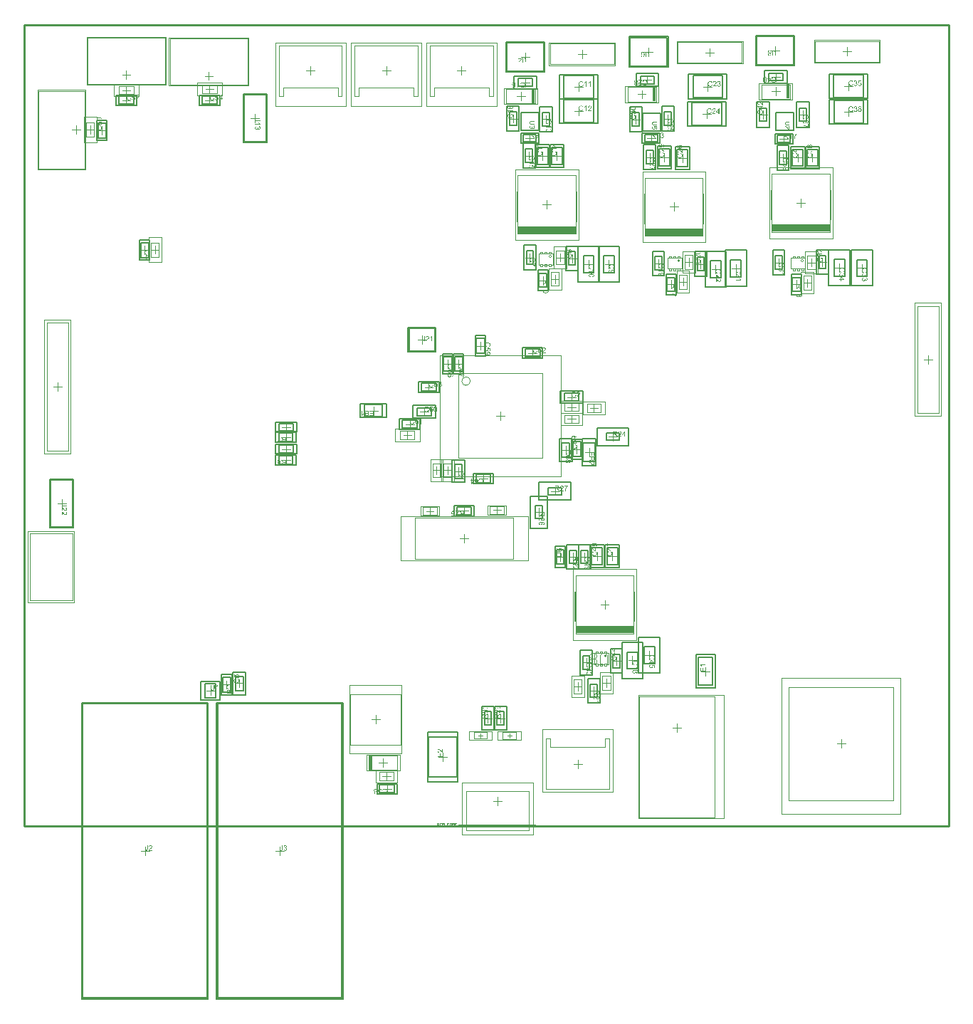
<source format=gko>
G04*
G04 #@! TF.GenerationSoftware,Altium Limited,Altium Designer,21.8.1 (53)*
G04*
G04 Layer_Color=16711935*
%FSLAX23Y23*%
%MOIN*%
G70*
G04*
G04 #@! TF.SameCoordinates,3E6D55FC-9DED-4947-B751-9AB7C1C2D91D*
G04*
G04*
G04 #@! TF.FilePolarity,Positive*
G04*
G01*
G75*
%ADD11C,0.004*%
%ADD13C,0.008*%
%ADD14C,0.010*%
%ADD15C,0.006*%
%ADD17C,0.002*%
%ADD18C,0.003*%
%ADD19R,0.272X0.037*%
%ADD20R,0.018X0.067*%
%ADD147C,0.005*%
G36*
X3074Y3186D02*
X3075Y3186D01*
X3075Y3186D01*
X3075Y3186D01*
X3076Y3186D01*
X3076Y3186D01*
X3076Y3186D01*
X3077Y3186D01*
X3077Y3186D01*
X3077Y3186D01*
X3078Y3185D01*
X3078Y3185D01*
X3078Y3185D01*
X3079Y3185D01*
X3079Y3185D01*
X3079Y3185D01*
X3079Y3185D01*
X3079Y3185D01*
X3079Y3185D01*
X3079Y3185D01*
X3080Y3184D01*
X3080Y3184D01*
X3080Y3184D01*
X3080Y3184D01*
X3081Y3184D01*
X3081Y3183D01*
X3081Y3183D01*
X3081Y3183D01*
X3082Y3182D01*
X3082Y3182D01*
X3082Y3182D01*
X3082Y3182D01*
X3082Y3182D01*
X3082Y3182D01*
X3082Y3182D01*
X3082Y3181D01*
X3082Y3181D01*
X3082Y3181D01*
X3082Y3181D01*
X3082Y3180D01*
X3083Y3180D01*
X3083Y3180D01*
X3083Y3179D01*
X3083Y3179D01*
X3083Y3178D01*
Y3178D01*
X3083Y3178D01*
Y3178D01*
X3083Y3178D01*
X3083Y3177D01*
X3083Y3177D01*
X3082Y3177D01*
X3082Y3176D01*
X3082Y3176D01*
X3082Y3175D01*
X3082Y3175D01*
X3081Y3174D01*
X3081Y3173D01*
X3081Y3173D01*
X3080Y3172D01*
X3080Y3172D01*
X3080Y3172D01*
X3080Y3172D01*
X3080Y3172D01*
X3079Y3172D01*
X3079Y3171D01*
X3079Y3171D01*
X3079Y3171D01*
X3078Y3171D01*
X3078Y3171D01*
X3078Y3171D01*
X3078Y3171D01*
X3077Y3171D01*
X3077Y3171D01*
X3077Y3170D01*
X3076Y3170D01*
X3076Y3170D01*
X3076Y3170D01*
X3075Y3170D01*
X3075Y3170D01*
X3074Y3170D01*
X3074Y3170D01*
X3073Y3170D01*
X3073Y3170D01*
X3072Y3170D01*
X3072Y3170D01*
X3071Y3170D01*
X3070D01*
X3070D01*
X3070D01*
X3070D01*
X3070D01*
X3070Y3170D01*
X3070D01*
X3070Y3170D01*
X3069D01*
X3069Y3170D01*
X3069Y3170D01*
X3068Y3170D01*
X3068Y3170D01*
X3067Y3170D01*
X3066Y3170D01*
X3066Y3170D01*
X3065Y3170D01*
X3064Y3170D01*
X3063Y3171D01*
X3062Y3171D01*
X3061Y3171D01*
X3061Y3172D01*
X3061Y3172D01*
X3060Y3172D01*
X3060Y3172D01*
X3060Y3172D01*
X3060Y3172D01*
X3060Y3172D01*
X3059Y3173D01*
X3059Y3173D01*
X3059Y3173D01*
X3059Y3174D01*
X3058Y3174D01*
X3058Y3174D01*
X3058Y3175D01*
X3058Y3175D01*
X3057Y3176D01*
X3057Y3177D01*
X3057Y3177D01*
X3057Y3178D01*
X3057Y3179D01*
Y3179D01*
X3057Y3179D01*
Y3179D01*
X3057Y3179D01*
X3057Y3180D01*
X3057Y3180D01*
X3057Y3180D01*
X3057Y3181D01*
X3057Y3181D01*
X3058Y3181D01*
X3058Y3182D01*
X3058Y3182D01*
X3058Y3183D01*
X3058Y3183D01*
X3059Y3183D01*
X3059Y3183D01*
X3059Y3184D01*
X3059Y3184D01*
X3059Y3184D01*
X3059Y3184D01*
X3059Y3184D01*
X3060Y3184D01*
X3060Y3184D01*
X3060Y3185D01*
X3061Y3185D01*
X3061Y3185D01*
X3061Y3185D01*
X3062Y3185D01*
X3062Y3186D01*
X3063Y3186D01*
X3063Y3186D01*
X3063Y3183D01*
X3063D01*
X3063Y3183D01*
X3063Y3183D01*
X3063Y3183D01*
X3063Y3183D01*
X3063Y3182D01*
X3062Y3182D01*
X3062Y3182D01*
X3062Y3182D01*
X3061Y3182D01*
X3061Y3182D01*
X3061Y3181D01*
X3061Y3181D01*
X3061Y3181D01*
X3061Y3181D01*
X3061Y3181D01*
X3061Y3181D01*
X3060Y3181D01*
X3060Y3181D01*
X3060Y3181D01*
X3060Y3180D01*
X3060Y3180D01*
X3060Y3180D01*
X3060Y3180D01*
X3060Y3179D01*
X3060Y3179D01*
X3060Y3179D01*
X3060Y3178D01*
Y3178D01*
X3060Y3178D01*
Y3178D01*
X3060Y3178D01*
X3060Y3178D01*
X3060Y3178D01*
X3060Y3177D01*
X3060Y3177D01*
X3060Y3176D01*
X3060Y3176D01*
X3060Y3176D01*
X3060Y3176D01*
X3060Y3176D01*
X3060Y3176D01*
X3061Y3176D01*
X3061Y3175D01*
X3061Y3175D01*
X3061Y3175D01*
X3061Y3175D01*
X3061Y3175D01*
X3062Y3175D01*
X3062Y3174D01*
X3062Y3174D01*
X3062Y3174D01*
X3063Y3174D01*
X3063Y3174D01*
X3063Y3173D01*
X3063D01*
X3064Y3173D01*
X3064Y3173D01*
X3064Y3173D01*
X3064Y3173D01*
X3064Y3173D01*
X3065Y3173D01*
X3065Y3173D01*
X3065Y3173D01*
X3066Y3173D01*
X3066Y3173D01*
X3067Y3173D01*
X3067Y3173D01*
X3068Y3173D01*
X3069Y3173D01*
X3069Y3173D01*
X3069Y3173D01*
X3069Y3173D01*
X3069Y3173D01*
X3069Y3173D01*
X3069Y3173D01*
X3069Y3173D01*
X3069Y3173D01*
X3068Y3173D01*
X3068Y3174D01*
X3068Y3174D01*
X3067Y3174D01*
X3067Y3175D01*
X3067Y3175D01*
X3067Y3175D01*
X3067Y3175D01*
X3067Y3175D01*
X3067Y3176D01*
X3067Y3176D01*
X3067Y3176D01*
X3066Y3176D01*
X3066Y3176D01*
X3066Y3176D01*
X3066Y3177D01*
X3066Y3177D01*
X3066Y3177D01*
X3066Y3178D01*
X3066Y3178D01*
Y3179D01*
X3066Y3179D01*
X3066Y3179D01*
X3066Y3180D01*
X3066Y3180D01*
X3066Y3180D01*
X3066Y3181D01*
X3066Y3181D01*
X3066Y3181D01*
X3067Y3182D01*
X3067Y3182D01*
X3067Y3183D01*
X3067Y3183D01*
X3068Y3184D01*
X3068Y3184D01*
X3068Y3184D01*
X3068Y3184D01*
X3068Y3184D01*
X3069Y3184D01*
X3069Y3185D01*
X3069Y3185D01*
X3069Y3185D01*
X3070Y3185D01*
X3070Y3185D01*
X3071Y3185D01*
X3071Y3186D01*
X3072Y3186D01*
X3072Y3186D01*
X3073Y3186D01*
X3073Y3186D01*
X3074Y3186D01*
X3074D01*
X3074D01*
X3074D01*
X3074Y3186D01*
D02*
G37*
G36*
X3082Y3150D02*
X3082D01*
X3082D01*
X3082D01*
X3082D01*
X3082D01*
X3082Y3150D01*
X3082Y3150D01*
X3081Y3150D01*
X3081Y3150D01*
X3081Y3150D01*
X3080Y3150D01*
X3080D01*
X3080Y3150D01*
X3080Y3150D01*
X3080Y3150D01*
X3080Y3150D01*
X3079Y3150D01*
X3079Y3150D01*
X3079Y3151D01*
X3079Y3151D01*
X3079Y3151D01*
X3078Y3151D01*
X3077Y3152D01*
X3077Y3152D01*
X3077Y3152D01*
X3077Y3152D01*
X3077Y3152D01*
X3076Y3152D01*
X3076Y3153D01*
X3076Y3153D01*
X3076Y3153D01*
X3076Y3153D01*
X3075Y3153D01*
X3075Y3154D01*
X3075Y3154D01*
X3074Y3154D01*
X3074Y3155D01*
X3074Y3155D01*
X3073Y3156D01*
X3073Y3156D01*
X3073Y3156D01*
X3073Y3156D01*
X3073Y3156D01*
X3073Y3156D01*
X3073Y3156D01*
X3073Y3157D01*
X3072Y3157D01*
X3072Y3157D01*
X3072Y3158D01*
X3071Y3158D01*
X3071Y3158D01*
X3071Y3159D01*
X3070Y3159D01*
X3070Y3160D01*
X3069Y3160D01*
X3069Y3161D01*
X3068Y3161D01*
X3068Y3161D01*
X3068Y3162D01*
X3068Y3162D01*
X3068Y3162D01*
X3067Y3162D01*
X3067Y3162D01*
X3067Y3162D01*
X3067Y3162D01*
X3067Y3162D01*
X3066Y3162D01*
X3066Y3163D01*
X3066Y3163D01*
X3065Y3163D01*
X3065Y3163D01*
X3065Y3163D01*
X3064Y3163D01*
X3064Y3163D01*
X3064D01*
X3064D01*
X3064D01*
X3064Y3163D01*
X3063Y3163D01*
X3063Y3163D01*
X3063Y3163D01*
X3063Y3163D01*
X3063Y3163D01*
X3062Y3163D01*
X3062Y3163D01*
X3062Y3163D01*
X3062Y3162D01*
X3061Y3162D01*
X3061Y3162D01*
X3061Y3162D01*
X3061Y3162D01*
X3061Y3162D01*
X3061Y3162D01*
X3061Y3162D01*
X3061Y3161D01*
X3060Y3161D01*
X3060Y3161D01*
X3060Y3161D01*
X3060Y3161D01*
X3060Y3160D01*
X3060Y3160D01*
X3060Y3160D01*
X3060Y3160D01*
X3060Y3159D01*
X3060Y3159D01*
X3060Y3158D01*
Y3158D01*
X3060Y3158D01*
X3060Y3158D01*
X3060Y3158D01*
X3060Y3157D01*
X3060Y3157D01*
X3060Y3157D01*
X3060Y3157D01*
X3060Y3156D01*
X3060Y3156D01*
X3060Y3156D01*
X3060Y3155D01*
X3061Y3155D01*
X3061Y3155D01*
X3061Y3155D01*
X3061Y3155D01*
X3061Y3155D01*
X3061Y3155D01*
X3061Y3155D01*
X3061Y3154D01*
X3062Y3154D01*
X3062Y3154D01*
X3062Y3154D01*
X3062Y3154D01*
X3063Y3154D01*
X3063Y3154D01*
X3063Y3154D01*
X3064Y3154D01*
X3064Y3154D01*
X3065Y3154D01*
X3064Y3150D01*
X3064D01*
X3064D01*
X3064Y3150D01*
X3064D01*
X3064Y3150D01*
X3064Y3150D01*
X3063Y3150D01*
X3063Y3151D01*
X3063Y3151D01*
X3062Y3151D01*
X3062Y3151D01*
X3061Y3151D01*
X3061Y3151D01*
X3060Y3151D01*
X3060Y3152D01*
X3060Y3152D01*
X3059Y3152D01*
X3059Y3153D01*
X3059Y3153D01*
X3059Y3153D01*
X3059Y3153D01*
X3059Y3153D01*
X3058Y3153D01*
X3058Y3154D01*
X3058Y3154D01*
X3058Y3154D01*
X3058Y3155D01*
X3058Y3155D01*
X3057Y3156D01*
X3057Y3156D01*
X3057Y3157D01*
X3057Y3157D01*
X3057Y3158D01*
X3057Y3158D01*
Y3159D01*
X3057Y3159D01*
X3057Y3159D01*
X3057Y3159D01*
X3057Y3160D01*
X3057Y3160D01*
X3057Y3161D01*
X3057Y3161D01*
X3057Y3161D01*
X3058Y3162D01*
X3058Y3162D01*
X3058Y3163D01*
X3058Y3163D01*
X3059Y3164D01*
X3059Y3164D01*
X3059Y3164D01*
X3059Y3164D01*
X3059Y3164D01*
X3059Y3165D01*
X3060Y3165D01*
X3060Y3165D01*
X3060Y3165D01*
X3060Y3165D01*
X3061Y3165D01*
X3061Y3166D01*
X3062Y3166D01*
X3062Y3166D01*
X3062Y3166D01*
X3063Y3166D01*
X3063Y3166D01*
X3064Y3166D01*
X3064D01*
X3064D01*
X3064D01*
X3064D01*
X3064Y3166D01*
X3065Y3166D01*
X3065Y3166D01*
X3065Y3166D01*
X3065Y3166D01*
X3066Y3166D01*
X3066Y3166D01*
X3067Y3166D01*
X3067D01*
X3067Y3166D01*
X3067Y3166D01*
X3067Y3166D01*
X3067Y3166D01*
X3067Y3165D01*
X3068Y3165D01*
X3068Y3165D01*
X3068Y3165D01*
X3068Y3165D01*
X3069Y3165D01*
X3069Y3164D01*
X3069Y3164D01*
X3070Y3164D01*
X3070Y3164D01*
X3070Y3164D01*
X3070Y3164D01*
X3070Y3164D01*
X3070Y3163D01*
X3070Y3163D01*
X3071Y3163D01*
X3071Y3163D01*
X3071Y3163D01*
X3071Y3162D01*
X3072Y3162D01*
X3072Y3161D01*
X3073Y3161D01*
X3073Y3161D01*
X3073Y3160D01*
X3074Y3159D01*
X3074Y3159D01*
X3074Y3159D01*
X3075Y3159D01*
X3075Y3159D01*
X3075Y3158D01*
X3075Y3158D01*
X3075Y3158D01*
X3075Y3158D01*
X3076Y3157D01*
X3076Y3157D01*
X3077Y3157D01*
X3077Y3156D01*
X3077Y3156D01*
X3077Y3156D01*
X3077Y3155D01*
X3078Y3155D01*
X3078Y3155D01*
X3078Y3155D01*
X3078Y3155D01*
X3078Y3155D01*
X3078Y3155D01*
X3079Y3154D01*
X3079Y3154D01*
X3079Y3154D01*
Y3166D01*
X3082D01*
Y3150D01*
D02*
G37*
G36*
X3074Y3147D02*
X3074Y3147D01*
X3074Y3147D01*
X3075Y3147D01*
X3075Y3147D01*
X3075Y3147D01*
X3075Y3147D01*
X3076Y3147D01*
X3076Y3147D01*
X3077Y3146D01*
X3077Y3146D01*
X3078Y3146D01*
X3078Y3146D01*
X3079Y3145D01*
X3079Y3145D01*
X3080Y3144D01*
X3080Y3144D01*
X3081Y3143D01*
X3081Y3143D01*
X3081Y3143D01*
X3081Y3143D01*
X3081Y3143D01*
X3081Y3143D01*
X3081Y3142D01*
X3081Y3142D01*
X3082Y3142D01*
X3082Y3141D01*
X3082Y3141D01*
X3082Y3140D01*
X3082Y3140D01*
X3082Y3139D01*
X3083Y3138D01*
X3083Y3138D01*
X3083Y3137D01*
Y3137D01*
X3083Y3136D01*
Y3136D01*
X3083Y3136D01*
X3083Y3135D01*
X3083Y3135D01*
X3082Y3134D01*
X3082Y3134D01*
X3082Y3133D01*
X3082Y3133D01*
X3082Y3132D01*
X3082Y3132D01*
X3082Y3131D01*
X3081Y3131D01*
X3081Y3130D01*
X3081Y3130D01*
X3081Y3130D01*
X3081Y3130D01*
X3081Y3130D01*
X3081Y3130D01*
X3080Y3129D01*
X3080Y3129D01*
X3080Y3129D01*
X3079Y3128D01*
X3079Y3128D01*
X3079Y3128D01*
X3078Y3127D01*
X3078Y3127D01*
X3077Y3127D01*
X3077Y3127D01*
X3076Y3126D01*
X3076D01*
X3076Y3126D01*
X3076Y3126D01*
X3076Y3126D01*
X3076Y3126D01*
X3075Y3126D01*
X3075Y3126D01*
X3075Y3126D01*
X3074Y3126D01*
X3074Y3126D01*
X3073Y3125D01*
X3073Y3125D01*
X3072Y3125D01*
X3071Y3125D01*
X3071Y3125D01*
X3070Y3125D01*
X3069Y3125D01*
X3069D01*
X3069D01*
X3069D01*
X3069D01*
X3069D01*
X3069Y3125D01*
X3069D01*
X3068Y3125D01*
X3068Y3125D01*
X3068Y3125D01*
X3067Y3125D01*
X3067Y3125D01*
X3066Y3125D01*
X3065Y3125D01*
X3065Y3126D01*
X3064Y3126D01*
X3064Y3126D01*
X3063Y3126D01*
X3063Y3126D01*
X3063Y3127D01*
X3062Y3127D01*
X3062Y3127D01*
X3062Y3127D01*
X3062Y3127D01*
X3062Y3127D01*
X3061Y3127D01*
X3061Y3128D01*
X3061Y3128D01*
X3060Y3128D01*
X3060Y3129D01*
X3060Y3129D01*
X3059Y3129D01*
X3059Y3130D01*
X3058Y3130D01*
X3058Y3131D01*
X3058Y3131D01*
X3058Y3131D01*
X3058Y3131D01*
X3058Y3131D01*
X3058Y3132D01*
X3058Y3132D01*
X3058Y3132D01*
X3057Y3133D01*
X3057Y3133D01*
X3057Y3133D01*
X3057Y3134D01*
X3057Y3135D01*
X3057Y3135D01*
X3057Y3136D01*
X3057Y3136D01*
X3057Y3137D01*
Y3137D01*
X3057Y3137D01*
X3057Y3138D01*
X3057Y3138D01*
X3057Y3138D01*
X3057Y3139D01*
X3057Y3139D01*
X3057Y3140D01*
X3057Y3140D01*
X3057Y3141D01*
X3057Y3141D01*
X3058Y3142D01*
X3058Y3142D01*
X3058Y3143D01*
X3059Y3143D01*
X3059Y3143D01*
X3059Y3143D01*
X3059Y3143D01*
X3059Y3144D01*
X3059Y3144D01*
X3059Y3144D01*
X3060Y3144D01*
X3060Y3145D01*
X3060Y3145D01*
X3061Y3145D01*
X3061Y3146D01*
X3062Y3146D01*
X3062Y3146D01*
X3063Y3146D01*
X3063Y3147D01*
X3064Y3147D01*
X3065Y3144D01*
X3065Y3144D01*
X3065Y3144D01*
X3064Y3143D01*
X3064Y3143D01*
X3064Y3143D01*
X3064Y3143D01*
X3064Y3143D01*
X3063Y3143D01*
X3063Y3143D01*
X3063Y3143D01*
X3062Y3142D01*
X3062Y3142D01*
X3062Y3142D01*
X3061Y3142D01*
X3061Y3141D01*
X3061Y3141D01*
X3061Y3141D01*
X3061Y3141D01*
X3061Y3141D01*
X3061Y3141D01*
X3060Y3141D01*
X3060Y3140D01*
X3060Y3140D01*
X3060Y3140D01*
X3060Y3140D01*
X3060Y3139D01*
X3060Y3139D01*
X3060Y3139D01*
X3060Y3138D01*
X3060Y3138D01*
X3060Y3137D01*
X3059Y3137D01*
Y3137D01*
X3060Y3136D01*
X3060Y3136D01*
X3060Y3136D01*
X3060Y3135D01*
X3060Y3135D01*
X3060Y3135D01*
X3060Y3134D01*
X3060Y3134D01*
X3060Y3134D01*
X3060Y3133D01*
X3060Y3133D01*
X3061Y3132D01*
X3061Y3132D01*
X3061Y3132D01*
X3061Y3132D01*
X3061Y3132D01*
X3061Y3132D01*
X3061Y3131D01*
X3061Y3131D01*
X3062Y3131D01*
X3062Y3131D01*
X3062Y3131D01*
X3062Y3130D01*
X3063Y3130D01*
X3063Y3130D01*
X3063Y3130D01*
X3064Y3130D01*
X3064Y3129D01*
X3065Y3129D01*
X3065D01*
X3065Y3129D01*
X3065Y3129D01*
X3065Y3129D01*
X3065Y3129D01*
X3065Y3129D01*
X3066Y3129D01*
X3066Y3129D01*
X3066Y3129D01*
X3067Y3129D01*
X3067Y3129D01*
X3068Y3129D01*
X3069Y3128D01*
X3069Y3128D01*
X3069Y3128D01*
X3070D01*
X3070D01*
X3070D01*
X3070Y3128D01*
X3070Y3128D01*
X3071Y3128D01*
X3071Y3129D01*
X3071Y3129D01*
X3072Y3129D01*
X3072Y3129D01*
X3073Y3129D01*
X3074Y3129D01*
X3074Y3129D01*
X3075Y3129D01*
X3075Y3129D01*
X3075Y3129D01*
X3075Y3129D01*
X3075Y3129D01*
X3075Y3130D01*
X3076Y3130D01*
X3076Y3130D01*
X3076Y3130D01*
X3076Y3130D01*
X3077Y3130D01*
X3077Y3130D01*
X3077Y3131D01*
X3078Y3131D01*
X3078Y3131D01*
X3078Y3132D01*
X3078Y3132D01*
X3079Y3132D01*
X3079Y3132D01*
X3079Y3132D01*
X3079Y3132D01*
X3079Y3133D01*
X3079Y3133D01*
X3079Y3133D01*
X3079Y3133D01*
X3079Y3134D01*
X3079Y3134D01*
X3079Y3134D01*
X3080Y3135D01*
X3080Y3135D01*
X3080Y3135D01*
X3080Y3136D01*
X3080Y3136D01*
X3080Y3137D01*
Y3137D01*
X3080Y3137D01*
Y3137D01*
X3080Y3137D01*
X3080Y3138D01*
X3080Y3138D01*
X3080Y3138D01*
X3080Y3139D01*
X3079Y3139D01*
X3079Y3139D01*
X3079Y3140D01*
X3079Y3140D01*
X3079Y3141D01*
X3078Y3141D01*
X3078Y3141D01*
X3078Y3141D01*
X3078Y3141D01*
X3078Y3141D01*
X3078Y3142D01*
X3078Y3142D01*
X3078Y3142D01*
X3077Y3142D01*
X3077Y3142D01*
X3077Y3143D01*
X3076Y3143D01*
X3076Y3143D01*
X3076Y3143D01*
X3075Y3143D01*
X3075Y3144D01*
X3074Y3144D01*
X3073Y3144D01*
X3074Y3147D01*
X3074D01*
X3074Y3147D01*
D02*
G37*
G36*
X3660Y3329D02*
X3661D01*
X3661Y3329D01*
X3661Y3329D01*
X3662Y3329D01*
X3662Y3328D01*
X3663Y3328D01*
X3663Y3328D01*
X3664Y3328D01*
X3665Y3328D01*
X3665Y3328D01*
X3666Y3328D01*
X3666Y3327D01*
X3667Y3327D01*
X3667Y3327D01*
X3667Y3327D01*
X3667Y3327D01*
X3667Y3327D01*
X3668Y3327D01*
X3668Y3327D01*
X3668Y3326D01*
X3669Y3326D01*
X3669Y3326D01*
X3669Y3325D01*
X3670Y3325D01*
X3670Y3325D01*
X3670Y3324D01*
X3671Y3324D01*
X3671Y3323D01*
X3671Y3323D01*
X3671Y3323D01*
X3671Y3323D01*
X3672Y3323D01*
X3672Y3322D01*
X3672Y3322D01*
X3672Y3322D01*
X3672Y3321D01*
X3672Y3321D01*
X3672Y3321D01*
X3672Y3320D01*
X3673Y3320D01*
X3673Y3319D01*
X3673Y3319D01*
X3673Y3318D01*
X3673Y3317D01*
X3673Y3317D01*
Y3317D01*
X3673Y3316D01*
X3673Y3316D01*
X3673Y3316D01*
X3673Y3315D01*
X3673Y3315D01*
X3673Y3315D01*
X3673Y3314D01*
X3672Y3314D01*
X3672Y3313D01*
X3672Y3313D01*
X3672Y3312D01*
X3672Y3311D01*
X3671Y3311D01*
X3671Y3310D01*
X3671Y3310D01*
X3671Y3310D01*
X3671Y3310D01*
X3671Y3310D01*
X3670Y3310D01*
X3670Y3310D01*
X3670Y3309D01*
X3670Y3309D01*
X3669Y3309D01*
X3669Y3308D01*
X3668Y3308D01*
X3668Y3308D01*
X3667Y3308D01*
X3667Y3307D01*
X3666Y3307D01*
X3666Y3307D01*
X3665Y3310D01*
X3665Y3310D01*
X3665Y3310D01*
X3665Y3310D01*
X3665Y3310D01*
X3665Y3310D01*
X3666Y3310D01*
X3666Y3311D01*
X3666Y3311D01*
X3667Y3311D01*
X3667Y3311D01*
X3667Y3311D01*
X3668Y3312D01*
X3668Y3312D01*
X3668Y3312D01*
X3669Y3312D01*
X3669Y3313D01*
X3669Y3313D01*
X3669Y3313D01*
X3669Y3313D01*
X3669Y3313D01*
X3669Y3313D01*
X3669Y3313D01*
X3669Y3314D01*
X3669Y3314D01*
X3670Y3314D01*
X3670Y3314D01*
X3670Y3315D01*
X3670Y3315D01*
X3670Y3316D01*
X3670Y3316D01*
X3670Y3316D01*
X3670Y3317D01*
Y3317D01*
X3670Y3317D01*
X3670Y3318D01*
X3670Y3318D01*
X3670Y3318D01*
X3670Y3319D01*
X3670Y3319D01*
X3670Y3319D01*
X3670Y3320D01*
X3669Y3320D01*
X3669Y3321D01*
X3669Y3321D01*
X3669Y3321D01*
X3669Y3322D01*
X3669Y3322D01*
X3669Y3322D01*
X3669Y3322D01*
X3668Y3322D01*
X3668Y3322D01*
X3668Y3322D01*
X3668Y3323D01*
X3668Y3323D01*
X3667Y3323D01*
X3667Y3323D01*
X3667Y3323D01*
X3666Y3324D01*
X3666Y3324D01*
X3666Y3324D01*
X3665Y3324D01*
X3665Y3324D01*
X3665D01*
X3665Y3324D01*
X3665Y3325D01*
X3665Y3325D01*
X3664Y3325D01*
X3664Y3325D01*
X3664Y3325D01*
X3663Y3325D01*
X3663Y3325D01*
X3663Y3325D01*
X3662Y3325D01*
X3662Y3325D01*
X3661Y3325D01*
X3661Y3325D01*
X3660Y3325D01*
X3660D01*
X3660D01*
X3660D01*
X3660Y3325D01*
X3659Y3325D01*
X3659Y3325D01*
X3659Y3325D01*
X3658Y3325D01*
X3658Y3325D01*
X3657Y3325D01*
X3656Y3325D01*
X3656Y3325D01*
X3655Y3325D01*
X3655Y3324D01*
X3654Y3324D01*
X3654Y3324D01*
X3654Y3324D01*
X3654Y3324D01*
X3654Y3324D01*
X3654Y3324D01*
X3654Y3324D01*
X3653Y3324D01*
X3653Y3324D01*
X3653Y3323D01*
X3653Y3323D01*
X3652Y3323D01*
X3652Y3323D01*
X3652Y3322D01*
X3651Y3322D01*
X3651Y3322D01*
X3651Y3321D01*
X3651Y3321D01*
X3651Y3321D01*
X3651Y3321D01*
X3651Y3321D01*
X3651Y3321D01*
X3651Y3321D01*
X3650Y3320D01*
X3650Y3320D01*
X3650Y3320D01*
X3650Y3319D01*
X3650Y3319D01*
X3650Y3319D01*
X3650Y3318D01*
X3650Y3318D01*
X3650Y3318D01*
X3650Y3317D01*
Y3317D01*
X3650Y3317D01*
Y3317D01*
X3650Y3316D01*
X3650Y3316D01*
X3650Y3316D01*
X3650Y3315D01*
X3650Y3315D01*
X3650Y3315D01*
X3650Y3314D01*
X3650Y3314D01*
X3651Y3314D01*
X3651Y3313D01*
X3651Y3313D01*
X3651Y3312D01*
X3651Y3312D01*
X3651Y3312D01*
X3652Y3312D01*
X3652Y3312D01*
X3652Y3312D01*
X3652Y3312D01*
X3652Y3312D01*
X3653Y3311D01*
X3653Y3311D01*
X3653Y3311D01*
X3654Y3311D01*
X3654Y3310D01*
X3655Y3310D01*
X3655Y3310D01*
X3656Y3310D01*
X3656Y3310D01*
X3655Y3306D01*
X3655D01*
X3655Y3306D01*
X3655Y3306D01*
X3655Y3306D01*
X3655Y3306D01*
X3655Y3307D01*
X3655Y3307D01*
X3654Y3307D01*
X3654Y3307D01*
X3653Y3307D01*
X3653Y3307D01*
X3652Y3308D01*
X3652Y3308D01*
X3651Y3308D01*
X3651Y3308D01*
X3650Y3309D01*
X3650Y3309D01*
X3649Y3310D01*
X3649Y3310D01*
X3649Y3310D01*
X3649Y3310D01*
X3649Y3310D01*
X3649Y3311D01*
X3649Y3311D01*
X3648Y3311D01*
X3648Y3312D01*
X3648Y3312D01*
X3648Y3312D01*
X3648Y3313D01*
X3647Y3314D01*
X3647Y3314D01*
X3647Y3315D01*
X3647Y3315D01*
X3647Y3316D01*
X3647Y3317D01*
Y3317D01*
X3647Y3317D01*
Y3318D01*
X3647Y3318D01*
X3647Y3318D01*
X3647Y3319D01*
X3647Y3319D01*
X3647Y3320D01*
X3647Y3320D01*
X3647Y3321D01*
X3648Y3321D01*
X3648Y3322D01*
X3648Y3322D01*
X3648Y3323D01*
X3649Y3323D01*
X3649Y3324D01*
X3649Y3324D01*
X3649Y3324D01*
X3649Y3324D01*
X3649Y3324D01*
X3649Y3324D01*
X3649Y3325D01*
X3650Y3325D01*
X3650Y3325D01*
X3650Y3326D01*
X3651Y3326D01*
X3651Y3326D01*
X3652Y3326D01*
X3652Y3327D01*
X3653Y3327D01*
X3653Y3327D01*
X3653D01*
X3653Y3327D01*
X3653Y3327D01*
X3654Y3327D01*
X3654Y3328D01*
X3654Y3328D01*
X3655Y3328D01*
X3655Y3328D01*
X3655Y3328D01*
X3656Y3328D01*
X3656Y3328D01*
X3657Y3328D01*
X3658Y3328D01*
X3658Y3329D01*
X3659Y3329D01*
X3659Y3329D01*
X3660Y3329D01*
X3660D01*
X3660D01*
X3660D01*
X3660D01*
X3660D01*
X3660Y3329D01*
D02*
G37*
G36*
X3654Y3300D02*
X3654D01*
X3654Y3300D01*
X3654Y3300D01*
X3654Y3300D01*
X3654Y3300D01*
X3653Y3300D01*
X3653Y3300D01*
X3653Y3300D01*
X3652Y3300D01*
X3652Y3299D01*
X3651Y3299D01*
X3651Y3299D01*
X3651Y3299D01*
X3651Y3299D01*
X3651Y3299D01*
X3651Y3299D01*
X3650Y3299D01*
X3650Y3298D01*
X3650Y3298D01*
X3650Y3298D01*
X3650Y3298D01*
X3650Y3298D01*
X3650Y3298D01*
X3650Y3297D01*
X3650Y3297D01*
X3650Y3297D01*
X3650Y3296D01*
X3649Y3296D01*
X3649Y3296D01*
X3649Y3296D01*
Y3295D01*
X3649Y3295D01*
Y3295D01*
X3649Y3295D01*
X3649Y3295D01*
X3650Y3295D01*
X3650Y3294D01*
X3650Y3294D01*
X3650Y3294D01*
X3650Y3293D01*
X3650Y3293D01*
X3650Y3293D01*
X3650Y3292D01*
X3651Y3292D01*
X3651Y3292D01*
X3651Y3292D01*
X3651Y3292D01*
X3651Y3292D01*
X3651Y3292D01*
X3651Y3291D01*
X3652Y3291D01*
X3652Y3291D01*
X3652Y3291D01*
X3652Y3291D01*
X3653Y3291D01*
X3653Y3291D01*
X3653Y3291D01*
X3653Y3290D01*
X3654Y3290D01*
X3654Y3290D01*
X3655Y3290D01*
X3655D01*
X3655D01*
X3655D01*
X3655Y3290D01*
X3655Y3290D01*
X3655Y3290D01*
X3656Y3290D01*
X3656Y3291D01*
X3656Y3291D01*
X3656Y3291D01*
X3657Y3291D01*
X3657Y3291D01*
X3657Y3291D01*
X3658Y3291D01*
X3658Y3291D01*
X3658Y3292D01*
X3658Y3292D01*
X3658Y3292D01*
X3658Y3292D01*
X3658Y3292D01*
X3658Y3292D01*
X3659Y3292D01*
X3659Y3292D01*
X3659Y3293D01*
X3659Y3293D01*
X3659Y3293D01*
X3659Y3293D01*
X3659Y3294D01*
X3659Y3294D01*
X3659Y3294D01*
X3660Y3295D01*
X3660Y3295D01*
Y3295D01*
X3660Y3296D01*
X3660Y3296D01*
X3659Y3296D01*
X3659Y3297D01*
X3659Y3297D01*
X3659Y3297D01*
X3662Y3297D01*
Y3297D01*
X3662Y3297D01*
Y3297D01*
X3662Y3297D01*
Y3296D01*
X3662Y3296D01*
X3662Y3296D01*
X3662Y3296D01*
X3662Y3296D01*
X3662Y3295D01*
X3662Y3295D01*
X3662Y3295D01*
X3662Y3294D01*
X3662Y3294D01*
X3663Y3294D01*
X3663Y3293D01*
X3663Y3293D01*
X3663Y3293D01*
X3663Y3293D01*
X3663Y3293D01*
X3663Y3293D01*
X3663Y3293D01*
X3663Y3293D01*
X3664Y3292D01*
X3664Y3292D01*
X3664Y3292D01*
X3664Y3292D01*
X3664Y3292D01*
X3665Y3292D01*
X3665Y3292D01*
X3665Y3292D01*
X3666Y3291D01*
X3666Y3291D01*
X3666D01*
X3666D01*
X3666D01*
X3666Y3291D01*
X3667Y3292D01*
X3667Y3292D01*
X3667Y3292D01*
X3667Y3292D01*
X3668Y3292D01*
X3668Y3292D01*
X3668Y3292D01*
X3668Y3292D01*
X3668Y3292D01*
X3669Y3292D01*
X3669Y3293D01*
X3669Y3293D01*
X3669Y3293D01*
X3669Y3293D01*
X3669Y3293D01*
X3669Y3293D01*
X3669Y3293D01*
X3669Y3293D01*
X3669Y3293D01*
X3670Y3294D01*
X3670Y3294D01*
X3670Y3294D01*
X3670Y3294D01*
X3670Y3295D01*
X3670Y3295D01*
X3670Y3295D01*
X3670Y3296D01*
Y3296D01*
X3670Y3296D01*
X3670Y3296D01*
X3670Y3296D01*
X3670Y3296D01*
X3670Y3297D01*
X3670Y3297D01*
X3670Y3297D01*
X3670Y3298D01*
X3669Y3298D01*
X3669Y3298D01*
X3669Y3298D01*
X3669Y3299D01*
X3669Y3299D01*
X3669Y3299D01*
X3669Y3299D01*
X3669Y3299D01*
X3669Y3299D01*
X3668Y3299D01*
X3668Y3299D01*
X3668Y3299D01*
X3668Y3299D01*
X3668Y3300D01*
X3667Y3300D01*
X3667Y3300D01*
X3667Y3300D01*
X3666Y3300D01*
X3666Y3300D01*
X3665Y3300D01*
X3666Y3303D01*
X3666D01*
X3666D01*
X3666Y3303D01*
X3666Y3303D01*
X3667Y3303D01*
X3667Y3303D01*
X3667Y3303D01*
X3667Y3303D01*
X3668Y3303D01*
X3668Y3303D01*
X3669Y3302D01*
X3669Y3302D01*
X3669Y3302D01*
X3670Y3302D01*
X3670Y3301D01*
X3671Y3301D01*
X3671Y3301D01*
X3671Y3301D01*
X3671Y3301D01*
X3671Y3300D01*
X3671Y3300D01*
X3671Y3300D01*
X3671Y3300D01*
X3672Y3300D01*
X3672Y3299D01*
X3672Y3299D01*
X3672Y3299D01*
X3672Y3298D01*
X3672Y3298D01*
X3672Y3297D01*
X3673Y3297D01*
X3673Y3296D01*
X3673Y3296D01*
Y3295D01*
X3673Y3295D01*
Y3295D01*
X3673Y3295D01*
X3673Y3295D01*
X3672Y3294D01*
X3672Y3294D01*
X3672Y3294D01*
X3672Y3293D01*
X3672Y3293D01*
X3672Y3293D01*
X3672Y3292D01*
X3672Y3292D01*
X3672Y3292D01*
X3672Y3292D01*
X3672Y3292D01*
X3672Y3292D01*
X3671Y3291D01*
X3671Y3291D01*
X3671Y3291D01*
X3671Y3291D01*
X3671Y3290D01*
X3670Y3290D01*
X3670Y3290D01*
X3670Y3289D01*
X3669Y3289D01*
X3669Y3289D01*
X3669Y3289D01*
X3669Y3289D01*
X3669Y3289D01*
X3669Y3289D01*
X3669Y3289D01*
X3668Y3289D01*
X3668Y3289D01*
X3668Y3289D01*
X3668Y3289D01*
X3667Y3288D01*
X3667Y3288D01*
X3666Y3288D01*
X3666Y3288D01*
X3666D01*
X3666D01*
X3666D01*
X3666Y3288D01*
X3666D01*
X3665Y3288D01*
X3665Y3288D01*
X3665Y3288D01*
X3665Y3289D01*
X3664Y3289D01*
X3664Y3289D01*
X3664Y3289D01*
X3663Y3289D01*
X3663Y3289D01*
X3663Y3289D01*
X3663Y3289D01*
X3663Y3289D01*
X3663Y3289D01*
X3663Y3289D01*
X3663Y3290D01*
X3662Y3290D01*
X3662Y3290D01*
X3662Y3290D01*
X3662Y3290D01*
X3662Y3290D01*
X3662Y3291D01*
X3661Y3291D01*
X3661Y3291D01*
X3661Y3291D01*
X3661Y3292D01*
Y3292D01*
X3661Y3292D01*
X3661Y3292D01*
X3661Y3291D01*
X3661Y3291D01*
X3661Y3291D01*
X3661Y3291D01*
X3660Y3290D01*
X3660Y3290D01*
X3660Y3290D01*
X3660Y3290D01*
X3660Y3289D01*
X3660Y3289D01*
X3659Y3289D01*
X3659Y3289D01*
X3659Y3288D01*
X3659Y3288D01*
X3659Y3288D01*
X3659Y3288D01*
X3658Y3288D01*
X3658Y3288D01*
X3658Y3288D01*
X3658Y3288D01*
X3658Y3288D01*
X3657Y3288D01*
X3657Y3287D01*
X3657Y3287D01*
X3656Y3287D01*
X3656Y3287D01*
X3656Y3287D01*
X3655Y3287D01*
X3655Y3287D01*
X3655D01*
X3655D01*
X3654Y3287D01*
X3654Y3287D01*
X3654Y3287D01*
X3654Y3287D01*
X3653Y3287D01*
X3653Y3287D01*
X3652Y3287D01*
X3652Y3288D01*
X3651Y3288D01*
X3651Y3288D01*
X3651Y3288D01*
X3650Y3289D01*
X3650Y3289D01*
X3649Y3289D01*
X3649Y3290D01*
X3649Y3290D01*
X3649Y3290D01*
X3649Y3290D01*
X3649Y3290D01*
X3648Y3290D01*
X3648Y3291D01*
X3648Y3291D01*
X3648Y3292D01*
X3648Y3292D01*
X3647Y3293D01*
X3647Y3293D01*
X3647Y3294D01*
X3647Y3294D01*
X3647Y3295D01*
X3647Y3296D01*
Y3296D01*
X3647Y3296D01*
X3647Y3296D01*
X3647Y3296D01*
X3647Y3297D01*
X3647Y3297D01*
X3647Y3297D01*
X3647Y3298D01*
X3647Y3298D01*
X3647Y3299D01*
X3648Y3299D01*
X3648Y3300D01*
X3648Y3300D01*
X3648Y3301D01*
X3649Y3301D01*
X3649Y3301D01*
X3649Y3301D01*
X3649Y3301D01*
X3649Y3301D01*
X3649Y3302D01*
X3650Y3302D01*
X3650Y3302D01*
X3650Y3302D01*
X3651Y3302D01*
X3651Y3303D01*
X3651Y3303D01*
X3652Y3303D01*
X3652Y3303D01*
X3653Y3303D01*
X3653Y3303D01*
X3654Y3304D01*
X3654Y3300D01*
D02*
G37*
G36*
X3672Y3267D02*
X3670D01*
X3670Y3268D01*
X3670Y3268D01*
X3669Y3268D01*
X3669Y3268D01*
X3669Y3268D01*
X3669Y3268D01*
X3668Y3269D01*
X3668Y3269D01*
X3667Y3269D01*
X3667Y3270D01*
X3666Y3270D01*
X3666Y3271D01*
X3665Y3271D01*
X3664Y3271D01*
X3664Y3272D01*
X3663Y3272D01*
X3663D01*
X3663Y3272D01*
X3663Y3272D01*
X3663Y3272D01*
X3663Y3272D01*
X3663Y3272D01*
X3662Y3273D01*
X3662Y3273D01*
X3662Y3273D01*
X3662Y3273D01*
X3661Y3273D01*
X3661Y3273D01*
X3660Y3274D01*
X3660Y3274D01*
X3659Y3274D01*
X3658Y3274D01*
X3657Y3275D01*
X3657Y3275D01*
X3656Y3275D01*
X3655Y3276D01*
X3654Y3276D01*
X3654Y3276D01*
X3654Y3276D01*
X3654Y3276D01*
X3654Y3276D01*
X3653Y3276D01*
X3653Y3276D01*
X3653Y3276D01*
X3652Y3276D01*
X3652Y3276D01*
X3651Y3277D01*
X3651Y3277D01*
X3650Y3277D01*
X3649Y3277D01*
X3649Y3277D01*
X3648Y3277D01*
X3647Y3277D01*
Y3280D01*
X3647D01*
X3647D01*
X3648Y3280D01*
X3648D01*
X3648Y3280D01*
X3648Y3280D01*
X3649Y3280D01*
X3649Y3280D01*
X3650Y3280D01*
X3650Y3280D01*
X3651Y3280D01*
X3652Y3280D01*
X3652Y3280D01*
X3653Y3279D01*
X3654Y3279D01*
X3654Y3279D01*
X3654D01*
X3655Y3279D01*
X3655Y3279D01*
X3655Y3279D01*
X3655Y3279D01*
X3655Y3279D01*
X3655Y3279D01*
X3655Y3279D01*
X3656Y3279D01*
X3656Y3279D01*
X3657Y3278D01*
X3657Y3278D01*
X3658Y3278D01*
X3658Y3278D01*
X3659Y3278D01*
X3660Y3277D01*
X3660Y3277D01*
X3661Y3277D01*
X3662Y3276D01*
X3663Y3276D01*
X3663D01*
X3663Y3276D01*
X3663Y3276D01*
X3663Y3276D01*
X3663Y3276D01*
X3663Y3276D01*
X3663Y3276D01*
X3664Y3275D01*
X3664Y3275D01*
X3664Y3275D01*
X3665Y3275D01*
X3665Y3274D01*
X3666Y3274D01*
X3666Y3274D01*
X3667Y3273D01*
X3668Y3272D01*
X3669Y3272D01*
X3669Y3271D01*
Y3284D01*
X3672D01*
Y3267D01*
D02*
G37*
G36*
X3510Y3629D02*
X3511Y3629D01*
X3511Y3629D01*
X3511Y3629D01*
X3512Y3629D01*
X3512Y3629D01*
X3512Y3629D01*
X3513Y3629D01*
X3513Y3629D01*
X3514Y3629D01*
X3514Y3628D01*
X3514Y3628D01*
X3515Y3628D01*
X3515Y3628D01*
X3515Y3628D01*
X3515Y3627D01*
X3515Y3627D01*
X3515Y3627D01*
X3515Y3627D01*
X3516Y3627D01*
X3516Y3626D01*
X3516Y3626D01*
X3516Y3626D01*
X3516Y3625D01*
X3516Y3625D01*
X3517Y3624D01*
X3517Y3624D01*
X3517Y3623D01*
X3517Y3623D01*
Y3622D01*
X3514Y3621D01*
Y3622D01*
Y3622D01*
X3514Y3622D01*
X3514Y3622D01*
X3514Y3622D01*
X3514Y3622D01*
X3514Y3623D01*
X3514Y3623D01*
X3513Y3624D01*
X3513Y3624D01*
X3513Y3625D01*
X3513Y3625D01*
X3513Y3625D01*
X3513Y3625D01*
X3513Y3625D01*
X3513Y3625D01*
X3513Y3626D01*
X3513Y3626D01*
X3512Y3626D01*
X3512Y3626D01*
X3512Y3626D01*
X3512Y3626D01*
X3512Y3626D01*
X3512Y3626D01*
X3511Y3626D01*
X3511Y3626D01*
X3511Y3626D01*
X3511Y3626D01*
X3510Y3626D01*
X3510Y3626D01*
X3510D01*
X3510Y3626D01*
X3510D01*
X3510Y3626D01*
X3509Y3626D01*
X3509Y3626D01*
X3509Y3626D01*
X3508Y3626D01*
X3508Y3626D01*
X3508D01*
X3508Y3626D01*
X3508Y3626D01*
X3508Y3626D01*
X3507Y3626D01*
X3507Y3625D01*
X3507Y3625D01*
X3507Y3625D01*
X3507Y3624D01*
Y3624D01*
X3507Y3624D01*
X3507Y3624D01*
X3507Y3624D01*
X3507Y3624D01*
X3506Y3624D01*
X3506Y3624D01*
X3506Y3624D01*
X3506Y3623D01*
X3506Y3623D01*
X3506Y3623D01*
X3506Y3623D01*
X3506Y3622D01*
X3506Y3622D01*
X3506Y3622D01*
Y3621D01*
Y3604D01*
X3503D01*
Y3621D01*
Y3621D01*
Y3621D01*
Y3621D01*
X3503Y3622D01*
Y3622D01*
X3503Y3622D01*
X3503Y3622D01*
X3503Y3623D01*
X3503Y3623D01*
X3503Y3624D01*
X3503Y3624D01*
X3503Y3625D01*
X3503Y3625D01*
X3504Y3626D01*
X3504Y3626D01*
Y3626D01*
X3504Y3626D01*
X3504Y3626D01*
X3504Y3626D01*
X3504Y3626D01*
X3504Y3627D01*
X3504Y3627D01*
X3504Y3627D01*
X3504Y3627D01*
X3505Y3627D01*
X3505Y3628D01*
X3505Y3628D01*
X3505Y3628D01*
X3506Y3628D01*
X3506Y3628D01*
X3506Y3629D01*
X3506Y3629D01*
X3506Y3629D01*
X3506Y3629D01*
X3506Y3629D01*
X3507Y3629D01*
X3507Y3629D01*
X3507Y3629D01*
X3507Y3629D01*
X3507Y3629D01*
X3508Y3629D01*
X3508Y3629D01*
X3508Y3629D01*
X3509Y3629D01*
X3509Y3629D01*
X3510Y3629D01*
X3510Y3629D01*
X3510D01*
X3510Y3629D01*
D02*
G37*
G36*
X3491D02*
X3491Y3629D01*
X3491Y3629D01*
X3492Y3629D01*
X3492Y3629D01*
X3493Y3629D01*
X3493Y3629D01*
X3494Y3629D01*
X3494Y3629D01*
X3495Y3629D01*
X3495Y3628D01*
X3496Y3628D01*
X3496Y3628D01*
X3496Y3627D01*
X3497Y3627D01*
X3497Y3627D01*
X3497Y3627D01*
X3497Y3627D01*
X3497Y3627D01*
X3497Y3626D01*
X3497Y3626D01*
X3498Y3626D01*
X3498Y3625D01*
X3498Y3625D01*
X3498Y3624D01*
X3498Y3624D01*
X3499Y3623D01*
X3499Y3623D01*
X3499Y3622D01*
X3499Y3622D01*
Y3622D01*
Y3622D01*
Y3622D01*
X3499Y3621D01*
X3499Y3621D01*
X3499Y3621D01*
X3499Y3621D01*
X3499Y3620D01*
X3499Y3620D01*
X3498Y3620D01*
X3498Y3619D01*
X3498Y3619D01*
X3498Y3619D01*
X3498Y3618D01*
X3498Y3618D01*
X3498Y3618D01*
X3498Y3618D01*
X3497Y3618D01*
X3497Y3617D01*
X3497Y3617D01*
X3497Y3617D01*
X3497Y3617D01*
X3497Y3617D01*
X3497Y3617D01*
X3496Y3617D01*
X3496Y3616D01*
X3496Y3616D01*
X3495Y3616D01*
X3495Y3616D01*
X3495Y3616D01*
X3494Y3616D01*
X3494Y3615D01*
X3494D01*
X3494Y3615D01*
X3494Y3615D01*
X3494Y3615D01*
X3494Y3615D01*
X3495Y3615D01*
X3495Y3615D01*
X3495Y3615D01*
X3496Y3615D01*
X3496Y3614D01*
X3496Y3614D01*
X3497Y3614D01*
X3497Y3613D01*
X3497Y3613D01*
X3497Y3613D01*
X3497Y3613D01*
X3497Y3613D01*
X3497Y3613D01*
X3497Y3613D01*
X3497Y3613D01*
X3497Y3613D01*
X3497Y3612D01*
X3497Y3612D01*
X3498Y3612D01*
X3498Y3612D01*
X3498Y3611D01*
X3498Y3611D01*
X3498Y3610D01*
Y3610D01*
Y3610D01*
X3498Y3610D01*
X3498Y3610D01*
X3498Y3610D01*
X3498Y3609D01*
X3498Y3609D01*
X3497Y3609D01*
X3497Y3608D01*
X3497Y3608D01*
X3497Y3608D01*
X3497Y3607D01*
X3497Y3607D01*
X3496Y3606D01*
X3496Y3606D01*
X3496Y3606D01*
X3496Y3606D01*
X3496Y3606D01*
X3496Y3605D01*
X3495Y3605D01*
X3495Y3605D01*
X3495Y3605D01*
X3495Y3605D01*
X3494Y3605D01*
X3494Y3605D01*
X3494Y3604D01*
X3493Y3604D01*
X3493Y3604D01*
X3492Y3604D01*
X3492Y3604D01*
X3491Y3604D01*
X3491Y3604D01*
X3490D01*
X3490Y3604D01*
X3490Y3604D01*
X3490Y3604D01*
X3489Y3604D01*
X3489Y3604D01*
X3489Y3604D01*
X3488Y3604D01*
X3488Y3604D01*
X3487Y3604D01*
X3487Y3605D01*
X3486Y3605D01*
X3486Y3605D01*
X3486Y3605D01*
X3485Y3606D01*
X3485Y3606D01*
X3485Y3606D01*
X3485Y3606D01*
X3485Y3606D01*
X3485Y3606D01*
X3485Y3606D01*
X3484Y3607D01*
X3484Y3607D01*
X3484Y3607D01*
X3484Y3608D01*
X3484Y3608D01*
X3484Y3608D01*
X3483Y3609D01*
X3483Y3609D01*
X3483Y3610D01*
X3483Y3610D01*
Y3610D01*
Y3610D01*
Y3611D01*
X3483Y3611D01*
X3483Y3611D01*
X3483Y3611D01*
X3483Y3611D01*
X3483Y3611D01*
X3483Y3612D01*
X3484Y3612D01*
X3484Y3613D01*
X3484Y3613D01*
X3484Y3613D01*
X3484Y3613D01*
X3484Y3613D01*
X3484Y3613D01*
X3484Y3614D01*
X3484Y3614D01*
X3484Y3614D01*
X3485Y3614D01*
X3485Y3614D01*
X3485Y3614D01*
X3485Y3614D01*
X3485Y3614D01*
X3485Y3615D01*
X3486Y3615D01*
X3486Y3615D01*
X3486Y3615D01*
X3487Y3615D01*
X3487Y3615D01*
X3487D01*
X3487Y3615D01*
X3487Y3615D01*
X3487Y3616D01*
X3486Y3616D01*
X3486Y3616D01*
X3486Y3616D01*
X3486Y3616D01*
X3485Y3616D01*
X3485Y3616D01*
X3485Y3617D01*
X3484Y3617D01*
X3484Y3617D01*
X3484Y3617D01*
X3484Y3618D01*
X3483Y3618D01*
X3483Y3618D01*
X3483Y3618D01*
X3483Y3618D01*
X3483Y3618D01*
X3483Y3618D01*
X3483Y3618D01*
X3483Y3619D01*
X3483Y3619D01*
X3483Y3619D01*
X3483Y3620D01*
X3482Y3620D01*
X3482Y3620D01*
X3482Y3621D01*
X3482Y3621D01*
X3482Y3621D01*
X3482Y3622D01*
Y3622D01*
Y3622D01*
X3482Y3622D01*
X3482Y3622D01*
X3482Y3623D01*
X3482Y3623D01*
X3482Y3623D01*
X3482Y3624D01*
X3483Y3624D01*
X3483Y3625D01*
X3483Y3625D01*
X3483Y3625D01*
X3483Y3626D01*
X3484Y3626D01*
X3484Y3627D01*
X3484Y3627D01*
X3484Y3627D01*
X3485Y3627D01*
X3485Y3627D01*
X3485Y3628D01*
X3485Y3628D01*
X3485Y3628D01*
X3486Y3628D01*
X3486Y3628D01*
X3486Y3629D01*
X3487Y3629D01*
X3487Y3629D01*
X3488Y3629D01*
X3489Y3629D01*
X3489Y3629D01*
X3490Y3629D01*
X3490Y3629D01*
X3491D01*
X3491Y3629D01*
D02*
G37*
G36*
X3459Y3373D02*
X3459D01*
X3459D01*
X3459D01*
X3459D01*
X3459D01*
X3459Y3373D01*
X3459Y3373D01*
X3458Y3373D01*
X3458Y3373D01*
X3458Y3373D01*
X3457Y3373D01*
X3457D01*
X3457Y3373D01*
X3457Y3373D01*
X3457Y3373D01*
X3457Y3374D01*
X3457Y3374D01*
X3456Y3374D01*
X3456Y3374D01*
X3456Y3374D01*
X3456Y3374D01*
X3455Y3374D01*
X3455Y3375D01*
X3454Y3375D01*
X3454Y3375D01*
X3454Y3375D01*
X3454Y3376D01*
X3454Y3376D01*
X3453Y3376D01*
X3453Y3376D01*
X3453Y3376D01*
X3453Y3376D01*
X3453Y3377D01*
X3452Y3377D01*
X3452Y3377D01*
X3452Y3378D01*
X3451Y3378D01*
X3451Y3378D01*
X3451Y3379D01*
X3450Y3379D01*
X3450Y3379D01*
X3450Y3379D01*
X3450Y3380D01*
X3450Y3380D01*
X3450Y3380D01*
X3450Y3380D01*
X3450Y3380D01*
X3449Y3380D01*
X3449Y3381D01*
X3449Y3381D01*
X3448Y3382D01*
X3448Y3382D01*
X3447Y3383D01*
X3447Y3383D01*
X3446Y3383D01*
X3446Y3384D01*
X3446Y3384D01*
X3445Y3385D01*
X3445Y3385D01*
X3445Y3385D01*
X3445Y3385D01*
X3445Y3385D01*
X3444Y3385D01*
X3444Y3385D01*
X3444Y3385D01*
X3444Y3386D01*
X3444Y3386D01*
X3443Y3386D01*
X3443Y3386D01*
X3442Y3386D01*
X3442Y3386D01*
X3442Y3386D01*
X3441Y3386D01*
X3441Y3386D01*
X3441D01*
X3441D01*
X3441D01*
X3441Y3386D01*
X3441Y3386D01*
X3440Y3386D01*
X3440Y3386D01*
X3440Y3386D01*
X3440Y3386D01*
X3440Y3386D01*
X3439Y3386D01*
X3439Y3386D01*
X3439Y3386D01*
X3438Y3385D01*
X3438Y3385D01*
X3438Y3385D01*
X3438Y3385D01*
X3438Y3385D01*
X3438Y3385D01*
X3438Y3385D01*
X3438Y3385D01*
X3438Y3385D01*
X3437Y3384D01*
X3437Y3384D01*
X3437Y3384D01*
X3437Y3384D01*
X3437Y3383D01*
X3437Y3383D01*
X3437Y3383D01*
X3437Y3382D01*
X3437Y3382D01*
X3437Y3382D01*
Y3381D01*
X3437Y3381D01*
X3437Y3381D01*
X3437Y3381D01*
X3437Y3381D01*
X3437Y3380D01*
X3437Y3380D01*
X3437Y3380D01*
X3437Y3380D01*
X3437Y3379D01*
X3437Y3379D01*
X3438Y3379D01*
X3438Y3378D01*
X3438Y3378D01*
X3438Y3378D01*
X3438Y3378D01*
X3438Y3378D01*
X3438Y3378D01*
X3438Y3378D01*
X3439Y3378D01*
X3439Y3378D01*
X3439Y3377D01*
X3439Y3377D01*
X3440Y3377D01*
X3440Y3377D01*
X3440Y3377D01*
X3441Y3377D01*
X3441Y3377D01*
X3441Y3377D01*
X3442Y3377D01*
X3441Y3374D01*
X3441D01*
X3441D01*
X3441Y3374D01*
X3441D01*
X3441Y3374D01*
X3441Y3374D01*
X3441Y3374D01*
X3440Y3374D01*
X3440Y3374D01*
X3439Y3374D01*
X3439Y3374D01*
X3439Y3374D01*
X3438Y3374D01*
X3438Y3375D01*
X3437Y3375D01*
X3437Y3375D01*
X3436Y3376D01*
X3436Y3376D01*
X3436Y3376D01*
X3436Y3376D01*
X3436Y3376D01*
X3436Y3376D01*
X3436Y3377D01*
X3435Y3377D01*
X3435Y3377D01*
X3435Y3378D01*
X3435Y3378D01*
X3435Y3378D01*
X3435Y3379D01*
X3434Y3379D01*
X3434Y3380D01*
X3434Y3380D01*
X3434Y3381D01*
X3434Y3382D01*
Y3382D01*
X3434Y3382D01*
X3434Y3382D01*
X3434Y3383D01*
X3434Y3383D01*
X3434Y3383D01*
X3434Y3384D01*
X3435Y3384D01*
X3435Y3385D01*
X3435Y3385D01*
X3435Y3386D01*
X3435Y3386D01*
X3435Y3387D01*
X3436Y3387D01*
X3436Y3387D01*
X3436Y3387D01*
X3436Y3388D01*
X3436Y3388D01*
X3437Y3388D01*
X3437Y3388D01*
X3437Y3388D01*
X3437Y3388D01*
X3438Y3389D01*
X3438Y3389D01*
X3438Y3389D01*
X3439Y3389D01*
X3439Y3389D01*
X3440Y3389D01*
X3440Y3389D01*
X3441Y3390D01*
X3441Y3390D01*
X3441D01*
X3441D01*
X3441D01*
X3441D01*
X3442Y3390D01*
X3442Y3390D01*
X3442Y3390D01*
X3442Y3390D01*
X3443Y3389D01*
X3443Y3389D01*
X3444Y3389D01*
X3444Y3389D01*
X3444D01*
X3444Y3389D01*
X3444Y3389D01*
X3444Y3389D01*
X3444Y3389D01*
X3445Y3389D01*
X3445Y3389D01*
X3445Y3388D01*
X3445Y3388D01*
X3445Y3388D01*
X3446Y3388D01*
X3446Y3388D01*
X3447Y3387D01*
X3447Y3387D01*
X3447Y3387D01*
X3447Y3387D01*
X3447Y3387D01*
X3447Y3387D01*
X3447Y3387D01*
X3448Y3386D01*
X3448Y3386D01*
X3448Y3386D01*
X3448Y3386D01*
X3449Y3385D01*
X3449Y3385D01*
X3449Y3385D01*
X3450Y3384D01*
X3450Y3384D01*
X3451Y3383D01*
X3451Y3383D01*
X3452Y3382D01*
X3452Y3382D01*
X3452Y3382D01*
X3452Y3382D01*
X3452Y3382D01*
X3452Y3381D01*
X3452Y3381D01*
X3453Y3381D01*
X3453Y3381D01*
X3453Y3380D01*
X3454Y3380D01*
X3454Y3379D01*
X3454Y3379D01*
X3454Y3379D01*
X3455Y3379D01*
X3455Y3379D01*
X3455Y3379D01*
X3455Y3378D01*
X3455Y3378D01*
X3455Y3378D01*
X3456Y3378D01*
X3456Y3378D01*
X3456Y3377D01*
X3456Y3377D01*
Y3390D01*
X3459D01*
Y3373D01*
D02*
G37*
G36*
X3453Y3367D02*
X3459D01*
Y3364D01*
X3453D01*
Y3353D01*
X3451D01*
X3434Y3364D01*
Y3367D01*
X3451D01*
Y3370D01*
X3453D01*
Y3367D01*
D02*
G37*
G36*
X3451Y3351D02*
X3452Y3351D01*
X3452Y3351D01*
X3452Y3351D01*
X3452Y3351D01*
X3452Y3351D01*
X3452Y3351D01*
X3453Y3350D01*
X3453Y3350D01*
X3454Y3350D01*
X3454Y3350D01*
X3455Y3350D01*
X3455Y3349D01*
X3456Y3349D01*
X3456Y3349D01*
X3457Y3348D01*
X3457Y3348D01*
X3458Y3347D01*
X3458Y3347D01*
X3458Y3347D01*
X3458Y3347D01*
X3458Y3347D01*
X3458Y3346D01*
X3458Y3346D01*
X3459Y3346D01*
X3459Y3345D01*
X3459Y3345D01*
X3459Y3344D01*
X3459Y3344D01*
X3460Y3343D01*
X3460Y3343D01*
X3460Y3342D01*
X3460Y3341D01*
X3460Y3341D01*
Y3340D01*
X3460Y3340D01*
Y3340D01*
X3460Y3339D01*
X3460Y3339D01*
X3460Y3339D01*
X3460Y3338D01*
X3460Y3338D01*
X3459Y3337D01*
X3459Y3337D01*
X3459Y3336D01*
X3459Y3335D01*
X3459Y3335D01*
X3458Y3334D01*
X3458Y3334D01*
X3458Y3334D01*
X3458Y3334D01*
X3458Y3334D01*
X3458Y3333D01*
X3458Y3333D01*
X3457Y3333D01*
X3457Y3333D01*
X3457Y3332D01*
X3457Y3332D01*
X3456Y3332D01*
X3456Y3331D01*
X3455Y3331D01*
X3455Y3331D01*
X3455Y3331D01*
X3454Y3330D01*
X3453Y3330D01*
X3453D01*
X3453Y3330D01*
X3453Y3330D01*
X3453Y3330D01*
X3453Y3330D01*
X3453Y3330D01*
X3452Y3330D01*
X3452Y3329D01*
X3451Y3329D01*
X3451Y3329D01*
X3450Y3329D01*
X3450Y3329D01*
X3449Y3329D01*
X3449Y3329D01*
X3448Y3329D01*
X3447Y3329D01*
X3447Y3329D01*
X3447D01*
X3447D01*
X3447D01*
X3446D01*
X3446D01*
X3446Y3329D01*
X3446D01*
X3446Y3329D01*
X3445Y3329D01*
X3445Y3329D01*
X3444Y3329D01*
X3444Y3329D01*
X3443Y3329D01*
X3443Y3329D01*
X3442Y3329D01*
X3441Y3329D01*
X3441Y3330D01*
X3440Y3330D01*
X3440Y3330D01*
X3440Y3330D01*
X3440Y3330D01*
X3440Y3330D01*
X3439Y3330D01*
X3439Y3331D01*
X3439Y3331D01*
X3438Y3331D01*
X3438Y3331D01*
X3438Y3332D01*
X3437Y3332D01*
X3437Y3332D01*
X3437Y3333D01*
X3436Y3333D01*
X3436Y3333D01*
X3436Y3334D01*
X3435Y3334D01*
X3435Y3334D01*
X3435Y3335D01*
X3435Y3335D01*
X3435Y3335D01*
X3435Y3335D01*
X3435Y3336D01*
X3435Y3336D01*
X3435Y3336D01*
X3434Y3337D01*
X3434Y3337D01*
X3434Y3338D01*
X3434Y3338D01*
X3434Y3339D01*
X3434Y3339D01*
X3434Y3340D01*
X3434Y3341D01*
Y3341D01*
X3434Y3341D01*
X3434Y3341D01*
X3434Y3342D01*
X3434Y3342D01*
X3434Y3342D01*
X3434Y3343D01*
X3434Y3343D01*
X3434Y3344D01*
X3434Y3344D01*
X3435Y3345D01*
X3435Y3345D01*
X3435Y3346D01*
X3435Y3346D01*
X3436Y3347D01*
X3436Y3347D01*
X3436Y3347D01*
X3436Y3347D01*
X3436Y3347D01*
X3436Y3348D01*
X3437Y3348D01*
X3437Y3348D01*
X3437Y3348D01*
X3437Y3349D01*
X3438Y3349D01*
X3438Y3349D01*
X3439Y3350D01*
X3439Y3350D01*
X3440Y3350D01*
X3441Y3350D01*
X3441Y3351D01*
X3442Y3347D01*
X3442Y3347D01*
X3442Y3347D01*
X3442Y3347D01*
X3441Y3347D01*
X3441Y3347D01*
X3441Y3347D01*
X3441Y3347D01*
X3440Y3347D01*
X3440Y3346D01*
X3440Y3346D01*
X3439Y3346D01*
X3439Y3346D01*
X3439Y3346D01*
X3438Y3345D01*
X3438Y3345D01*
X3438Y3345D01*
X3438Y3345D01*
X3438Y3345D01*
X3438Y3345D01*
X3438Y3344D01*
X3438Y3344D01*
X3438Y3344D01*
X3437Y3344D01*
X3437Y3344D01*
X3437Y3343D01*
X3437Y3343D01*
X3437Y3343D01*
X3437Y3342D01*
X3437Y3342D01*
X3437Y3341D01*
X3437Y3341D01*
X3437Y3340D01*
Y3340D01*
X3437Y3340D01*
X3437Y3340D01*
X3437Y3339D01*
X3437Y3339D01*
X3437Y3339D01*
X3437Y3338D01*
X3437Y3338D01*
X3437Y3338D01*
X3437Y3337D01*
X3437Y3337D01*
X3438Y3336D01*
X3438Y3336D01*
X3438Y3336D01*
X3438Y3336D01*
X3438Y3336D01*
X3438Y3335D01*
X3438Y3335D01*
X3438Y3335D01*
X3439Y3335D01*
X3439Y3335D01*
X3439Y3335D01*
X3439Y3334D01*
X3440Y3334D01*
X3440Y3334D01*
X3440Y3334D01*
X3441Y3333D01*
X3441Y3333D01*
X3441Y3333D01*
X3442Y3333D01*
X3442D01*
X3442Y3333D01*
X3442Y3333D01*
X3442Y3333D01*
X3442Y3333D01*
X3443Y3333D01*
X3443Y3333D01*
X3443Y3333D01*
X3444Y3332D01*
X3444Y3332D01*
X3444Y3332D01*
X3445Y3332D01*
X3446Y3332D01*
X3446Y3332D01*
X3447Y3332D01*
X3447D01*
X3447D01*
X3447D01*
X3447Y3332D01*
X3447Y3332D01*
X3448Y3332D01*
X3448Y3332D01*
X3449Y3332D01*
X3449Y3332D01*
X3449Y3332D01*
X3450Y3333D01*
X3451Y3333D01*
X3451Y3333D01*
X3452Y3333D01*
X3452Y3333D01*
X3452Y3333D01*
X3452Y3333D01*
X3452Y3333D01*
X3453Y3333D01*
X3453Y3333D01*
X3453Y3333D01*
X3453Y3334D01*
X3454Y3334D01*
X3454Y3334D01*
X3454Y3334D01*
X3454Y3334D01*
X3455Y3335D01*
X3455Y3335D01*
X3455Y3335D01*
X3456Y3336D01*
X3456Y3336D01*
X3456Y3336D01*
X3456Y3336D01*
X3456Y3336D01*
X3456Y3336D01*
X3456Y3336D01*
X3456Y3337D01*
X3456Y3337D01*
X3456Y3337D01*
X3457Y3338D01*
X3457Y3338D01*
X3457Y3338D01*
X3457Y3339D01*
X3457Y3339D01*
X3457Y3339D01*
X3457Y3340D01*
X3457Y3340D01*
Y3340D01*
X3457Y3341D01*
Y3341D01*
X3457Y3341D01*
X3457Y3341D01*
X3457Y3342D01*
X3457Y3342D01*
X3457Y3342D01*
X3457Y3343D01*
X3456Y3343D01*
X3456Y3343D01*
X3456Y3344D01*
X3456Y3344D01*
X3456Y3345D01*
X3455Y3345D01*
X3455Y3345D01*
X3455Y3345D01*
X3455Y3345D01*
X3455Y3345D01*
X3455Y3345D01*
X3455Y3346D01*
X3454Y3346D01*
X3454Y3346D01*
X3454Y3346D01*
X3454Y3346D01*
X3453Y3347D01*
X3453Y3347D01*
X3452Y3347D01*
X3452Y3347D01*
X3451Y3347D01*
X3451Y3348D01*
X3451Y3351D01*
X3451D01*
X3451Y3351D01*
D02*
G37*
G36*
X3914Y3367D02*
X3914D01*
X3915Y3367D01*
X3915Y3367D01*
X3915Y3367D01*
X3916Y3367D01*
X3916Y3367D01*
X3916Y3367D01*
X3917Y3367D01*
X3917Y3366D01*
X3918Y3366D01*
X3918Y3366D01*
X3919Y3366D01*
X3919Y3365D01*
X3919Y3365D01*
X3919Y3365D01*
X3919Y3365D01*
X3919Y3365D01*
X3919Y3365D01*
X3919Y3365D01*
X3920Y3364D01*
X3920Y3364D01*
X3920Y3364D01*
X3920Y3364D01*
X3920Y3363D01*
X3921Y3363D01*
X3921Y3362D01*
X3921Y3362D01*
X3921Y3361D01*
X3921Y3361D01*
X3918Y3361D01*
Y3361D01*
X3918Y3361D01*
X3918Y3361D01*
X3918Y3361D01*
X3918Y3361D01*
X3918Y3361D01*
X3918Y3362D01*
X3918Y3362D01*
X3917Y3362D01*
X3917Y3363D01*
X3917Y3363D01*
X3917Y3363D01*
X3917Y3363D01*
X3917Y3363D01*
X3917Y3363D01*
X3917Y3363D01*
X3917Y3364D01*
X3916Y3364D01*
X3916Y3364D01*
X3916Y3364D01*
X3916Y3364D01*
X3916Y3364D01*
X3915Y3364D01*
X3915Y3364D01*
X3915Y3364D01*
X3914Y3364D01*
X3914Y3365D01*
X3914Y3365D01*
X3914D01*
X3914Y3365D01*
X3913D01*
X3913Y3365D01*
X3913Y3364D01*
X3913Y3364D01*
X3913Y3364D01*
X3912Y3364D01*
X3912Y3364D01*
X3911Y3364D01*
X3911Y3364D01*
X3911Y3364D01*
X3911Y3364D01*
X3911Y3364D01*
X3911Y3364D01*
X3911Y3363D01*
X3911Y3363D01*
X3911Y3363D01*
X3910Y3363D01*
X3910Y3363D01*
X3910Y3362D01*
X3910Y3362D01*
X3910Y3362D01*
X3909Y3362D01*
X3909Y3361D01*
X3909Y3361D01*
X3909Y3361D01*
Y3361D01*
X3909Y3361D01*
X3909Y3360D01*
X3909Y3360D01*
X3909Y3360D01*
X3909Y3360D01*
X3909Y3359D01*
X3908Y3359D01*
X3908Y3359D01*
X3908Y3358D01*
X3908Y3358D01*
X3908Y3357D01*
X3908Y3357D01*
X3908Y3356D01*
X3908Y3355D01*
X3908Y3355D01*
X3908Y3355D01*
X3908Y3355D01*
X3908Y3355D01*
X3908Y3355D01*
X3908Y3355D01*
X3908Y3355D01*
X3909Y3356D01*
X3909Y3356D01*
X3909Y3356D01*
X3909Y3356D01*
X3910Y3357D01*
X3910Y3357D01*
X3910Y3357D01*
X3911Y3357D01*
X3911Y3357D01*
X3911Y3357D01*
X3911Y3357D01*
X3911Y3357D01*
X3911Y3358D01*
X3911Y3358D01*
X3912Y3358D01*
X3912Y3358D01*
X3912Y3358D01*
X3912Y3358D01*
X3913Y3358D01*
X3914Y3358D01*
X3914Y3358D01*
X3914D01*
X3914Y3358D01*
X3915Y3358D01*
X3915Y3358D01*
X3915Y3358D01*
X3916Y3358D01*
X3916Y3358D01*
X3916Y3358D01*
X3917Y3358D01*
X3917Y3357D01*
X3918Y3357D01*
X3918Y3357D01*
X3919Y3357D01*
X3919Y3356D01*
X3919Y3356D01*
X3919Y3356D01*
X3920Y3356D01*
X3920Y3356D01*
X3920Y3355D01*
X3920Y3355D01*
X3920Y3355D01*
X3920Y3355D01*
X3921Y3354D01*
X3921Y3354D01*
X3921Y3353D01*
X3921Y3353D01*
X3921Y3352D01*
X3921Y3352D01*
X3922Y3351D01*
X3922Y3351D01*
X3922Y3350D01*
Y3350D01*
Y3350D01*
Y3350D01*
X3922Y3350D01*
X3922Y3349D01*
X3922Y3349D01*
X3922Y3349D01*
X3921Y3349D01*
X3921Y3348D01*
X3921Y3348D01*
X3921Y3348D01*
X3921Y3347D01*
X3921Y3347D01*
X3921Y3346D01*
X3921Y3346D01*
X3921Y3346D01*
X3921Y3346D01*
X3921Y3345D01*
X3920Y3345D01*
X3920Y3345D01*
X3920Y3345D01*
X3920Y3345D01*
X3920Y3345D01*
X3920Y3344D01*
X3920Y3344D01*
X3919Y3344D01*
X3919Y3344D01*
X3919Y3343D01*
X3919Y3343D01*
X3918Y3343D01*
X3918Y3343D01*
X3918Y3342D01*
X3918Y3342D01*
X3918Y3342D01*
X3918Y3342D01*
X3917Y3342D01*
X3917Y3342D01*
X3917Y3342D01*
X3917Y3342D01*
X3917Y3342D01*
X3916Y3342D01*
X3916Y3342D01*
X3916Y3342D01*
X3915Y3342D01*
X3915Y3341D01*
X3915Y3341D01*
X3914Y3341D01*
X3914Y3341D01*
X3914D01*
X3913Y3341D01*
X3913D01*
X3913Y3341D01*
X3913Y3341D01*
X3912Y3342D01*
X3912Y3342D01*
X3911Y3342D01*
X3911Y3342D01*
X3910Y3342D01*
X3910Y3342D01*
X3909Y3343D01*
X3909Y3343D01*
X3908Y3343D01*
X3908Y3344D01*
X3907Y3344D01*
X3907Y3344D01*
X3907Y3344D01*
X3907Y3345D01*
X3907Y3345D01*
X3907Y3345D01*
X3907Y3345D01*
X3907Y3345D01*
X3907Y3346D01*
X3906Y3346D01*
X3906Y3346D01*
X3906Y3346D01*
X3906Y3347D01*
X3906Y3347D01*
X3906Y3347D01*
X3906Y3348D01*
X3906Y3348D01*
X3906Y3349D01*
X3905Y3349D01*
X3905Y3349D01*
X3905Y3350D01*
X3905Y3350D01*
X3905Y3351D01*
X3905Y3351D01*
X3905Y3352D01*
X3905Y3352D01*
X3905Y3353D01*
Y3354D01*
Y3354D01*
Y3354D01*
Y3354D01*
Y3354D01*
X3905Y3354D01*
Y3354D01*
X3905Y3355D01*
Y3355D01*
X3905Y3355D01*
X3905Y3355D01*
X3905Y3356D01*
X3905Y3356D01*
X3905Y3357D01*
X3905Y3358D01*
X3905Y3359D01*
X3906Y3359D01*
X3906Y3360D01*
X3906Y3361D01*
X3906Y3362D01*
X3907Y3363D01*
X3907Y3363D01*
X3907Y3364D01*
X3907Y3364D01*
X3908Y3364D01*
X3908Y3364D01*
X3908Y3364D01*
X3908Y3364D01*
X3908Y3365D01*
X3908Y3365D01*
X3909Y3365D01*
X3909Y3365D01*
X3909Y3366D01*
X3910Y3366D01*
X3910Y3366D01*
X3911Y3366D01*
X3911Y3367D01*
X3912Y3367D01*
X3913Y3367D01*
X3913Y3367D01*
X3914Y3367D01*
X3914D01*
X3914Y3367D01*
D02*
G37*
G36*
X3873Y3367D02*
X3873Y3367D01*
X3873Y3367D01*
X3874Y3367D01*
X3874Y3367D01*
X3875Y3367D01*
X3875Y3367D01*
X3876Y3367D01*
X3876Y3367D01*
X3877Y3367D01*
X3877Y3366D01*
X3878Y3366D01*
X3878Y3366D01*
X3879Y3366D01*
X3879Y3365D01*
X3879Y3365D01*
X3879Y3365D01*
X3879Y3365D01*
X3879Y3365D01*
X3880Y3365D01*
X3880Y3364D01*
X3880Y3364D01*
X3880Y3364D01*
X3881Y3363D01*
X3881Y3363D01*
X3881Y3362D01*
X3882Y3362D01*
X3882Y3361D01*
X3882Y3361D01*
X3882Y3360D01*
X3879Y3359D01*
X3879Y3359D01*
X3879Y3359D01*
X3879Y3360D01*
X3879Y3360D01*
X3879Y3360D01*
X3879Y3360D01*
X3878Y3361D01*
X3878Y3361D01*
X3878Y3361D01*
X3878Y3362D01*
X3878Y3362D01*
X3878Y3362D01*
X3877Y3362D01*
X3877Y3363D01*
X3877Y3363D01*
X3876Y3363D01*
X3876Y3363D01*
X3876Y3363D01*
X3876Y3363D01*
X3876Y3364D01*
X3876Y3364D01*
X3876Y3364D01*
X3876Y3364D01*
X3875Y3364D01*
X3875Y3364D01*
X3875Y3364D01*
X3874Y3364D01*
X3874Y3364D01*
X3874Y3364D01*
X3873Y3365D01*
X3873Y3365D01*
X3872Y3365D01*
X3872D01*
X3872Y3365D01*
X3872Y3365D01*
X3871Y3365D01*
X3871Y3364D01*
X3871Y3364D01*
X3870Y3364D01*
X3870Y3364D01*
X3869Y3364D01*
X3869Y3364D01*
X3869Y3364D01*
X3868Y3364D01*
X3868Y3363D01*
X3867Y3363D01*
X3867Y3363D01*
X3867Y3363D01*
X3867Y3363D01*
X3867Y3363D01*
X3867Y3363D01*
X3867Y3363D01*
X3867Y3362D01*
X3866Y3362D01*
X3866Y3362D01*
X3866Y3362D01*
X3866Y3361D01*
X3865Y3361D01*
X3865Y3361D01*
X3865Y3360D01*
X3865Y3360D01*
X3865Y3359D01*
Y3359D01*
X3865Y3359D01*
X3865Y3359D01*
X3865Y3359D01*
X3864Y3359D01*
X3864Y3359D01*
X3864Y3358D01*
X3864Y3358D01*
X3864Y3358D01*
X3864Y3357D01*
X3864Y3357D01*
X3864Y3356D01*
X3864Y3356D01*
X3864Y3355D01*
X3864Y3355D01*
Y3355D01*
Y3354D01*
Y3354D01*
X3864Y3354D01*
X3864Y3354D01*
X3864Y3353D01*
X3864Y3353D01*
X3864Y3353D01*
X3864Y3352D01*
X3864Y3352D01*
X3864Y3351D01*
X3864Y3350D01*
X3864Y3350D01*
X3865Y3349D01*
X3865Y3349D01*
X3865Y3349D01*
X3865Y3349D01*
X3865Y3349D01*
X3865Y3349D01*
X3865Y3348D01*
X3865Y3348D01*
X3865Y3348D01*
X3866Y3348D01*
X3866Y3347D01*
X3866Y3347D01*
X3866Y3347D01*
X3866Y3346D01*
X3867Y3346D01*
X3867Y3346D01*
X3867Y3346D01*
X3868Y3345D01*
X3868Y3345D01*
X3868Y3345D01*
X3868Y3345D01*
X3868Y3345D01*
X3868Y3345D01*
X3868Y3345D01*
X3869Y3345D01*
X3869Y3345D01*
X3869Y3345D01*
X3870Y3345D01*
X3870Y3345D01*
X3870Y3344D01*
X3871Y3344D01*
X3871Y3344D01*
X3872Y3344D01*
X3872Y3344D01*
X3872D01*
X3872Y3344D01*
X3872D01*
X3873Y3344D01*
X3873Y3344D01*
X3873Y3344D01*
X3874Y3344D01*
X3874Y3345D01*
X3874Y3345D01*
X3875Y3345D01*
X3875Y3345D01*
X3876Y3345D01*
X3876Y3345D01*
X3876Y3346D01*
X3877Y3346D01*
X3877Y3346D01*
X3877Y3346D01*
X3877Y3346D01*
X3877Y3346D01*
X3877Y3346D01*
X3877Y3347D01*
X3878Y3347D01*
X3878Y3347D01*
X3878Y3347D01*
X3878Y3348D01*
X3878Y3348D01*
X3879Y3349D01*
X3879Y3349D01*
X3879Y3350D01*
X3879Y3350D01*
X3879Y3351D01*
X3883Y3350D01*
Y3350D01*
X3883Y3350D01*
X3883Y3350D01*
X3883Y3350D01*
X3883Y3350D01*
X3883Y3349D01*
X3883Y3349D01*
X3882Y3349D01*
X3882Y3348D01*
X3882Y3348D01*
X3882Y3347D01*
X3882Y3347D01*
X3881Y3346D01*
X3881Y3346D01*
X3881Y3345D01*
X3880Y3345D01*
X3880Y3344D01*
X3879Y3344D01*
X3879Y3344D01*
X3879Y3344D01*
X3879Y3343D01*
X3879Y3343D01*
X3878Y3343D01*
X3878Y3343D01*
X3878Y3343D01*
X3877Y3343D01*
X3877Y3342D01*
X3877Y3342D01*
X3876Y3342D01*
X3876Y3342D01*
X3875Y3342D01*
X3874Y3342D01*
X3874Y3341D01*
X3873Y3341D01*
X3872Y3341D01*
X3872D01*
X3872Y3341D01*
X3872D01*
X3871Y3341D01*
X3871Y3341D01*
X3870Y3342D01*
X3870Y3342D01*
X3869Y3342D01*
X3869Y3342D01*
X3868Y3342D01*
X3868Y3342D01*
X3867Y3342D01*
X3867Y3343D01*
X3866Y3343D01*
X3866Y3343D01*
X3866Y3343D01*
X3866Y3343D01*
X3865Y3343D01*
X3865Y3343D01*
X3865Y3344D01*
X3865Y3344D01*
X3864Y3344D01*
X3864Y3344D01*
X3864Y3345D01*
X3864Y3345D01*
X3863Y3345D01*
X3863Y3346D01*
X3863Y3346D01*
X3862Y3347D01*
X3862Y3347D01*
X3862Y3348D01*
Y3348D01*
X3862Y3348D01*
X3862Y3348D01*
X3862Y3348D01*
X3862Y3348D01*
X3861Y3349D01*
X3861Y3349D01*
X3861Y3349D01*
X3861Y3350D01*
X3861Y3350D01*
X3861Y3351D01*
X3861Y3351D01*
X3861Y3352D01*
X3861Y3353D01*
X3860Y3353D01*
X3860Y3354D01*
X3860Y3355D01*
Y3355D01*
Y3355D01*
Y3355D01*
Y3355D01*
Y3355D01*
X3860Y3355D01*
Y3355D01*
X3860Y3356D01*
X3860Y3356D01*
X3861Y3356D01*
X3861Y3357D01*
X3861Y3357D01*
X3861Y3358D01*
X3861Y3359D01*
X3861Y3359D01*
X3861Y3360D01*
X3861Y3360D01*
X3862Y3361D01*
X3862Y3361D01*
X3862Y3361D01*
X3862Y3362D01*
X3862Y3362D01*
X3862Y3362D01*
X3862Y3362D01*
X3863Y3362D01*
X3863Y3363D01*
X3863Y3363D01*
X3863Y3363D01*
X3864Y3364D01*
X3864Y3364D01*
X3864Y3365D01*
X3865Y3365D01*
X3865Y3365D01*
X3866Y3366D01*
X3866Y3366D01*
X3866Y3366D01*
X3866Y3366D01*
X3866Y3366D01*
X3867Y3366D01*
X3867Y3366D01*
X3867Y3366D01*
X3868Y3367D01*
X3868Y3367D01*
X3868Y3367D01*
X3869Y3367D01*
X3869Y3367D01*
X3870Y3367D01*
X3871Y3367D01*
X3871Y3367D01*
X3872Y3367D01*
X3872Y3367D01*
X3873D01*
X3873Y3367D01*
D02*
G37*
G36*
X3894Y3367D02*
X3894D01*
X3894Y3367D01*
X3894Y3367D01*
X3895Y3367D01*
X3895Y3367D01*
X3895Y3367D01*
X3896Y3367D01*
X3896Y3367D01*
X3897Y3366D01*
X3897Y3366D01*
X3897Y3366D01*
X3897Y3366D01*
X3897Y3366D01*
X3897Y3366D01*
X3898Y3366D01*
X3898Y3366D01*
X3898Y3366D01*
X3898Y3366D01*
X3898Y3366D01*
X3899Y3365D01*
X3899Y3365D01*
X3899Y3364D01*
X3900Y3364D01*
X3900Y3364D01*
X3900Y3364D01*
X3900Y3364D01*
X3900Y3364D01*
X3900Y3364D01*
X3900Y3363D01*
X3900Y3363D01*
X3900Y3363D01*
X3900Y3363D01*
X3900Y3363D01*
X3901Y3362D01*
X3901Y3362D01*
X3901Y3361D01*
X3901Y3361D01*
X3901Y3361D01*
Y3361D01*
Y3360D01*
Y3360D01*
X3901Y3360D01*
Y3360D01*
X3901Y3360D01*
X3901Y3360D01*
X3901Y3360D01*
X3901Y3359D01*
X3900Y3359D01*
X3900Y3358D01*
X3900Y3358D01*
X3900Y3358D01*
X3900Y3358D01*
X3900Y3358D01*
X3900Y3358D01*
X3900Y3357D01*
X3900Y3357D01*
X3900Y3357D01*
X3900Y3357D01*
X3899Y3357D01*
X3899Y3357D01*
X3899Y3357D01*
X3899Y3356D01*
X3899Y3356D01*
X3898Y3356D01*
X3898Y3356D01*
X3898Y3356D01*
X3898Y3356D01*
X3897Y3355D01*
X3897D01*
X3897Y3355D01*
X3898Y3355D01*
X3898Y3355D01*
X3898Y3355D01*
X3898Y3355D01*
X3898Y3355D01*
X3899Y3355D01*
X3899Y3355D01*
X3899Y3355D01*
X3899Y3355D01*
X3900Y3354D01*
X3900Y3354D01*
X3900Y3354D01*
X3901Y3354D01*
X3901Y3353D01*
X3901Y3353D01*
X3901Y3353D01*
X3901Y3353D01*
X3901Y3353D01*
X3901Y3353D01*
X3901Y3353D01*
X3901Y3352D01*
X3901Y3352D01*
X3902Y3352D01*
X3902Y3352D01*
X3902Y3351D01*
X3902Y3351D01*
X3902Y3351D01*
X3902Y3350D01*
X3902Y3350D01*
X3902Y3349D01*
Y3349D01*
Y3349D01*
X3902Y3349D01*
X3902Y3349D01*
X3902Y3348D01*
X3902Y3348D01*
X3902Y3348D01*
X3902Y3347D01*
X3902Y3347D01*
X3901Y3346D01*
X3901Y3346D01*
X3901Y3345D01*
X3901Y3345D01*
X3900Y3345D01*
X3900Y3344D01*
X3900Y3344D01*
X3900Y3344D01*
X3900Y3344D01*
X3899Y3343D01*
X3899Y3343D01*
X3899Y3343D01*
X3899Y3343D01*
X3898Y3343D01*
X3898Y3343D01*
X3898Y3342D01*
X3897Y3342D01*
X3897Y3342D01*
X3896Y3342D01*
X3895Y3342D01*
X3895Y3341D01*
X3894Y3341D01*
X3894Y3341D01*
X3893D01*
X3893Y3341D01*
X3893Y3341D01*
X3893Y3341D01*
X3892Y3341D01*
X3892Y3342D01*
X3892Y3342D01*
X3891Y3342D01*
X3891Y3342D01*
X3890Y3342D01*
X3890Y3342D01*
X3889Y3342D01*
X3889Y3343D01*
X3888Y3343D01*
X3888Y3343D01*
X3888Y3343D01*
X3888Y3343D01*
X3888Y3344D01*
X3888Y3344D01*
X3888Y3344D01*
X3887Y3344D01*
X3887Y3344D01*
X3887Y3345D01*
X3887Y3345D01*
X3886Y3345D01*
X3886Y3346D01*
X3886Y3346D01*
X3886Y3347D01*
X3886Y3347D01*
X3886Y3348D01*
X3886Y3348D01*
X3889Y3349D01*
Y3349D01*
X3889Y3349D01*
X3889Y3349D01*
X3889Y3348D01*
X3889Y3348D01*
X3889Y3348D01*
X3889Y3348D01*
X3889Y3347D01*
X3889Y3347D01*
X3890Y3346D01*
X3890Y3346D01*
X3890Y3346D01*
X3890Y3345D01*
X3890Y3345D01*
X3890Y3345D01*
X3891Y3345D01*
X3891Y3345D01*
X3891Y3345D01*
X3891Y3345D01*
X3891Y3345D01*
X3891Y3345D01*
X3891Y3345D01*
X3892Y3344D01*
X3892Y3344D01*
X3892Y3344D01*
X3892Y3344D01*
X3893Y3344D01*
X3893Y3344D01*
X3893Y3344D01*
X3894Y3344D01*
X3894D01*
X3894Y3344D01*
X3894D01*
X3894Y3344D01*
X3894Y3344D01*
X3895Y3344D01*
X3895Y3344D01*
X3895Y3344D01*
X3895Y3344D01*
X3896Y3344D01*
X3896Y3345D01*
X3896Y3345D01*
X3897Y3345D01*
X3897Y3345D01*
X3897Y3345D01*
X3897Y3345D01*
X3897Y3346D01*
X3897Y3346D01*
X3897Y3346D01*
X3898Y3346D01*
X3898Y3346D01*
X3898Y3346D01*
X3898Y3346D01*
X3898Y3347D01*
X3898Y3347D01*
X3898Y3347D01*
X3899Y3348D01*
X3899Y3348D01*
X3899Y3348D01*
X3899Y3349D01*
X3899Y3349D01*
Y3349D01*
Y3349D01*
Y3349D01*
X3899Y3350D01*
X3899Y3350D01*
X3899Y3350D01*
X3899Y3350D01*
X3899Y3350D01*
X3899Y3351D01*
X3898Y3351D01*
X3898Y3351D01*
X3898Y3352D01*
X3898Y3352D01*
X3898Y3352D01*
X3898Y3352D01*
X3897Y3353D01*
X3897Y3353D01*
X3897Y3353D01*
X3897Y3353D01*
X3897Y3353D01*
X3897Y3353D01*
X3897Y3353D01*
X3897Y3353D01*
X3896Y3353D01*
X3896Y3354D01*
X3896Y3354D01*
X3896Y3354D01*
X3895Y3354D01*
X3895Y3354D01*
X3895Y3354D01*
X3894Y3354D01*
X3894Y3354D01*
X3894D01*
X3893Y3354D01*
X3893Y3354D01*
X3893Y3354D01*
X3893Y3354D01*
X3892Y3354D01*
X3892Y3354D01*
X3892Y3356D01*
X3892D01*
X3892Y3356D01*
X3892D01*
X3892Y3356D01*
X3893D01*
X3893Y3356D01*
X3893Y3356D01*
X3893Y3356D01*
X3893Y3357D01*
X3894Y3357D01*
X3894Y3357D01*
X3894Y3357D01*
X3895Y3357D01*
X3895Y3357D01*
X3895Y3357D01*
X3896Y3357D01*
X3896Y3357D01*
X3896Y3357D01*
X3896Y3357D01*
X3896Y3358D01*
X3896Y3358D01*
X3896Y3358D01*
X3897Y3358D01*
X3897Y3358D01*
X3897Y3358D01*
X3897Y3358D01*
X3897Y3359D01*
X3897Y3359D01*
X3897Y3359D01*
X3897Y3360D01*
X3898Y3360D01*
X3898Y3360D01*
X3898Y3361D01*
Y3361D01*
Y3361D01*
Y3361D01*
X3898Y3361D01*
X3898Y3361D01*
X3898Y3361D01*
X3898Y3361D01*
X3897Y3362D01*
X3897Y3362D01*
X3897Y3362D01*
X3897Y3363D01*
X3897Y3363D01*
X3897Y3363D01*
X3897Y3363D01*
X3896Y3363D01*
X3896Y3363D01*
X3896Y3363D01*
X3896Y3364D01*
X3896Y3364D01*
X3896Y3364D01*
X3896Y3364D01*
X3896Y3364D01*
X3896Y3364D01*
X3895Y3364D01*
X3895Y3364D01*
X3895Y3364D01*
X3895Y3364D01*
X3894Y3364D01*
X3894Y3364D01*
X3894Y3365D01*
X3893Y3365D01*
X3893D01*
X3893Y3365D01*
X3893Y3365D01*
X3893Y3364D01*
X3893Y3364D01*
X3892Y3364D01*
X3892Y3364D01*
X3892Y3364D01*
X3891Y3364D01*
X3891Y3364D01*
X3891Y3364D01*
X3891Y3364D01*
X3890Y3363D01*
X3890Y3363D01*
X3890Y3363D01*
X3890Y3363D01*
X3890Y3363D01*
X3890Y3363D01*
X3890Y3363D01*
X3890Y3363D01*
X3890Y3363D01*
X3890Y3362D01*
X3890Y3362D01*
X3889Y3362D01*
X3889Y3361D01*
X3889Y3361D01*
X3889Y3361D01*
X3889Y3360D01*
X3889Y3360D01*
X3886Y3361D01*
Y3361D01*
Y3361D01*
X3886Y3361D01*
X3886Y3361D01*
X3886Y3361D01*
X3886Y3361D01*
X3886Y3362D01*
X3886Y3362D01*
X3886Y3362D01*
X3887Y3363D01*
X3887Y3363D01*
X3887Y3364D01*
X3887Y3364D01*
X3887Y3364D01*
X3888Y3365D01*
X3888Y3365D01*
X3888Y3365D01*
X3888Y3365D01*
X3889Y3365D01*
X3889Y3366D01*
X3889Y3366D01*
X3889Y3366D01*
X3889Y3366D01*
X3890Y3366D01*
X3890Y3366D01*
X3890Y3366D01*
X3891Y3367D01*
X3891Y3367D01*
X3891Y3367D01*
X3892Y3367D01*
X3892Y3367D01*
X3893Y3367D01*
X3893Y3367D01*
X3894D01*
X3894Y3367D01*
D02*
G37*
G36*
X3873Y3489D02*
X3873Y3489D01*
X3873Y3489D01*
X3873Y3489D01*
X3874Y3489D01*
X3874Y3489D01*
X3875Y3489D01*
X3875Y3489D01*
X3876Y3488D01*
X3876Y3488D01*
X3877Y3488D01*
X3878Y3488D01*
X3878Y3488D01*
X3879Y3487D01*
X3879Y3487D01*
X3879Y3487D01*
X3879Y3487D01*
X3879Y3487D01*
X3879Y3487D01*
X3879Y3486D01*
X3880Y3486D01*
X3880Y3486D01*
X3880Y3485D01*
X3881Y3485D01*
X3881Y3485D01*
X3881Y3484D01*
X3881Y3484D01*
X3882Y3483D01*
X3882Y3482D01*
X3882Y3482D01*
X3879Y3481D01*
X3879Y3481D01*
X3879Y3481D01*
X3879Y3481D01*
X3879Y3481D01*
X3879Y3482D01*
X3878Y3482D01*
X3878Y3482D01*
X3878Y3483D01*
X3878Y3483D01*
X3878Y3483D01*
X3878Y3483D01*
X3877Y3484D01*
X3877Y3484D01*
X3877Y3484D01*
X3877Y3485D01*
X3876Y3485D01*
X3876Y3485D01*
X3876Y3485D01*
X3876Y3485D01*
X3876Y3485D01*
X3876Y3485D01*
X3876Y3485D01*
X3875Y3485D01*
X3875Y3486D01*
X3875Y3486D01*
X3875Y3486D01*
X3874Y3486D01*
X3874Y3486D01*
X3873Y3486D01*
X3873Y3486D01*
X3873Y3486D01*
X3872Y3486D01*
X3872D01*
X3872Y3486D01*
X3871Y3486D01*
X3871Y3486D01*
X3871Y3486D01*
X3870Y3486D01*
X3870Y3486D01*
X3870Y3486D01*
X3869Y3486D01*
X3869Y3486D01*
X3868Y3485D01*
X3868Y3485D01*
X3868Y3485D01*
X3867Y3485D01*
X3867Y3485D01*
X3867Y3485D01*
X3867Y3485D01*
X3867Y3485D01*
X3867Y3484D01*
X3867Y3484D01*
X3866Y3484D01*
X3866Y3484D01*
X3866Y3484D01*
X3866Y3483D01*
X3865Y3483D01*
X3865Y3483D01*
X3865Y3482D01*
X3865Y3482D01*
X3865Y3482D01*
X3864Y3481D01*
Y3481D01*
X3864Y3481D01*
X3864Y3481D01*
X3864Y3481D01*
X3864Y3480D01*
X3864Y3480D01*
X3864Y3480D01*
X3864Y3480D01*
X3864Y3479D01*
X3864Y3479D01*
X3864Y3478D01*
X3864Y3478D01*
X3864Y3477D01*
X3864Y3477D01*
X3864Y3476D01*
Y3476D01*
Y3476D01*
Y3476D01*
X3864Y3476D01*
X3864Y3475D01*
X3864Y3475D01*
X3864Y3475D01*
X3864Y3474D01*
X3864Y3474D01*
X3864Y3473D01*
X3864Y3473D01*
X3864Y3472D01*
X3864Y3472D01*
X3864Y3471D01*
X3865Y3471D01*
X3865Y3471D01*
X3865Y3471D01*
X3865Y3470D01*
X3865Y3470D01*
X3865Y3470D01*
X3865Y3470D01*
X3865Y3470D01*
X3865Y3469D01*
X3866Y3469D01*
X3866Y3469D01*
X3866Y3468D01*
X3866Y3468D01*
X3867Y3468D01*
X3867Y3468D01*
X3867Y3467D01*
X3868Y3467D01*
X3868Y3467D01*
X3868Y3467D01*
X3868Y3467D01*
X3868Y3467D01*
X3868Y3467D01*
X3868Y3467D01*
X3869Y3467D01*
X3869Y3467D01*
X3869Y3466D01*
X3869Y3466D01*
X3870Y3466D01*
X3870Y3466D01*
X3871Y3466D01*
X3871Y3466D01*
X3871Y3466D01*
X3872Y3466D01*
X3872D01*
X3872Y3466D01*
X3872D01*
X3873Y3466D01*
X3873Y3466D01*
X3873Y3466D01*
X3873Y3466D01*
X3874Y3466D01*
X3874Y3466D01*
X3875Y3466D01*
X3875Y3467D01*
X3875Y3467D01*
X3876Y3467D01*
X3876Y3467D01*
X3877Y3468D01*
X3877Y3468D01*
X3877Y3468D01*
X3877Y3468D01*
X3877Y3468D01*
X3877Y3468D01*
X3877Y3468D01*
X3877Y3468D01*
X3878Y3469D01*
X3878Y3469D01*
X3878Y3469D01*
X3878Y3470D01*
X3879Y3470D01*
X3879Y3471D01*
X3879Y3471D01*
X3879Y3472D01*
X3879Y3472D01*
X3883Y3471D01*
Y3471D01*
X3883Y3471D01*
X3883Y3471D01*
X3882Y3471D01*
X3882Y3471D01*
X3882Y3471D01*
X3882Y3471D01*
X3882Y3470D01*
X3882Y3470D01*
X3882Y3470D01*
X3882Y3469D01*
X3881Y3469D01*
X3881Y3468D01*
X3881Y3468D01*
X3881Y3467D01*
X3880Y3467D01*
X3880Y3466D01*
X3879Y3466D01*
X3879Y3465D01*
X3879Y3465D01*
X3879Y3465D01*
X3878Y3465D01*
X3878Y3465D01*
X3878Y3465D01*
X3878Y3465D01*
X3877Y3464D01*
X3877Y3464D01*
X3876Y3464D01*
X3876Y3464D01*
X3875Y3464D01*
X3875Y3463D01*
X3874Y3463D01*
X3874Y3463D01*
X3873Y3463D01*
X3872Y3463D01*
X3872D01*
X3872Y3463D01*
X3871D01*
X3871Y3463D01*
X3871Y3463D01*
X3870Y3463D01*
X3870Y3463D01*
X3869Y3463D01*
X3869Y3463D01*
X3868Y3464D01*
X3868Y3464D01*
X3867Y3464D01*
X3866Y3464D01*
X3866Y3464D01*
X3865Y3465D01*
X3865Y3465D01*
X3865Y3465D01*
X3865Y3465D01*
X3865Y3465D01*
X3865Y3465D01*
X3865Y3465D01*
X3864Y3466D01*
X3864Y3466D01*
X3864Y3466D01*
X3863Y3467D01*
X3863Y3467D01*
X3863Y3467D01*
X3862Y3468D01*
X3862Y3468D01*
X3862Y3469D01*
X3862Y3469D01*
Y3470D01*
X3862Y3470D01*
X3862Y3470D01*
X3861Y3470D01*
X3861Y3470D01*
X3861Y3470D01*
X3861Y3471D01*
X3861Y3471D01*
X3861Y3472D01*
X3861Y3472D01*
X3861Y3473D01*
X3861Y3473D01*
X3860Y3474D01*
X3860Y3474D01*
X3860Y3475D01*
X3860Y3476D01*
X3860Y3476D01*
Y3476D01*
Y3476D01*
Y3476D01*
Y3476D01*
Y3477D01*
X3860Y3477D01*
Y3477D01*
X3860Y3477D01*
X3860Y3478D01*
X3860Y3478D01*
X3860Y3479D01*
X3861Y3479D01*
X3861Y3480D01*
X3861Y3480D01*
X3861Y3481D01*
X3861Y3481D01*
X3861Y3482D01*
X3862Y3483D01*
X3862Y3483D01*
X3862Y3483D01*
X3862Y3483D01*
X3862Y3483D01*
X3862Y3484D01*
X3862Y3484D01*
X3862Y3484D01*
X3863Y3484D01*
X3863Y3485D01*
X3863Y3485D01*
X3863Y3485D01*
X3864Y3486D01*
X3864Y3486D01*
X3865Y3487D01*
X3865Y3487D01*
X3866Y3487D01*
X3866Y3488D01*
X3866Y3488D01*
X3866Y3488D01*
X3866Y3488D01*
X3867Y3488D01*
X3867Y3488D01*
X3867Y3488D01*
X3867Y3488D01*
X3868Y3488D01*
X3868Y3488D01*
X3869Y3489D01*
X3869Y3489D01*
X3870Y3489D01*
X3870Y3489D01*
X3871Y3489D01*
X3872Y3489D01*
X3872Y3489D01*
X3872D01*
X3873Y3489D01*
D02*
G37*
G36*
X3894Y3489D02*
X3894D01*
X3894Y3489D01*
X3894Y3489D01*
X3895Y3489D01*
X3895Y3489D01*
X3895Y3489D01*
X3896Y3488D01*
X3896Y3488D01*
X3896Y3488D01*
X3897Y3488D01*
X3897Y3488D01*
X3897Y3488D01*
X3897Y3488D01*
X3897Y3488D01*
X3897Y3488D01*
X3898Y3488D01*
X3898Y3487D01*
X3898Y3487D01*
X3898Y3487D01*
X3898Y3487D01*
X3899Y3486D01*
X3899Y3486D01*
X3900Y3486D01*
X3900Y3485D01*
X3900Y3485D01*
X3900Y3485D01*
X3900Y3485D01*
X3900Y3485D01*
X3900Y3485D01*
X3900Y3485D01*
X3900Y3485D01*
X3900Y3484D01*
X3900Y3484D01*
X3900Y3484D01*
X3901Y3483D01*
X3901Y3483D01*
X3901Y3483D01*
X3901Y3482D01*
Y3482D01*
Y3482D01*
Y3482D01*
X3901Y3482D01*
Y3482D01*
X3901Y3482D01*
X3901Y3481D01*
X3901Y3481D01*
X3900Y3481D01*
X3900Y3480D01*
X3900Y3480D01*
X3900Y3480D01*
X3900Y3479D01*
X3900Y3479D01*
X3900Y3479D01*
X3900Y3479D01*
X3900Y3479D01*
X3900Y3479D01*
X3900Y3479D01*
X3899Y3479D01*
X3899Y3479D01*
X3899Y3478D01*
X3899Y3478D01*
X3899Y3478D01*
X3899Y3478D01*
X3898Y3478D01*
X3898Y3478D01*
X3898Y3477D01*
X3897Y3477D01*
X3897Y3477D01*
X3897D01*
X3897Y3477D01*
X3897Y3477D01*
X3898Y3477D01*
X3898Y3477D01*
X3898Y3477D01*
X3898Y3477D01*
X3898Y3477D01*
X3899Y3477D01*
X3899Y3476D01*
X3899Y3476D01*
X3900Y3476D01*
X3900Y3476D01*
X3900Y3476D01*
X3900Y3475D01*
X3901Y3475D01*
X3901Y3475D01*
X3901Y3475D01*
X3901Y3475D01*
X3901Y3475D01*
X3901Y3474D01*
X3901Y3474D01*
X3901Y3474D01*
X3901Y3474D01*
X3901Y3474D01*
X3902Y3473D01*
X3902Y3473D01*
X3902Y3473D01*
X3902Y3472D01*
X3902Y3472D01*
X3902Y3471D01*
X3902Y3471D01*
Y3471D01*
Y3471D01*
X3902Y3471D01*
X3902Y3470D01*
X3902Y3470D01*
X3902Y3470D01*
X3902Y3469D01*
X3902Y3469D01*
X3901Y3469D01*
X3901Y3468D01*
X3901Y3468D01*
X3901Y3467D01*
X3901Y3467D01*
X3900Y3466D01*
X3900Y3466D01*
X3899Y3465D01*
X3899Y3465D01*
X3899Y3465D01*
X3899Y3465D01*
X3899Y3465D01*
X3899Y3465D01*
X3899Y3465D01*
X3898Y3464D01*
X3898Y3464D01*
X3897Y3464D01*
X3897Y3464D01*
X3896Y3464D01*
X3896Y3463D01*
X3895Y3463D01*
X3895Y3463D01*
X3894Y3463D01*
X3893Y3463D01*
X3893D01*
X3893Y3463D01*
X3893Y3463D01*
X3893Y3463D01*
X3892Y3463D01*
X3892Y3463D01*
X3891Y3463D01*
X3891Y3463D01*
X3891Y3463D01*
X3890Y3464D01*
X3890Y3464D01*
X3889Y3464D01*
X3889Y3464D01*
X3888Y3465D01*
X3888Y3465D01*
X3888Y3465D01*
X3888Y3465D01*
X3888Y3465D01*
X3888Y3465D01*
X3887Y3466D01*
X3887Y3466D01*
X3887Y3466D01*
X3887Y3466D01*
X3887Y3467D01*
X3886Y3467D01*
X3886Y3468D01*
X3886Y3468D01*
X3886Y3468D01*
X3886Y3469D01*
X3885Y3470D01*
X3885Y3470D01*
X3888Y3471D01*
Y3470D01*
X3889Y3470D01*
X3889Y3470D01*
X3889Y3470D01*
X3889Y3470D01*
X3889Y3470D01*
X3889Y3469D01*
X3889Y3469D01*
X3889Y3468D01*
X3889Y3468D01*
X3890Y3468D01*
X3890Y3467D01*
X3890Y3467D01*
X3890Y3467D01*
X3890Y3467D01*
X3890Y3467D01*
X3890Y3467D01*
X3891Y3467D01*
X3891Y3466D01*
X3891Y3466D01*
X3891Y3466D01*
X3891Y3466D01*
X3891Y3466D01*
X3892Y3466D01*
X3892Y3466D01*
X3892Y3466D01*
X3892Y3466D01*
X3893Y3466D01*
X3893Y3466D01*
X3893Y3466D01*
X3894D01*
X3894Y3466D01*
X3894D01*
X3894Y3466D01*
X3894Y3466D01*
X3894Y3466D01*
X3895Y3466D01*
X3895Y3466D01*
X3895Y3466D01*
X3896Y3466D01*
X3896Y3466D01*
X3896Y3466D01*
X3897Y3467D01*
X3897Y3467D01*
X3897Y3467D01*
X3897Y3467D01*
X3897Y3467D01*
X3897Y3467D01*
X3897Y3467D01*
X3897Y3468D01*
X3898Y3468D01*
X3898Y3468D01*
X3898Y3468D01*
X3898Y3468D01*
X3898Y3469D01*
X3898Y3469D01*
X3898Y3469D01*
X3898Y3470D01*
X3899Y3470D01*
X3899Y3470D01*
X3899Y3471D01*
Y3471D01*
Y3471D01*
Y3471D01*
X3899Y3471D01*
X3899Y3471D01*
X3899Y3472D01*
X3899Y3472D01*
X3898Y3472D01*
X3898Y3472D01*
X3898Y3473D01*
X3898Y3473D01*
X3898Y3473D01*
X3898Y3473D01*
X3898Y3474D01*
X3897Y3474D01*
X3897Y3474D01*
X3897Y3474D01*
X3897Y3474D01*
X3897Y3474D01*
X3897Y3475D01*
X3897Y3475D01*
X3897Y3475D01*
X3896Y3475D01*
X3896Y3475D01*
X3896Y3475D01*
X3896Y3475D01*
X3895Y3475D01*
X3895Y3476D01*
X3895Y3476D01*
X3894Y3476D01*
X3894Y3476D01*
X3894Y3476D01*
X3894D01*
X3893Y3476D01*
X3893Y3476D01*
X3893Y3476D01*
X3892Y3476D01*
X3892Y3476D01*
X3891Y3475D01*
X3892Y3478D01*
X3892D01*
X3892Y3478D01*
X3892D01*
X3892Y3478D01*
X3893D01*
X3893Y3478D01*
X3893Y3478D01*
X3893Y3478D01*
X3893Y3478D01*
X3894Y3478D01*
X3894Y3478D01*
X3894Y3478D01*
X3895Y3479D01*
X3895Y3479D01*
X3895Y3479D01*
X3896Y3479D01*
X3896Y3479D01*
X3896Y3479D01*
X3896Y3479D01*
X3896Y3479D01*
X3896Y3479D01*
X3896Y3479D01*
X3896Y3480D01*
X3897Y3480D01*
X3897Y3480D01*
X3897Y3480D01*
X3897Y3480D01*
X3897Y3481D01*
X3897Y3481D01*
X3897Y3481D01*
X3897Y3482D01*
X3897Y3482D01*
X3897Y3482D01*
Y3482D01*
Y3482D01*
Y3482D01*
X3897Y3483D01*
X3897Y3483D01*
X3897Y3483D01*
X3897Y3483D01*
X3897Y3483D01*
X3897Y3484D01*
X3897Y3484D01*
X3897Y3484D01*
X3897Y3484D01*
X3897Y3485D01*
X3897Y3485D01*
X3896Y3485D01*
X3896Y3485D01*
X3896Y3485D01*
X3896Y3485D01*
X3896Y3485D01*
X3896Y3485D01*
X3896Y3485D01*
X3896Y3486D01*
X3896Y3486D01*
X3895Y3486D01*
X3895Y3486D01*
X3895Y3486D01*
X3895Y3486D01*
X3894Y3486D01*
X3894Y3486D01*
X3894Y3486D01*
X3893Y3486D01*
X3893D01*
X3893Y3486D01*
X3893Y3486D01*
X3893Y3486D01*
X3892Y3486D01*
X3892Y3486D01*
X3892Y3486D01*
X3892Y3486D01*
X3891Y3486D01*
X3891Y3486D01*
X3891Y3485D01*
X3891Y3485D01*
X3890Y3485D01*
X3890Y3485D01*
X3890Y3485D01*
X3890Y3485D01*
X3890Y3485D01*
X3890Y3485D01*
X3890Y3485D01*
X3890Y3484D01*
X3890Y3484D01*
X3890Y3484D01*
X3889Y3484D01*
X3889Y3483D01*
X3889Y3483D01*
X3889Y3483D01*
X3889Y3482D01*
X3889Y3482D01*
X3889Y3482D01*
X3886Y3482D01*
Y3482D01*
Y3482D01*
X3886Y3482D01*
X3886Y3483D01*
X3886Y3483D01*
X3886Y3483D01*
X3886Y3483D01*
X3886Y3484D01*
X3886Y3484D01*
X3886Y3484D01*
X3887Y3485D01*
X3887Y3485D01*
X3887Y3486D01*
X3887Y3486D01*
X3888Y3486D01*
X3888Y3487D01*
X3888Y3487D01*
X3888Y3487D01*
X3888Y3487D01*
X3888Y3487D01*
X3889Y3487D01*
X3889Y3487D01*
X3889Y3488D01*
X3889Y3488D01*
X3890Y3488D01*
X3890Y3488D01*
X3890Y3488D01*
X3891Y3488D01*
X3891Y3488D01*
X3892Y3489D01*
X3892Y3489D01*
X3893Y3489D01*
X3893Y3489D01*
X3893D01*
X3894Y3489D01*
D02*
G37*
G36*
X3920Y3485D02*
X3910D01*
X3909Y3479D01*
X3909Y3479D01*
X3909Y3479D01*
X3909Y3479D01*
X3909Y3479D01*
X3910Y3479D01*
X3910Y3479D01*
X3910Y3479D01*
X3910Y3479D01*
X3911Y3480D01*
X3911Y3480D01*
X3912Y3480D01*
X3912Y3480D01*
X3912Y3480D01*
X3913Y3480D01*
X3913Y3480D01*
X3914Y3480D01*
X3914D01*
X3914Y3480D01*
X3914Y3480D01*
X3915Y3480D01*
X3915Y3480D01*
X3915Y3480D01*
X3916Y3480D01*
X3916Y3480D01*
X3917Y3480D01*
X3917Y3479D01*
X3918Y3479D01*
X3918Y3479D01*
X3918Y3479D01*
X3919Y3478D01*
X3919Y3478D01*
X3919Y3478D01*
X3919Y3478D01*
X3920Y3478D01*
X3920Y3477D01*
X3920Y3477D01*
X3920Y3477D01*
X3920Y3477D01*
X3921Y3476D01*
X3921Y3476D01*
X3921Y3475D01*
X3921Y3475D01*
X3921Y3474D01*
X3921Y3474D01*
X3922Y3473D01*
X3922Y3473D01*
X3922Y3472D01*
Y3472D01*
Y3472D01*
Y3472D01*
Y3472D01*
X3922Y3472D01*
X3922Y3471D01*
X3922Y3471D01*
X3922Y3471D01*
X3921Y3470D01*
X3921Y3470D01*
X3921Y3470D01*
X3921Y3469D01*
X3921Y3469D01*
X3921Y3468D01*
X3921Y3468D01*
X3920Y3467D01*
X3920Y3467D01*
X3920Y3466D01*
X3920Y3466D01*
X3920Y3466D01*
X3919Y3466D01*
X3919Y3466D01*
X3919Y3465D01*
X3919Y3465D01*
X3918Y3465D01*
X3918Y3465D01*
X3917Y3464D01*
X3917Y3464D01*
X3916Y3464D01*
X3916Y3464D01*
X3915Y3463D01*
X3915Y3463D01*
X3914Y3463D01*
X3913Y3463D01*
X3913D01*
X3913Y3463D01*
X3912Y3463D01*
X3912Y3463D01*
X3912Y3463D01*
X3911Y3463D01*
X3911Y3463D01*
X3911Y3463D01*
X3910Y3464D01*
X3910Y3464D01*
X3909Y3464D01*
X3909Y3464D01*
X3908Y3464D01*
X3908Y3465D01*
X3907Y3465D01*
X3907Y3465D01*
X3907Y3465D01*
X3907Y3465D01*
X3907Y3465D01*
X3907Y3466D01*
X3907Y3466D01*
X3907Y3466D01*
X3906Y3466D01*
X3906Y3467D01*
X3906Y3467D01*
X3906Y3467D01*
X3905Y3468D01*
X3905Y3468D01*
X3905Y3469D01*
X3905Y3469D01*
X3905Y3470D01*
X3908Y3470D01*
Y3470D01*
X3908Y3470D01*
X3908Y3470D01*
X3908Y3470D01*
X3908Y3470D01*
X3908Y3470D01*
X3908Y3469D01*
X3909Y3469D01*
X3909Y3468D01*
X3909Y3468D01*
X3909Y3468D01*
X3909Y3468D01*
X3909Y3467D01*
X3910Y3467D01*
X3910Y3467D01*
X3910Y3467D01*
X3910Y3467D01*
X3910Y3467D01*
X3910Y3467D01*
X3910Y3467D01*
X3910Y3466D01*
X3911Y3466D01*
X3911Y3466D01*
X3911Y3466D01*
X3911Y3466D01*
X3911Y3466D01*
X3912Y3466D01*
X3912Y3466D01*
X3912Y3466D01*
X3913Y3466D01*
X3913Y3466D01*
X3913D01*
X3913Y3466D01*
X3913D01*
X3914Y3466D01*
X3914Y3466D01*
X3914Y3466D01*
X3914Y3466D01*
X3915Y3466D01*
X3915Y3466D01*
X3915Y3466D01*
X3916Y3466D01*
X3916Y3466D01*
X3916Y3467D01*
X3917Y3467D01*
X3917Y3467D01*
X3917Y3467D01*
X3917Y3467D01*
X3917Y3467D01*
X3917Y3468D01*
X3917Y3468D01*
X3917Y3468D01*
X3917Y3468D01*
X3918Y3468D01*
X3918Y3469D01*
X3918Y3469D01*
X3918Y3469D01*
X3918Y3470D01*
X3918Y3470D01*
X3918Y3471D01*
X3918Y3471D01*
X3918Y3472D01*
Y3472D01*
Y3472D01*
X3918Y3472D01*
Y3472D01*
X3918Y3472D01*
X3918Y3473D01*
X3918Y3473D01*
X3918Y3473D01*
X3918Y3474D01*
X3918Y3474D01*
X3918Y3474D01*
X3918Y3475D01*
X3918Y3475D01*
X3917Y3475D01*
X3917Y3476D01*
X3917Y3476D01*
X3917Y3476D01*
X3917Y3476D01*
X3917Y3476D01*
X3917Y3476D01*
X3916Y3476D01*
X3916Y3476D01*
X3916Y3477D01*
X3916Y3477D01*
X3916Y3477D01*
X3915Y3477D01*
X3915Y3477D01*
X3915Y3477D01*
X3914Y3477D01*
X3914Y3477D01*
X3913Y3477D01*
X3913Y3477D01*
X3913D01*
X3913Y3477D01*
X3913D01*
X3912Y3477D01*
X3912Y3477D01*
X3912Y3477D01*
X3912Y3477D01*
X3911Y3477D01*
X3911Y3477D01*
X3910Y3477D01*
X3910D01*
X3910Y3477D01*
X3910Y3477D01*
X3910Y3477D01*
X3910Y3476D01*
X3910Y3476D01*
X3909Y3476D01*
X3909Y3476D01*
X3909Y3475D01*
X3908Y3475D01*
X3905Y3475D01*
X3908Y3488D01*
X3920D01*
Y3485D01*
D02*
G37*
G36*
X3209Y3358D02*
X3209Y3358D01*
X3210Y3358D01*
X3210Y3358D01*
X3211Y3358D01*
X3211Y3358D01*
X3211Y3358D01*
X3212Y3358D01*
X3213Y3358D01*
X3213Y3357D01*
X3214Y3357D01*
X3214Y3357D01*
X3215Y3357D01*
X3215Y3356D01*
X3215Y3356D01*
X3215Y3356D01*
X3215Y3356D01*
X3216Y3356D01*
X3216Y3356D01*
X3216Y3355D01*
X3216Y3355D01*
X3217Y3355D01*
X3217Y3354D01*
X3217Y3354D01*
X3217Y3354D01*
X3218Y3353D01*
X3218Y3353D01*
X3218Y3352D01*
X3219Y3351D01*
X3219Y3351D01*
X3215Y3350D01*
X3215Y3350D01*
X3215Y3350D01*
X3215Y3350D01*
X3215Y3351D01*
X3215Y3351D01*
X3215Y3351D01*
X3215Y3351D01*
X3215Y3352D01*
X3215Y3352D01*
X3214Y3352D01*
X3214Y3353D01*
X3214Y3353D01*
X3214Y3353D01*
X3213Y3354D01*
X3213Y3354D01*
X3213Y3354D01*
X3213Y3354D01*
X3213Y3354D01*
X3213Y3354D01*
X3213Y3354D01*
X3212Y3354D01*
X3212Y3354D01*
X3212Y3355D01*
X3212Y3355D01*
X3211Y3355D01*
X3211Y3355D01*
X3211Y3355D01*
X3210Y3355D01*
X3210Y3355D01*
X3210Y3355D01*
X3209Y3355D01*
X3209Y3355D01*
X3208D01*
X3208Y3355D01*
X3208Y3355D01*
X3208Y3355D01*
X3207Y3355D01*
X3207Y3355D01*
X3207Y3355D01*
X3206Y3355D01*
X3206Y3355D01*
X3205Y3355D01*
X3205Y3355D01*
X3205Y3354D01*
X3204Y3354D01*
X3204Y3354D01*
X3204Y3354D01*
X3204Y3354D01*
X3204Y3354D01*
X3204Y3354D01*
X3203Y3354D01*
X3203Y3353D01*
X3203Y3353D01*
X3203Y3353D01*
X3203Y3353D01*
X3202Y3352D01*
X3202Y3352D01*
X3202Y3352D01*
X3202Y3351D01*
X3201Y3351D01*
X3201Y3351D01*
X3201Y3350D01*
Y3350D01*
X3201Y3350D01*
X3201Y3350D01*
X3201Y3350D01*
X3201Y3350D01*
X3201Y3349D01*
X3201Y3349D01*
X3201Y3349D01*
X3201Y3348D01*
X3201Y3348D01*
X3201Y3348D01*
X3200Y3347D01*
X3200Y3346D01*
X3200Y3346D01*
X3200Y3345D01*
Y3345D01*
Y3345D01*
Y3345D01*
X3200Y3345D01*
X3200Y3345D01*
X3200Y3344D01*
X3200Y3344D01*
X3200Y3343D01*
X3200Y3343D01*
X3201Y3343D01*
X3201Y3342D01*
X3201Y3341D01*
X3201Y3341D01*
X3201Y3340D01*
X3201Y3340D01*
X3201Y3340D01*
X3201Y3340D01*
X3201Y3340D01*
X3201Y3339D01*
X3202Y3339D01*
X3202Y3339D01*
X3202Y3339D01*
X3202Y3338D01*
X3202Y3338D01*
X3202Y3338D01*
X3203Y3338D01*
X3203Y3337D01*
X3203Y3337D01*
X3203Y3337D01*
X3204Y3336D01*
X3204Y3336D01*
X3204Y3336D01*
X3204Y3336D01*
X3204Y3336D01*
X3205Y3336D01*
X3205Y3336D01*
X3205Y3336D01*
X3205Y3336D01*
X3205Y3336D01*
X3206Y3335D01*
X3206Y3335D01*
X3206Y3335D01*
X3207Y3335D01*
X3207Y3335D01*
X3208Y3335D01*
X3208Y3335D01*
X3208Y3335D01*
X3209D01*
X3209Y3335D01*
X3209D01*
X3209Y3335D01*
X3209Y3335D01*
X3210Y3335D01*
X3210Y3335D01*
X3210Y3335D01*
X3211Y3335D01*
X3211Y3336D01*
X3212Y3336D01*
X3212Y3336D01*
X3212Y3336D01*
X3213Y3336D01*
X3213Y3337D01*
X3213Y3337D01*
X3213Y3337D01*
X3213Y3337D01*
X3213Y3337D01*
X3214Y3337D01*
X3214Y3337D01*
X3214Y3338D01*
X3214Y3338D01*
X3214Y3338D01*
X3215Y3338D01*
X3215Y3339D01*
X3215Y3339D01*
X3215Y3340D01*
X3216Y3340D01*
X3216Y3341D01*
X3216Y3341D01*
X3219Y3341D01*
Y3341D01*
X3219Y3340D01*
X3219Y3340D01*
X3219Y3340D01*
X3219Y3340D01*
X3219Y3340D01*
X3219Y3340D01*
X3219Y3340D01*
X3219Y3339D01*
X3219Y3339D01*
X3218Y3338D01*
X3218Y3338D01*
X3218Y3337D01*
X3217Y3337D01*
X3217Y3336D01*
X3217Y3336D01*
X3216Y3335D01*
X3216Y3335D01*
X3215Y3334D01*
X3215Y3334D01*
X3215Y3334D01*
X3215Y3334D01*
X3215Y3334D01*
X3215Y3334D01*
X3214Y3334D01*
X3214Y3333D01*
X3214Y3333D01*
X3213Y3333D01*
X3213Y3333D01*
X3212Y3333D01*
X3211Y3332D01*
X3211Y3332D01*
X3210Y3332D01*
X3209Y3332D01*
X3209Y3332D01*
X3208D01*
X3208Y3332D01*
X3208D01*
X3208Y3332D01*
X3207Y3332D01*
X3207Y3332D01*
X3206Y3332D01*
X3206Y3332D01*
X3205Y3333D01*
X3205Y3333D01*
X3204Y3333D01*
X3204Y3333D01*
X3203Y3333D01*
X3203Y3334D01*
X3202Y3334D01*
X3202Y3334D01*
X3202Y3334D01*
X3202Y3334D01*
X3202Y3334D01*
X3201Y3334D01*
X3201Y3334D01*
X3201Y3335D01*
X3201Y3335D01*
X3200Y3335D01*
X3200Y3336D01*
X3200Y3336D01*
X3199Y3337D01*
X3199Y3337D01*
X3199Y3337D01*
X3198Y3338D01*
X3198Y3339D01*
Y3339D01*
X3198Y3339D01*
X3198Y3339D01*
X3198Y3339D01*
X3198Y3339D01*
X3198Y3339D01*
X3198Y3340D01*
X3198Y3340D01*
X3198Y3341D01*
X3197Y3341D01*
X3197Y3342D01*
X3197Y3342D01*
X3197Y3343D01*
X3197Y3343D01*
X3197Y3344D01*
X3197Y3345D01*
X3197Y3345D01*
Y3345D01*
Y3345D01*
Y3345D01*
Y3346D01*
Y3346D01*
X3197Y3346D01*
Y3346D01*
X3197Y3346D01*
X3197Y3347D01*
X3197Y3347D01*
X3197Y3348D01*
X3197Y3348D01*
X3197Y3349D01*
X3197Y3349D01*
X3198Y3350D01*
X3198Y3350D01*
X3198Y3351D01*
X3198Y3352D01*
X3198Y3352D01*
X3198Y3352D01*
X3198Y3352D01*
X3199Y3352D01*
X3199Y3353D01*
X3199Y3353D01*
X3199Y3353D01*
X3199Y3354D01*
X3199Y3354D01*
X3200Y3354D01*
X3200Y3355D01*
X3200Y3355D01*
X3201Y3355D01*
X3201Y3356D01*
X3202Y3356D01*
X3202Y3356D01*
X3203Y3357D01*
X3203Y3357D01*
X3203Y3357D01*
X3203Y3357D01*
X3203Y3357D01*
X3203Y3357D01*
X3204Y3357D01*
X3204Y3357D01*
X3204Y3357D01*
X3205Y3358D01*
X3205Y3358D01*
X3206Y3358D01*
X3206Y3358D01*
X3207Y3358D01*
X3208Y3358D01*
X3208Y3358D01*
X3209Y3358D01*
X3209D01*
X3209Y3358D01*
D02*
G37*
G36*
X3255Y3341D02*
X3258D01*
Y3339D01*
X3255D01*
Y3333D01*
X3251D01*
Y3339D01*
X3241D01*
Y3341D01*
X3252Y3358D01*
X3255D01*
Y3341D01*
D02*
G37*
G36*
X3231Y3358D02*
X3231Y3358D01*
X3231Y3358D01*
X3232Y3358D01*
X3232Y3358D01*
X3232Y3358D01*
X3233Y3357D01*
X3233Y3357D01*
X3234Y3357D01*
X3234Y3357D01*
X3235Y3357D01*
X3235Y3356D01*
X3236Y3356D01*
X3236Y3356D01*
X3236Y3356D01*
X3236Y3356D01*
X3236Y3356D01*
X3236Y3355D01*
X3237Y3355D01*
X3237Y3355D01*
X3237Y3355D01*
X3237Y3354D01*
X3237Y3354D01*
X3238Y3354D01*
X3238Y3353D01*
X3238Y3353D01*
X3238Y3352D01*
X3238Y3352D01*
X3238Y3351D01*
X3238Y3351D01*
Y3351D01*
Y3351D01*
Y3351D01*
Y3351D01*
X3238Y3350D01*
X3238Y3350D01*
X3238Y3350D01*
X3238Y3350D01*
X3238Y3349D01*
X3238Y3349D01*
X3238Y3348D01*
X3238Y3348D01*
Y3348D01*
X3238Y3348D01*
X3238Y3348D01*
X3237Y3348D01*
X3237Y3347D01*
X3237Y3347D01*
X3237Y3347D01*
X3237Y3347D01*
X3237Y3347D01*
X3237Y3346D01*
X3236Y3346D01*
X3236Y3346D01*
X3236Y3345D01*
X3236Y3345D01*
X3236Y3345D01*
X3236Y3345D01*
X3235Y3345D01*
X3235Y3345D01*
X3235Y3345D01*
X3235Y3344D01*
X3235Y3344D01*
X3235Y3344D01*
X3234Y3344D01*
X3234Y3343D01*
X3234Y3343D01*
X3233Y3343D01*
X3233Y3342D01*
X3232Y3342D01*
X3232Y3341D01*
X3231Y3341D01*
X3231Y3340D01*
X3231Y3340D01*
X3231Y3340D01*
X3231Y3340D01*
X3230Y3340D01*
X3230Y3340D01*
X3230Y3340D01*
X3230Y3339D01*
X3229Y3339D01*
X3229Y3339D01*
X3228Y3338D01*
X3228Y3338D01*
X3228Y3338D01*
X3228Y3338D01*
X3227Y3337D01*
X3227Y3337D01*
X3227Y3337D01*
X3227Y3337D01*
X3227Y3337D01*
X3227Y3337D01*
X3227Y3336D01*
X3226Y3336D01*
X3226Y3336D01*
X3226Y3336D01*
X3238D01*
Y3333D01*
X3222D01*
Y3333D01*
Y3333D01*
Y3333D01*
Y3333D01*
Y3333D01*
X3222Y3333D01*
X3222Y3333D01*
X3222Y3334D01*
X3222Y3334D01*
X3222Y3334D01*
X3222Y3335D01*
Y3335D01*
X3222Y3335D01*
X3222Y3335D01*
X3222Y3335D01*
X3222Y3335D01*
X3222Y3335D01*
X3222Y3336D01*
X3222Y3336D01*
X3223Y3336D01*
X3223Y3336D01*
X3223Y3337D01*
X3224Y3337D01*
X3224Y3338D01*
X3224Y3338D01*
X3224Y3338D01*
X3224Y3338D01*
X3224Y3338D01*
X3224Y3338D01*
X3225Y3339D01*
X3225Y3339D01*
X3225Y3339D01*
X3225Y3339D01*
X3226Y3340D01*
X3226Y3340D01*
X3226Y3340D01*
X3227Y3341D01*
X3227Y3341D01*
X3228Y3341D01*
X3228Y3342D01*
X3228Y3342D01*
X3228Y3342D01*
X3228Y3342D01*
X3228Y3342D01*
X3228Y3342D01*
X3228Y3342D01*
X3229Y3342D01*
X3229Y3343D01*
X3229Y3343D01*
X3230Y3343D01*
X3230Y3344D01*
X3231Y3344D01*
X3231Y3345D01*
X3232Y3345D01*
X3232Y3346D01*
X3233Y3346D01*
X3233Y3346D01*
X3233Y3347D01*
X3234Y3347D01*
X3234Y3347D01*
X3234Y3347D01*
X3234Y3347D01*
X3234Y3348D01*
X3234Y3348D01*
X3234Y3348D01*
X3234Y3348D01*
X3234Y3348D01*
X3234Y3349D01*
X3235Y3349D01*
X3235Y3350D01*
X3235Y3350D01*
X3235Y3350D01*
X3235Y3351D01*
X3235Y3351D01*
Y3351D01*
Y3351D01*
Y3351D01*
X3235Y3351D01*
X3235Y3351D01*
X3235Y3352D01*
X3235Y3352D01*
X3235Y3352D01*
X3235Y3352D01*
X3235Y3352D01*
X3235Y3353D01*
X3234Y3353D01*
X3234Y3353D01*
X3234Y3354D01*
X3234Y3354D01*
X3234Y3354D01*
X3234Y3354D01*
X3234Y3354D01*
X3234Y3354D01*
X3233Y3354D01*
X3233Y3354D01*
X3233Y3354D01*
X3233Y3355D01*
X3233Y3355D01*
X3233Y3355D01*
X3232Y3355D01*
X3232Y3355D01*
X3232Y3355D01*
X3231Y3355D01*
X3231Y3355D01*
X3231Y3355D01*
X3230Y3355D01*
X3230D01*
X3230Y3355D01*
X3230Y3355D01*
X3230Y3355D01*
X3229Y3355D01*
X3229Y3355D01*
X3229Y3355D01*
X3228Y3355D01*
X3228Y3355D01*
X3228Y3355D01*
X3228Y3355D01*
X3227Y3354D01*
X3227Y3354D01*
X3227Y3354D01*
X3227Y3354D01*
X3227Y3354D01*
X3227Y3354D01*
X3227Y3354D01*
X3226Y3354D01*
X3226Y3353D01*
X3226Y3353D01*
X3226Y3353D01*
X3226Y3353D01*
X3226Y3352D01*
X3226Y3352D01*
X3226Y3352D01*
X3226Y3351D01*
X3225Y3351D01*
X3225Y3351D01*
X3225Y3350D01*
X3222Y3351D01*
Y3351D01*
Y3351D01*
X3222Y3351D01*
Y3351D01*
X3222Y3351D01*
X3222Y3351D01*
X3222Y3351D01*
X3222Y3352D01*
X3223Y3352D01*
X3223Y3353D01*
X3223Y3353D01*
X3223Y3353D01*
X3223Y3354D01*
X3223Y3354D01*
X3224Y3355D01*
X3224Y3355D01*
X3224Y3356D01*
X3225Y3356D01*
X3225Y3356D01*
X3225Y3356D01*
X3225Y3356D01*
X3225Y3356D01*
X3225Y3356D01*
X3225Y3357D01*
X3226Y3357D01*
X3226Y3357D01*
X3227Y3357D01*
X3227Y3357D01*
X3227Y3357D01*
X3228Y3358D01*
X3228Y3358D01*
X3229Y3358D01*
X3230Y3358D01*
X3230Y3358D01*
X3231D01*
X3231Y3358D01*
D02*
G37*
G36*
X3213Y3486D02*
X3213Y3486D01*
X3214Y3486D01*
X3214Y3486D01*
X3214Y3486D01*
X3215Y3486D01*
X3215Y3486D01*
X3216Y3486D01*
X3216Y3486D01*
X3217Y3485D01*
X3218Y3485D01*
X3218Y3485D01*
X3219Y3485D01*
X3219Y3484D01*
X3219Y3484D01*
X3219Y3484D01*
X3219Y3484D01*
X3219Y3484D01*
X3220Y3484D01*
X3220Y3483D01*
X3220Y3483D01*
X3220Y3483D01*
X3221Y3482D01*
X3221Y3482D01*
X3221Y3482D01*
X3222Y3481D01*
X3222Y3481D01*
X3222Y3480D01*
X3222Y3479D01*
X3223Y3479D01*
X3219Y3478D01*
X3219Y3478D01*
X3219Y3478D01*
X3219Y3478D01*
X3219Y3479D01*
X3219Y3479D01*
X3219Y3479D01*
X3219Y3479D01*
X3219Y3480D01*
X3219Y3480D01*
X3218Y3480D01*
X3218Y3481D01*
X3218Y3481D01*
X3218Y3481D01*
X3217Y3482D01*
X3217Y3482D01*
X3217Y3482D01*
X3217Y3482D01*
X3217Y3482D01*
X3217Y3482D01*
X3217Y3482D01*
X3216Y3482D01*
X3216Y3482D01*
X3216Y3483D01*
X3216Y3483D01*
X3215Y3483D01*
X3215Y3483D01*
X3215Y3483D01*
X3214Y3483D01*
X3214Y3483D01*
X3214Y3483D01*
X3213Y3483D01*
X3213Y3483D01*
X3212D01*
X3212Y3483D01*
X3212Y3483D01*
X3212Y3483D01*
X3211Y3483D01*
X3211Y3483D01*
X3211Y3483D01*
X3210Y3483D01*
X3210Y3483D01*
X3209Y3483D01*
X3209Y3483D01*
X3209Y3482D01*
X3208Y3482D01*
X3208Y3482D01*
X3208Y3482D01*
X3208Y3482D01*
X3208Y3482D01*
X3207Y3482D01*
X3207Y3482D01*
X3207Y3481D01*
X3207Y3481D01*
X3207Y3481D01*
X3206Y3481D01*
X3206Y3480D01*
X3206Y3480D01*
X3206Y3480D01*
X3206Y3479D01*
X3205Y3479D01*
X3205Y3479D01*
X3205Y3478D01*
Y3478D01*
X3205Y3478D01*
X3205Y3478D01*
X3205Y3478D01*
X3205Y3478D01*
X3205Y3477D01*
X3205Y3477D01*
X3205Y3477D01*
X3205Y3476D01*
X3205Y3476D01*
X3204Y3476D01*
X3204Y3475D01*
X3204Y3474D01*
X3204Y3474D01*
X3204Y3473D01*
Y3473D01*
Y3473D01*
Y3473D01*
X3204Y3473D01*
X3204Y3473D01*
X3204Y3472D01*
X3204Y3472D01*
X3204Y3471D01*
X3204Y3471D01*
X3204Y3471D01*
X3205Y3470D01*
X3205Y3469D01*
X3205Y3469D01*
X3205Y3468D01*
X3205Y3468D01*
X3205Y3468D01*
X3205Y3468D01*
X3205Y3468D01*
X3205Y3467D01*
X3205Y3467D01*
X3206Y3467D01*
X3206Y3467D01*
X3206Y3466D01*
X3206Y3466D01*
X3206Y3466D01*
X3207Y3466D01*
X3207Y3465D01*
X3207Y3465D01*
X3207Y3465D01*
X3208Y3464D01*
X3208Y3464D01*
X3208Y3464D01*
X3208Y3464D01*
X3208Y3464D01*
X3208Y3464D01*
X3209Y3464D01*
X3209Y3464D01*
X3209Y3464D01*
X3209Y3464D01*
X3210Y3463D01*
X3210Y3463D01*
X3210Y3463D01*
X3211Y3463D01*
X3211Y3463D01*
X3212Y3463D01*
X3212Y3463D01*
X3212Y3463D01*
X3213D01*
X3213Y3463D01*
X3213D01*
X3213Y3463D01*
X3213Y3463D01*
X3214Y3463D01*
X3214Y3463D01*
X3214Y3463D01*
X3215Y3463D01*
X3215Y3464D01*
X3216Y3464D01*
X3216Y3464D01*
X3216Y3464D01*
X3217Y3464D01*
X3217Y3465D01*
X3217Y3465D01*
X3217Y3465D01*
X3217Y3465D01*
X3217Y3465D01*
X3218Y3465D01*
X3218Y3465D01*
X3218Y3466D01*
X3218Y3466D01*
X3218Y3466D01*
X3219Y3466D01*
X3219Y3467D01*
X3219Y3467D01*
X3219Y3468D01*
X3219Y3468D01*
X3220Y3469D01*
X3220Y3469D01*
X3223Y3469D01*
Y3469D01*
X3223Y3468D01*
X3223Y3468D01*
X3223Y3468D01*
X3223Y3468D01*
X3223Y3468D01*
X3223Y3468D01*
X3223Y3468D01*
X3223Y3467D01*
X3222Y3467D01*
X3222Y3466D01*
X3222Y3466D01*
X3222Y3465D01*
X3221Y3465D01*
X3221Y3464D01*
X3221Y3464D01*
X3220Y3463D01*
X3220Y3463D01*
X3219Y3462D01*
X3219Y3462D01*
X3219Y3462D01*
X3219Y3462D01*
X3219Y3462D01*
X3219Y3462D01*
X3218Y3462D01*
X3218Y3461D01*
X3217Y3461D01*
X3217Y3461D01*
X3216Y3461D01*
X3216Y3461D01*
X3215Y3460D01*
X3215Y3460D01*
X3214Y3460D01*
X3213Y3460D01*
X3213Y3460D01*
X3212D01*
X3212Y3460D01*
X3212D01*
X3212Y3460D01*
X3211Y3460D01*
X3211Y3460D01*
X3210Y3460D01*
X3210Y3460D01*
X3209Y3461D01*
X3209Y3461D01*
X3208Y3461D01*
X3208Y3461D01*
X3207Y3461D01*
X3207Y3461D01*
X3206Y3462D01*
X3206Y3462D01*
X3206Y3462D01*
X3206Y3462D01*
X3206Y3462D01*
X3205Y3462D01*
X3205Y3462D01*
X3205Y3463D01*
X3205Y3463D01*
X3204Y3463D01*
X3204Y3464D01*
X3204Y3464D01*
X3203Y3465D01*
X3203Y3465D01*
X3203Y3465D01*
X3202Y3466D01*
X3202Y3467D01*
Y3467D01*
X3202Y3467D01*
X3202Y3467D01*
X3202Y3467D01*
X3202Y3467D01*
X3202Y3467D01*
X3202Y3468D01*
X3202Y3468D01*
X3201Y3469D01*
X3201Y3469D01*
X3201Y3470D01*
X3201Y3470D01*
X3201Y3471D01*
X3201Y3471D01*
X3201Y3472D01*
X3201Y3473D01*
X3201Y3473D01*
Y3473D01*
Y3473D01*
Y3473D01*
Y3474D01*
Y3474D01*
X3201Y3474D01*
Y3474D01*
X3201Y3474D01*
X3201Y3475D01*
X3201Y3475D01*
X3201Y3476D01*
X3201Y3476D01*
X3201Y3477D01*
X3201Y3477D01*
X3201Y3478D01*
X3202Y3478D01*
X3202Y3479D01*
X3202Y3480D01*
X3202Y3480D01*
X3202Y3480D01*
X3202Y3480D01*
X3202Y3480D01*
X3203Y3481D01*
X3203Y3481D01*
X3203Y3481D01*
X3203Y3482D01*
X3203Y3482D01*
X3204Y3482D01*
X3204Y3483D01*
X3204Y3483D01*
X3205Y3483D01*
X3205Y3484D01*
X3206Y3484D01*
X3206Y3484D01*
X3207Y3485D01*
X3207Y3485D01*
X3207Y3485D01*
X3207Y3485D01*
X3207Y3485D01*
X3207Y3485D01*
X3208Y3485D01*
X3208Y3485D01*
X3208Y3485D01*
X3209Y3486D01*
X3209Y3486D01*
X3210Y3486D01*
X3210Y3486D01*
X3211Y3486D01*
X3211Y3486D01*
X3212Y3486D01*
X3213Y3486D01*
X3213D01*
X3213Y3486D01*
D02*
G37*
G36*
X3254Y3486D02*
X3254D01*
X3254Y3486D01*
X3254Y3486D01*
X3255Y3486D01*
X3255Y3486D01*
X3255Y3486D01*
X3256Y3485D01*
X3256Y3485D01*
X3257Y3485D01*
X3257Y3485D01*
X3257Y3485D01*
X3257Y3485D01*
X3257Y3485D01*
X3257Y3485D01*
X3257Y3485D01*
X3258Y3485D01*
X3258Y3485D01*
X3258Y3484D01*
X3258Y3484D01*
X3259Y3484D01*
X3259Y3484D01*
X3259Y3483D01*
X3260Y3483D01*
X3260Y3483D01*
X3260Y3483D01*
X3260Y3482D01*
X3260Y3482D01*
X3260Y3482D01*
X3260Y3482D01*
X3260Y3482D01*
X3260Y3482D01*
X3260Y3482D01*
X3260Y3481D01*
X3260Y3481D01*
X3261Y3481D01*
X3261Y3480D01*
X3261Y3480D01*
X3261Y3479D01*
Y3479D01*
Y3479D01*
Y3479D01*
X3261Y3479D01*
Y3479D01*
X3261Y3479D01*
X3261Y3478D01*
X3261Y3478D01*
X3261Y3478D01*
X3260Y3477D01*
X3260Y3477D01*
X3260Y3477D01*
X3260Y3477D01*
X3260Y3476D01*
X3260Y3476D01*
X3260Y3476D01*
X3260Y3476D01*
X3260Y3476D01*
X3260Y3476D01*
X3260Y3476D01*
X3259Y3476D01*
X3259Y3476D01*
X3259Y3475D01*
X3259Y3475D01*
X3259Y3475D01*
X3258Y3475D01*
X3258Y3475D01*
X3258Y3474D01*
X3258Y3474D01*
X3257Y3474D01*
X3257D01*
X3257Y3474D01*
X3258Y3474D01*
X3258Y3474D01*
X3258Y3474D01*
X3258Y3474D01*
X3258Y3474D01*
X3259Y3474D01*
X3259Y3474D01*
X3259Y3473D01*
X3259Y3473D01*
X3260Y3473D01*
X3260Y3473D01*
X3260Y3473D01*
X3261Y3472D01*
X3261Y3472D01*
X3261Y3472D01*
X3261Y3472D01*
X3261Y3472D01*
X3261Y3472D01*
X3261Y3472D01*
X3261Y3471D01*
X3261Y3471D01*
X3261Y3471D01*
X3261Y3471D01*
X3262Y3470D01*
X3262Y3470D01*
X3262Y3470D01*
X3262Y3469D01*
X3262Y3469D01*
X3262Y3468D01*
X3262Y3468D01*
Y3468D01*
Y3468D01*
X3262Y3468D01*
X3262Y3467D01*
X3262Y3467D01*
X3262Y3467D01*
X3262Y3466D01*
X3262Y3466D01*
X3262Y3466D01*
X3261Y3465D01*
X3261Y3465D01*
X3261Y3464D01*
X3261Y3464D01*
X3260Y3463D01*
X3260Y3463D01*
X3260Y3462D01*
X3260Y3462D01*
X3259Y3462D01*
X3259Y3462D01*
X3259Y3462D01*
X3259Y3462D01*
X3259Y3462D01*
X3258Y3461D01*
X3258Y3461D01*
X3258Y3461D01*
X3257Y3461D01*
X3257Y3461D01*
X3256Y3460D01*
X3255Y3460D01*
X3255Y3460D01*
X3254Y3460D01*
X3254Y3460D01*
X3253D01*
X3253Y3460D01*
X3253Y3460D01*
X3253Y3460D01*
X3252Y3460D01*
X3252Y3460D01*
X3252Y3460D01*
X3251Y3460D01*
X3251Y3461D01*
X3250Y3461D01*
X3250Y3461D01*
X3249Y3461D01*
X3249Y3461D01*
X3248Y3462D01*
X3248Y3462D01*
X3248Y3462D01*
X3248Y3462D01*
X3248Y3462D01*
X3248Y3462D01*
X3247Y3463D01*
X3247Y3463D01*
X3247Y3463D01*
X3247Y3463D01*
X3247Y3464D01*
X3246Y3464D01*
X3246Y3465D01*
X3246Y3465D01*
X3246Y3466D01*
X3246Y3466D01*
X3246Y3467D01*
X3246Y3467D01*
X3249Y3468D01*
Y3468D01*
X3249Y3468D01*
X3249Y3467D01*
X3249Y3467D01*
X3249Y3467D01*
X3249Y3467D01*
X3249Y3466D01*
X3249Y3466D01*
X3249Y3466D01*
X3250Y3465D01*
X3250Y3465D01*
X3250Y3464D01*
X3250Y3464D01*
X3250Y3464D01*
X3250Y3464D01*
X3250Y3464D01*
X3251Y3464D01*
X3251Y3464D01*
X3251Y3464D01*
X3251Y3463D01*
X3251Y3463D01*
X3251Y3463D01*
X3252Y3463D01*
X3252Y3463D01*
X3252Y3463D01*
X3252Y3463D01*
X3253Y3463D01*
X3253Y3463D01*
X3253Y3463D01*
X3254Y3463D01*
X3254D01*
X3254Y3463D01*
X3254D01*
X3254Y3463D01*
X3254Y3463D01*
X3255Y3463D01*
X3255Y3463D01*
X3255Y3463D01*
X3255Y3463D01*
X3256Y3463D01*
X3256Y3463D01*
X3256Y3463D01*
X3257Y3464D01*
X3257Y3464D01*
X3257Y3464D01*
X3257Y3464D01*
X3257Y3464D01*
X3257Y3464D01*
X3257Y3464D01*
X3258Y3465D01*
X3258Y3465D01*
X3258Y3465D01*
X3258Y3465D01*
X3258Y3465D01*
X3258Y3466D01*
X3258Y3466D01*
X3258Y3466D01*
X3259Y3467D01*
X3259Y3467D01*
X3259Y3468D01*
X3259Y3468D01*
Y3468D01*
Y3468D01*
Y3468D01*
X3259Y3468D01*
X3259Y3468D01*
X3259Y3469D01*
X3259Y3469D01*
X3259Y3469D01*
X3258Y3469D01*
X3258Y3470D01*
X3258Y3470D01*
X3258Y3470D01*
X3258Y3471D01*
X3258Y3471D01*
X3258Y3471D01*
X3257Y3471D01*
X3257Y3471D01*
X3257Y3471D01*
X3257Y3472D01*
X3257Y3472D01*
X3257Y3472D01*
X3257Y3472D01*
X3257Y3472D01*
X3256Y3472D01*
X3256Y3472D01*
X3256Y3472D01*
X3256Y3472D01*
X3255Y3473D01*
X3255Y3473D01*
X3255Y3473D01*
X3254Y3473D01*
X3254Y3473D01*
X3254D01*
X3253Y3473D01*
X3253Y3473D01*
X3253Y3473D01*
X3253Y3473D01*
X3252Y3473D01*
X3252Y3472D01*
X3252Y3475D01*
X3252D01*
X3252Y3475D01*
X3252D01*
X3252Y3475D01*
X3253D01*
X3253Y3475D01*
X3253Y3475D01*
X3253Y3475D01*
X3253Y3475D01*
X3254Y3475D01*
X3254Y3475D01*
X3254Y3475D01*
X3255Y3476D01*
X3255Y3476D01*
X3255Y3476D01*
X3256Y3476D01*
X3256Y3476D01*
X3256Y3476D01*
X3256Y3476D01*
X3256Y3476D01*
X3256Y3476D01*
X3256Y3476D01*
X3257Y3477D01*
X3257Y3477D01*
X3257Y3477D01*
X3257Y3477D01*
X3257Y3477D01*
X3257Y3478D01*
X3257Y3478D01*
X3257Y3478D01*
X3258Y3479D01*
X3258Y3479D01*
X3258Y3479D01*
Y3479D01*
Y3479D01*
Y3480D01*
X3258Y3480D01*
X3258Y3480D01*
X3258Y3480D01*
X3257Y3480D01*
X3257Y3480D01*
X3257Y3481D01*
X3257Y3481D01*
X3257Y3481D01*
X3257Y3481D01*
X3257Y3482D01*
X3257Y3482D01*
X3256Y3482D01*
X3256Y3482D01*
X3256Y3482D01*
X3256Y3482D01*
X3256Y3482D01*
X3256Y3482D01*
X3256Y3483D01*
X3256Y3483D01*
X3256Y3483D01*
X3255Y3483D01*
X3255Y3483D01*
X3255Y3483D01*
X3255Y3483D01*
X3254Y3483D01*
X3254Y3483D01*
X3254Y3483D01*
X3253Y3483D01*
X3253D01*
X3253Y3483D01*
X3253Y3483D01*
X3253Y3483D01*
X3253Y3483D01*
X3252Y3483D01*
X3252Y3483D01*
X3252Y3483D01*
X3251Y3483D01*
X3251Y3483D01*
X3251Y3483D01*
X3251Y3482D01*
X3250Y3482D01*
X3250Y3482D01*
X3250Y3482D01*
X3250Y3482D01*
X3250Y3482D01*
X3250Y3482D01*
X3250Y3482D01*
X3250Y3481D01*
X3250Y3481D01*
X3250Y3481D01*
X3250Y3481D01*
X3249Y3481D01*
X3249Y3480D01*
X3249Y3480D01*
X3249Y3480D01*
X3249Y3479D01*
X3249Y3479D01*
X3246Y3479D01*
Y3479D01*
Y3479D01*
X3246Y3479D01*
X3246Y3480D01*
X3246Y3480D01*
X3246Y3480D01*
X3246Y3480D01*
X3246Y3481D01*
X3246Y3481D01*
X3247Y3481D01*
X3247Y3482D01*
X3247Y3482D01*
X3247Y3483D01*
X3247Y3483D01*
X3248Y3483D01*
X3248Y3484D01*
X3248Y3484D01*
X3248Y3484D01*
X3248Y3484D01*
X3249Y3484D01*
X3249Y3484D01*
X3249Y3485D01*
X3249Y3485D01*
X3249Y3485D01*
X3250Y3485D01*
X3250Y3485D01*
X3251Y3485D01*
X3251Y3485D01*
X3251Y3486D01*
X3252Y3486D01*
X3252Y3486D01*
X3253Y3486D01*
X3253Y3486D01*
X3254D01*
X3254Y3486D01*
D02*
G37*
G36*
X3235D02*
X3235Y3486D01*
X3235Y3486D01*
X3236Y3486D01*
X3236Y3486D01*
X3236Y3486D01*
X3237Y3485D01*
X3237Y3485D01*
X3238Y3485D01*
X3238Y3485D01*
X3239Y3485D01*
X3239Y3484D01*
X3240Y3484D01*
X3240Y3484D01*
X3240Y3484D01*
X3240Y3484D01*
X3240Y3484D01*
X3240Y3483D01*
X3241Y3483D01*
X3241Y3483D01*
X3241Y3483D01*
X3241Y3482D01*
X3241Y3482D01*
X3241Y3482D01*
X3242Y3481D01*
X3242Y3481D01*
X3242Y3480D01*
X3242Y3480D01*
X3242Y3479D01*
X3242Y3479D01*
Y3479D01*
Y3479D01*
Y3479D01*
Y3479D01*
X3242Y3478D01*
X3242Y3478D01*
X3242Y3478D01*
X3242Y3478D01*
X3242Y3477D01*
X3242Y3477D01*
X3242Y3476D01*
X3242Y3476D01*
Y3476D01*
X3241Y3476D01*
X3241Y3476D01*
X3241Y3476D01*
X3241Y3475D01*
X3241Y3475D01*
X3241Y3475D01*
X3241Y3475D01*
X3241Y3475D01*
X3241Y3474D01*
X3240Y3474D01*
X3240Y3474D01*
X3240Y3473D01*
X3240Y3473D01*
X3239Y3473D01*
X3239Y3473D01*
X3239Y3473D01*
X3239Y3473D01*
X3239Y3472D01*
X3239Y3472D01*
X3239Y3472D01*
X3239Y3472D01*
X3238Y3472D01*
X3238Y3471D01*
X3238Y3471D01*
X3237Y3471D01*
X3237Y3470D01*
X3236Y3470D01*
X3236Y3469D01*
X3235Y3469D01*
X3235Y3468D01*
X3235Y3468D01*
X3235Y3468D01*
X3234Y3468D01*
X3234Y3468D01*
X3234Y3468D01*
X3234Y3468D01*
X3234Y3467D01*
X3233Y3467D01*
X3233Y3467D01*
X3232Y3466D01*
X3232Y3466D01*
X3232Y3466D01*
X3232Y3466D01*
X3231Y3465D01*
X3231Y3465D01*
X3231Y3465D01*
X3231Y3465D01*
X3231Y3465D01*
X3231Y3465D01*
X3230Y3464D01*
X3230Y3464D01*
X3230Y3464D01*
X3230Y3464D01*
X3242D01*
Y3461D01*
X3226D01*
Y3461D01*
Y3461D01*
Y3461D01*
Y3461D01*
Y3461D01*
X3226Y3461D01*
X3226Y3461D01*
X3226Y3462D01*
X3226Y3462D01*
X3226Y3462D01*
X3226Y3463D01*
Y3463D01*
X3226Y3463D01*
X3226Y3463D01*
X3226Y3463D01*
X3226Y3463D01*
X3226Y3463D01*
X3226Y3464D01*
X3226Y3464D01*
X3227Y3464D01*
X3227Y3464D01*
X3227Y3465D01*
X3227Y3465D01*
X3228Y3466D01*
X3228Y3466D01*
X3228Y3466D01*
X3228Y3466D01*
X3228Y3466D01*
X3228Y3466D01*
X3229Y3467D01*
X3229Y3467D01*
X3229Y3467D01*
X3229Y3467D01*
X3230Y3468D01*
X3230Y3468D01*
X3230Y3468D01*
X3231Y3469D01*
X3231Y3469D01*
X3232Y3469D01*
X3232Y3470D01*
X3232Y3470D01*
X3232Y3470D01*
X3232Y3470D01*
X3232Y3470D01*
X3232Y3470D01*
X3232Y3470D01*
X3233Y3470D01*
X3233Y3471D01*
X3233Y3471D01*
X3234Y3471D01*
X3234Y3472D01*
X3235Y3472D01*
X3235Y3473D01*
X3236Y3473D01*
X3236Y3474D01*
X3236Y3474D01*
X3237Y3474D01*
X3237Y3475D01*
X3238Y3475D01*
X3238Y3475D01*
X3238Y3475D01*
X3238Y3475D01*
X3238Y3476D01*
X3238Y3476D01*
X3238Y3476D01*
X3238Y3476D01*
X3238Y3476D01*
X3238Y3477D01*
X3239Y3477D01*
X3239Y3478D01*
X3239Y3478D01*
X3239Y3478D01*
X3239Y3479D01*
X3239Y3479D01*
Y3479D01*
Y3479D01*
Y3479D01*
X3239Y3479D01*
X3239Y3479D01*
X3239Y3480D01*
X3239Y3480D01*
X3239Y3480D01*
X3239Y3480D01*
X3239Y3480D01*
X3239Y3481D01*
X3238Y3481D01*
X3238Y3481D01*
X3238Y3481D01*
X3238Y3482D01*
X3238Y3482D01*
X3238Y3482D01*
X3238Y3482D01*
X3238Y3482D01*
X3237Y3482D01*
X3237Y3482D01*
X3237Y3482D01*
X3237Y3483D01*
X3237Y3483D01*
X3236Y3483D01*
X3236Y3483D01*
X3236Y3483D01*
X3236Y3483D01*
X3235Y3483D01*
X3235Y3483D01*
X3235Y3483D01*
X3234Y3483D01*
X3234D01*
X3234Y3483D01*
X3234Y3483D01*
X3233Y3483D01*
X3233Y3483D01*
X3233Y3483D01*
X3233Y3483D01*
X3232Y3483D01*
X3232Y3483D01*
X3232Y3483D01*
X3231Y3483D01*
X3231Y3482D01*
X3231Y3482D01*
X3231Y3482D01*
X3231Y3482D01*
X3231Y3482D01*
X3231Y3482D01*
X3230Y3482D01*
X3230Y3482D01*
X3230Y3481D01*
X3230Y3481D01*
X3230Y3481D01*
X3230Y3481D01*
X3230Y3480D01*
X3230Y3480D01*
X3230Y3480D01*
X3229Y3479D01*
X3229Y3479D01*
X3229Y3479D01*
X3229Y3478D01*
X3226Y3479D01*
Y3479D01*
Y3479D01*
X3226Y3479D01*
Y3479D01*
X3226Y3479D01*
X3226Y3479D01*
X3226Y3479D01*
X3226Y3480D01*
X3226Y3480D01*
X3227Y3481D01*
X3227Y3481D01*
X3227Y3481D01*
X3227Y3482D01*
X3227Y3482D01*
X3228Y3483D01*
X3228Y3483D01*
X3228Y3484D01*
X3229Y3484D01*
X3229Y3484D01*
X3229Y3484D01*
X3229Y3484D01*
X3229Y3484D01*
X3229Y3484D01*
X3229Y3485D01*
X3230Y3485D01*
X3230Y3485D01*
X3230Y3485D01*
X3231Y3485D01*
X3231Y3485D01*
X3232Y3486D01*
X3232Y3486D01*
X3233Y3486D01*
X3234Y3486D01*
X3234Y3486D01*
X3234D01*
X3235Y3486D01*
D02*
G37*
G36*
X2609Y3371D02*
X2609Y3371D01*
X2609Y3371D01*
X2610Y3371D01*
X2610Y3371D01*
X2611Y3371D01*
X2611Y3371D01*
X2612Y3370D01*
X2612Y3370D01*
X2613Y3370D01*
X2613Y3370D01*
X2614Y3370D01*
X2614Y3369D01*
X2615Y3369D01*
X2615Y3369D01*
X2615Y3369D01*
X2615Y3369D01*
X2615Y3369D01*
X2615Y3368D01*
X2616Y3368D01*
X2616Y3368D01*
X2616Y3368D01*
X2616Y3367D01*
X2617Y3367D01*
X2617Y3366D01*
X2617Y3366D01*
X2618Y3365D01*
X2618Y3365D01*
X2618Y3364D01*
X2618Y3364D01*
X2615Y3363D01*
X2615Y3363D01*
X2615Y3363D01*
X2615Y3363D01*
X2615Y3363D01*
X2615Y3364D01*
X2615Y3364D01*
X2615Y3364D01*
X2614Y3364D01*
X2614Y3365D01*
X2614Y3365D01*
X2614Y3365D01*
X2614Y3366D01*
X2613Y3366D01*
X2613Y3366D01*
X2613Y3367D01*
X2612Y3367D01*
X2612Y3367D01*
X2612Y3367D01*
X2612Y3367D01*
X2612Y3367D01*
X2612Y3367D01*
X2612Y3367D01*
X2612Y3367D01*
X2611Y3367D01*
X2611Y3368D01*
X2611Y3368D01*
X2610Y3368D01*
X2610Y3368D01*
X2610Y3368D01*
X2609Y3368D01*
X2609Y3368D01*
X2608Y3368D01*
X2608D01*
X2608Y3368D01*
X2608Y3368D01*
X2607Y3368D01*
X2607Y3368D01*
X2607Y3368D01*
X2606Y3368D01*
X2606Y3368D01*
X2605Y3368D01*
X2605Y3368D01*
X2605Y3367D01*
X2604Y3367D01*
X2604Y3367D01*
X2603Y3367D01*
X2603Y3367D01*
X2603Y3367D01*
X2603Y3367D01*
X2603Y3366D01*
X2603Y3366D01*
X2603Y3366D01*
X2603Y3366D01*
X2602Y3366D01*
X2602Y3365D01*
X2602Y3365D01*
X2602Y3365D01*
X2601Y3365D01*
X2601Y3364D01*
X2601Y3364D01*
X2601Y3363D01*
X2601Y3363D01*
Y3363D01*
X2601Y3363D01*
X2601Y3363D01*
X2601Y3363D01*
X2601Y3362D01*
X2600Y3362D01*
X2600Y3362D01*
X2600Y3361D01*
X2600Y3361D01*
X2600Y3361D01*
X2600Y3360D01*
X2600Y3360D01*
X2600Y3359D01*
X2600Y3359D01*
X2600Y3358D01*
Y3358D01*
Y3358D01*
Y3358D01*
X2600Y3358D01*
X2600Y3357D01*
X2600Y3357D01*
X2600Y3357D01*
X2600Y3356D01*
X2600Y3356D01*
X2600Y3355D01*
X2600Y3354D01*
X2600Y3354D01*
X2601Y3353D01*
X2601Y3353D01*
X2601Y3353D01*
X2601Y3352D01*
X2601Y3352D01*
X2601Y3352D01*
X2601Y3352D01*
X2601Y3352D01*
X2601Y3352D01*
X2601Y3351D01*
X2602Y3351D01*
X2602Y3351D01*
X2602Y3351D01*
X2602Y3350D01*
X2602Y3350D01*
X2603Y3350D01*
X2603Y3349D01*
X2603Y3349D01*
X2604Y3349D01*
X2604Y3349D01*
X2604Y3349D01*
X2604Y3349D01*
X2604Y3349D01*
X2604Y3349D01*
X2605Y3349D01*
X2605Y3348D01*
X2605Y3348D01*
X2605Y3348D01*
X2606Y3348D01*
X2606Y3348D01*
X2606Y3348D01*
X2607Y3348D01*
X2607Y3348D01*
X2608Y3348D01*
X2608Y3348D01*
X2608D01*
X2608Y3348D01*
X2609D01*
X2609Y3348D01*
X2609Y3348D01*
X2609Y3348D01*
X2610Y3348D01*
X2610Y3348D01*
X2610Y3348D01*
X2611Y3348D01*
X2611Y3348D01*
X2612Y3349D01*
X2612Y3349D01*
X2612Y3349D01*
X2613Y3349D01*
X2613Y3349D01*
X2613Y3349D01*
X2613Y3350D01*
X2613Y3350D01*
X2613Y3350D01*
X2613Y3350D01*
X2614Y3350D01*
X2614Y3351D01*
X2614Y3351D01*
X2614Y3351D01*
X2615Y3352D01*
X2615Y3352D01*
X2615Y3353D01*
X2615Y3353D01*
X2615Y3354D01*
X2615Y3354D01*
X2619Y3353D01*
Y3353D01*
X2619Y3353D01*
X2619Y3353D01*
X2619Y3353D01*
X2619Y3353D01*
X2619Y3353D01*
X2619Y3353D01*
X2618Y3352D01*
X2618Y3352D01*
X2618Y3351D01*
X2618Y3351D01*
X2618Y3350D01*
X2617Y3350D01*
X2617Y3349D01*
X2617Y3349D01*
X2616Y3348D01*
X2616Y3348D01*
X2615Y3347D01*
X2615Y3347D01*
X2615Y3347D01*
X2615Y3347D01*
X2615Y3347D01*
X2614Y3347D01*
X2614Y3347D01*
X2614Y3346D01*
X2614Y3346D01*
X2613Y3346D01*
X2613Y3346D01*
X2612Y3346D01*
X2612Y3345D01*
X2611Y3345D01*
X2610Y3345D01*
X2610Y3345D01*
X2609Y3345D01*
X2608Y3345D01*
X2608D01*
X2608Y3345D01*
X2608D01*
X2607Y3345D01*
X2607Y3345D01*
X2606Y3345D01*
X2606Y3345D01*
X2605Y3345D01*
X2605Y3345D01*
X2604Y3345D01*
X2604Y3346D01*
X2603Y3346D01*
X2603Y3346D01*
X2602Y3346D01*
X2602Y3347D01*
X2602Y3347D01*
X2602Y3347D01*
X2601Y3347D01*
X2601Y3347D01*
X2601Y3347D01*
X2601Y3347D01*
X2601Y3347D01*
X2600Y3348D01*
X2600Y3348D01*
X2600Y3348D01*
X2599Y3349D01*
X2599Y3349D01*
X2599Y3350D01*
X2598Y3350D01*
X2598Y3351D01*
X2598Y3351D01*
Y3351D01*
X2598Y3351D01*
X2598Y3351D01*
X2598Y3352D01*
X2598Y3352D01*
X2598Y3352D01*
X2597Y3353D01*
X2597Y3353D01*
X2597Y3353D01*
X2597Y3354D01*
X2597Y3354D01*
X2597Y3355D01*
X2597Y3356D01*
X2597Y3356D01*
X2597Y3357D01*
X2597Y3357D01*
X2596Y3358D01*
Y3358D01*
Y3358D01*
Y3358D01*
Y3358D01*
Y3358D01*
X2597Y3358D01*
Y3359D01*
X2597Y3359D01*
X2597Y3360D01*
X2597Y3360D01*
X2597Y3360D01*
X2597Y3361D01*
X2597Y3362D01*
X2597Y3362D01*
X2597Y3363D01*
X2597Y3363D01*
X2597Y3364D01*
X2598Y3364D01*
X2598Y3365D01*
X2598Y3365D01*
X2598Y3365D01*
X2598Y3365D01*
X2598Y3365D01*
X2598Y3366D01*
X2599Y3366D01*
X2599Y3366D01*
X2599Y3367D01*
X2599Y3367D01*
X2600Y3367D01*
X2600Y3368D01*
X2600Y3368D01*
X2601Y3368D01*
X2601Y3369D01*
X2602Y3369D01*
X2602Y3369D01*
X2602Y3369D01*
X2602Y3369D01*
X2603Y3370D01*
X2603Y3370D01*
X2603Y3370D01*
X2603Y3370D01*
X2604Y3370D01*
X2604Y3370D01*
X2604Y3370D01*
X2605Y3370D01*
X2605Y3371D01*
X2606Y3371D01*
X2607Y3371D01*
X2607Y3371D01*
X2608Y3371D01*
X2608Y3371D01*
X2609D01*
X2609Y3371D01*
D02*
G37*
G36*
X2650Y3371D02*
X2650Y3371D01*
X2650Y3371D01*
X2651Y3370D01*
X2651Y3370D01*
X2652Y3370D01*
X2652Y3370D01*
X2653Y3370D01*
X2653Y3370D01*
X2653Y3370D01*
X2654Y3370D01*
X2654Y3369D01*
X2655Y3369D01*
X2655Y3369D01*
X2655Y3369D01*
X2655Y3368D01*
X2655Y3368D01*
X2656Y3368D01*
X2656Y3368D01*
X2656Y3368D01*
X2656Y3368D01*
X2656Y3367D01*
X2657Y3367D01*
X2657Y3366D01*
X2657Y3366D01*
X2657Y3366D01*
X2657Y3365D01*
X2657Y3365D01*
X2657Y3364D01*
X2657Y3364D01*
Y3364D01*
Y3364D01*
Y3363D01*
Y3363D01*
X2657Y3363D01*
X2657Y3363D01*
X2657Y3363D01*
X2657Y3363D01*
X2657Y3362D01*
X2657Y3362D01*
X2657Y3361D01*
X2657Y3361D01*
Y3361D01*
X2657Y3361D01*
X2657Y3360D01*
X2657Y3360D01*
X2657Y3360D01*
X2656Y3360D01*
X2656Y3360D01*
X2656Y3360D01*
X2656Y3359D01*
X2656Y3359D01*
X2656Y3359D01*
X2655Y3358D01*
X2655Y3358D01*
X2655Y3358D01*
X2655Y3358D01*
X2655Y3358D01*
X2655Y3357D01*
X2655Y3357D01*
X2654Y3357D01*
X2654Y3357D01*
X2654Y3357D01*
X2654Y3357D01*
X2654Y3356D01*
X2653Y3356D01*
X2653Y3356D01*
X2653Y3355D01*
X2652Y3355D01*
X2652Y3355D01*
X2651Y3354D01*
X2651Y3354D01*
X2650Y3353D01*
X2650Y3353D01*
X2650Y3353D01*
X2650Y3353D01*
X2650Y3353D01*
X2649Y3353D01*
X2649Y3352D01*
X2649Y3352D01*
X2648Y3352D01*
X2648Y3351D01*
X2648Y3351D01*
X2647Y3351D01*
X2647Y3351D01*
X2647Y3350D01*
X2647Y3350D01*
X2646Y3350D01*
X2646Y3350D01*
X2646Y3350D01*
X2646Y3350D01*
X2646Y3349D01*
X2646Y3349D01*
X2645Y3349D01*
X2645Y3349D01*
X2645Y3348D01*
X2657D01*
Y3345D01*
X2641D01*
Y3345D01*
Y3345D01*
Y3345D01*
Y3346D01*
Y3346D01*
X2641Y3346D01*
X2641Y3346D01*
X2641Y3346D01*
X2641Y3347D01*
X2641Y3347D01*
X2641Y3347D01*
Y3347D01*
X2641Y3348D01*
X2641Y3348D01*
X2641Y3348D01*
X2641Y3348D01*
X2641Y3348D01*
X2642Y3348D01*
X2642Y3349D01*
X2642Y3349D01*
X2642Y3349D01*
X2642Y3350D01*
X2643Y3350D01*
X2643Y3351D01*
X2643Y3351D01*
X2643Y3351D01*
X2643Y3351D01*
X2643Y3351D01*
X2644Y3351D01*
X2644Y3351D01*
X2644Y3352D01*
X2644Y3352D01*
X2644Y3352D01*
X2645Y3352D01*
X2645Y3353D01*
X2645Y3353D01*
X2646Y3353D01*
X2646Y3354D01*
X2647Y3354D01*
X2647Y3355D01*
X2647Y3355D01*
X2647Y3355D01*
X2647Y3355D01*
X2647Y3355D01*
X2647Y3355D01*
X2648Y3355D01*
X2648Y3355D01*
X2648Y3355D01*
X2649Y3356D01*
X2649Y3356D01*
X2649Y3357D01*
X2650Y3357D01*
X2650Y3357D01*
X2651Y3358D01*
X2651Y3358D01*
X2652Y3359D01*
X2652Y3359D01*
X2652Y3360D01*
X2653Y3360D01*
X2653Y3360D01*
X2653Y3360D01*
X2653Y3360D01*
X2653Y3360D01*
X2653Y3360D01*
X2653Y3361D01*
X2653Y3361D01*
X2653Y3361D01*
X2654Y3361D01*
X2654Y3362D01*
X2654Y3362D01*
X2654Y3363D01*
X2654Y3363D01*
X2654Y3363D01*
X2654Y3364D01*
Y3364D01*
Y3364D01*
Y3364D01*
X2654Y3364D01*
X2654Y3364D01*
X2654Y3364D01*
X2654Y3365D01*
X2654Y3365D01*
X2654Y3365D01*
X2654Y3365D01*
X2654Y3365D01*
X2654Y3366D01*
X2653Y3366D01*
X2653Y3366D01*
X2653Y3367D01*
X2653Y3367D01*
X2653Y3367D01*
X2653Y3367D01*
X2653Y3367D01*
X2653Y3367D01*
X2653Y3367D01*
X2652Y3367D01*
X2652Y3367D01*
X2652Y3367D01*
X2652Y3368D01*
X2651Y3368D01*
X2651Y3368D01*
X2651Y3368D01*
X2651Y3368D01*
X2650Y3368D01*
X2650Y3368D01*
X2649Y3368D01*
X2649D01*
X2649Y3368D01*
X2649Y3368D01*
X2649Y3368D01*
X2648Y3368D01*
X2648Y3368D01*
X2648Y3368D01*
X2648Y3368D01*
X2647Y3368D01*
X2647Y3367D01*
X2647Y3367D01*
X2646Y3367D01*
X2646Y3367D01*
X2646Y3367D01*
X2646Y3367D01*
X2646Y3367D01*
X2646Y3367D01*
X2646Y3366D01*
X2646Y3366D01*
X2645Y3366D01*
X2645Y3366D01*
X2645Y3366D01*
X2645Y3365D01*
X2645Y3365D01*
X2645Y3365D01*
X2645Y3365D01*
X2645Y3364D01*
X2645Y3364D01*
X2645Y3363D01*
X2645Y3363D01*
X2641Y3363D01*
Y3363D01*
Y3363D01*
X2641Y3363D01*
Y3363D01*
X2641Y3364D01*
X2641Y3364D01*
X2642Y3364D01*
X2642Y3365D01*
X2642Y3365D01*
X2642Y3365D01*
X2642Y3366D01*
X2642Y3366D01*
X2642Y3367D01*
X2643Y3367D01*
X2643Y3368D01*
X2643Y3368D01*
X2643Y3368D01*
X2644Y3369D01*
X2644Y3369D01*
X2644Y3369D01*
X2644Y3369D01*
X2644Y3369D01*
X2644Y3369D01*
X2645Y3369D01*
X2645Y3369D01*
X2645Y3370D01*
X2646Y3370D01*
X2646Y3370D01*
X2647Y3370D01*
X2647Y3370D01*
X2648Y3370D01*
X2648Y3371D01*
X2649Y3371D01*
X2650Y3371D01*
X2650D01*
X2650Y3371D01*
D02*
G37*
G36*
X2633Y3345D02*
X2630D01*
Y3365D01*
X2630Y3365D01*
X2630Y3365D01*
X2630Y3365D01*
X2630Y3365D01*
X2630Y3365D01*
X2630Y3365D01*
X2630Y3364D01*
X2629Y3364D01*
X2629Y3364D01*
X2629Y3364D01*
X2629Y3364D01*
X2628Y3364D01*
X2628Y3363D01*
X2628Y3363D01*
X2627Y3363D01*
X2627Y3363D01*
X2627Y3363D01*
X2627Y3363D01*
X2627Y3363D01*
X2627Y3363D01*
X2627Y3363D01*
X2626Y3362D01*
X2626Y3362D01*
X2626Y3362D01*
X2625Y3362D01*
X2625Y3362D01*
X2624Y3361D01*
Y3364D01*
X2624Y3364D01*
X2624Y3364D01*
X2624Y3364D01*
X2624Y3364D01*
X2625Y3365D01*
X2625Y3365D01*
X2625Y3365D01*
X2625Y3365D01*
X2626Y3365D01*
X2626Y3366D01*
X2627Y3366D01*
X2628Y3367D01*
X2629Y3367D01*
X2629Y3367D01*
X2629Y3367D01*
X2629Y3367D01*
X2629Y3368D01*
X2629Y3368D01*
X2629Y3368D01*
X2629Y3368D01*
X2630Y3368D01*
X2630Y3369D01*
X2630Y3369D01*
X2630Y3369D01*
X2631Y3370D01*
X2631Y3370D01*
X2631Y3371D01*
X2633D01*
Y3345D01*
D02*
G37*
G36*
X3055Y2522D02*
X3055Y2522D01*
Y2522D01*
X3055Y2522D01*
X3055Y2521D01*
X3055Y2521D01*
X3055Y2520D01*
X3055Y2520D01*
X3054Y2519D01*
X3054Y2519D01*
X3054Y2518D01*
X3054Y2518D01*
X3054Y2518D01*
Y2518D01*
X3054Y2518D01*
X3054Y2517D01*
X3054Y2517D01*
X3054Y2517D01*
X3054Y2517D01*
X3054Y2517D01*
X3054Y2517D01*
X3053Y2516D01*
X3053Y2516D01*
X3053Y2516D01*
X3053Y2516D01*
X3053Y2515D01*
X3052Y2515D01*
X3052Y2515D01*
X3052Y2515D01*
X3052Y2515D01*
X3052Y2515D01*
X3051Y2515D01*
X3051Y2515D01*
X3051Y2515D01*
X3051Y2514D01*
X3051Y2514D01*
X3051Y2514D01*
X3050Y2514D01*
X3050Y2514D01*
X3050Y2514D01*
X3049Y2514D01*
X3049Y2514D01*
X3049Y2514D01*
X3048Y2514D01*
X3048Y2514D01*
X3048D01*
X3048D01*
X3048Y2514D01*
X3047D01*
X3047Y2514D01*
X3047Y2514D01*
X3047Y2514D01*
X3046Y2514D01*
X3046Y2514D01*
X3046Y2514D01*
X3045Y2514D01*
X3045Y2514D01*
X3044Y2515D01*
X3044Y2515D01*
X3044Y2515D01*
X3043Y2516D01*
X3043Y2516D01*
X3043Y2516D01*
X3043Y2516D01*
X3043Y2516D01*
X3043Y2516D01*
X3043Y2516D01*
X3043Y2517D01*
X3042Y2517D01*
X3042Y2517D01*
X3042Y2518D01*
X3042Y2518D01*
X3042Y2518D01*
X3041Y2519D01*
X3041Y2520D01*
X3041Y2520D01*
X3041Y2521D01*
Y2521D01*
X3041Y2521D01*
X3041Y2521D01*
X3041Y2521D01*
X3041Y2521D01*
X3041Y2520D01*
X3041Y2520D01*
X3040Y2520D01*
X3040Y2519D01*
X3040Y2519D01*
X3040Y2519D01*
X3040Y2519D01*
X3040Y2519D01*
X3040Y2519D01*
X3040Y2519D01*
X3039Y2518D01*
X3039Y2518D01*
X3039Y2518D01*
X3039Y2518D01*
X3039Y2518D01*
X3038Y2518D01*
X3038Y2517D01*
X3038Y2517D01*
X3037Y2517D01*
X3037Y2517D01*
X3036Y2516D01*
X3030Y2512D01*
Y2516D01*
X3035Y2519D01*
X3035Y2519D01*
X3035Y2519D01*
X3035Y2519D01*
X3035Y2519D01*
X3035Y2520D01*
X3036Y2520D01*
X3036Y2520D01*
X3036Y2520D01*
X3037Y2520D01*
X3037Y2521D01*
X3038Y2521D01*
X3038Y2521D01*
X3038Y2522D01*
X3038Y2522D01*
X3038Y2522D01*
X3038Y2522D01*
X3038Y2522D01*
X3039Y2522D01*
X3039Y2522D01*
X3039Y2522D01*
X3039Y2523D01*
X3040Y2523D01*
X3040Y2523D01*
X3040Y2523D01*
X3040Y2523D01*
X3040Y2524D01*
X3040Y2524D01*
X3040Y2524D01*
X3040Y2524D01*
X3041Y2525D01*
X3041Y2525D01*
Y2525D01*
X3041Y2525D01*
X3041Y2525D01*
X3041Y2525D01*
X3041Y2526D01*
X3041Y2526D01*
X3041Y2526D01*
Y2531D01*
X3030D01*
Y2534D01*
X3055D01*
Y2522D01*
D02*
G37*
G36*
X3049Y2507D02*
X3049Y2507D01*
X3049Y2507D01*
X3049Y2507D01*
X3049Y2507D01*
X3049Y2506D01*
X3049Y2506D01*
X3049Y2506D01*
X3050Y2506D01*
X3050Y2505D01*
X3050Y2504D01*
X3051Y2504D01*
X3051Y2503D01*
X3051Y2503D01*
X3052Y2503D01*
X3052Y2503D01*
X3052Y2503D01*
X3052Y2502D01*
X3052Y2502D01*
X3052Y2502D01*
X3053Y2502D01*
X3053Y2502D01*
X3053Y2501D01*
X3054Y2501D01*
X3054Y2500D01*
X3055Y2500D01*
X3055Y2500D01*
Y2498D01*
X3030D01*
Y2501D01*
X3049D01*
X3049Y2501D01*
X3049Y2501D01*
X3049Y2501D01*
X3049Y2501D01*
X3049Y2502D01*
X3049Y2502D01*
X3049Y2502D01*
X3049Y2502D01*
X3048Y2502D01*
X3048Y2502D01*
X3048Y2503D01*
X3048Y2503D01*
X3048Y2503D01*
X3048Y2504D01*
X3047Y2504D01*
X3047Y2504D01*
X3047Y2504D01*
X3047Y2504D01*
X3047Y2504D01*
X3047Y2505D01*
X3047Y2505D01*
X3047Y2505D01*
X3047Y2505D01*
X3046Y2506D01*
X3046Y2506D01*
X3046Y2507D01*
X3046Y2507D01*
X3049D01*
X3049Y2507D01*
D02*
G37*
G36*
X3055Y2480D02*
Y2477D01*
X3038D01*
Y2474D01*
X3036D01*
Y2477D01*
X3030D01*
Y2480D01*
X3036D01*
Y2491D01*
X3038D01*
X3055Y2480D01*
D02*
G37*
G36*
X2455Y2542D02*
X2455Y2541D01*
Y2541D01*
X2455Y2541D01*
X2455Y2540D01*
X2455Y2540D01*
X2454Y2540D01*
X2454Y2539D01*
X2454Y2538D01*
X2454Y2538D01*
X2454Y2537D01*
X2454Y2537D01*
X2454Y2537D01*
Y2537D01*
X2454Y2537D01*
X2454Y2537D01*
X2454Y2536D01*
X2454Y2536D01*
X2454Y2536D01*
X2453Y2536D01*
X2453Y2536D01*
X2453Y2536D01*
X2453Y2535D01*
X2453Y2535D01*
X2453Y2535D01*
X2452Y2535D01*
X2452Y2534D01*
X2452Y2534D01*
X2452Y2534D01*
X2451Y2534D01*
X2451Y2534D01*
X2451Y2534D01*
X2451Y2534D01*
X2451Y2534D01*
X2451Y2534D01*
X2451Y2534D01*
X2450Y2533D01*
X2450Y2533D01*
X2450Y2533D01*
X2450Y2533D01*
X2449Y2533D01*
X2449Y2533D01*
X2448Y2533D01*
X2448Y2533D01*
X2448Y2533D01*
X2448D01*
X2448D01*
X2447Y2533D01*
X2447D01*
X2447Y2533D01*
X2447Y2533D01*
X2446Y2533D01*
X2446Y2533D01*
X2446Y2533D01*
X2445Y2533D01*
X2445Y2533D01*
X2445Y2534D01*
X2444Y2534D01*
X2444Y2534D01*
X2444Y2534D01*
X2443Y2535D01*
X2443Y2535D01*
X2443Y2535D01*
X2443Y2535D01*
X2443Y2535D01*
X2443Y2535D01*
X2443Y2535D01*
X2442Y2536D01*
X2442Y2536D01*
X2442Y2536D01*
X2442Y2537D01*
X2442Y2537D01*
X2441Y2538D01*
X2441Y2538D01*
X2441Y2539D01*
X2441Y2539D01*
X2441Y2540D01*
Y2540D01*
X2441Y2540D01*
X2441Y2540D01*
X2441Y2540D01*
X2441Y2540D01*
X2441Y2540D01*
X2440Y2539D01*
X2440Y2539D01*
X2440Y2539D01*
X2440Y2538D01*
X2440Y2538D01*
X2440Y2538D01*
X2440Y2538D01*
X2439Y2538D01*
X2439Y2538D01*
X2439Y2538D01*
X2439Y2537D01*
X2439Y2537D01*
X2439Y2537D01*
X2438Y2537D01*
X2438Y2537D01*
X2438Y2536D01*
X2438Y2536D01*
X2437Y2536D01*
X2437Y2536D01*
X2436Y2535D01*
X2429Y2531D01*
Y2535D01*
X2435Y2538D01*
X2435Y2538D01*
X2435Y2538D01*
X2435Y2539D01*
X2435Y2539D01*
X2435Y2539D01*
X2435Y2539D01*
X2436Y2539D01*
X2436Y2539D01*
X2436Y2540D01*
X2437Y2540D01*
X2438Y2540D01*
X2438Y2541D01*
X2438Y2541D01*
X2438Y2541D01*
X2438Y2541D01*
X2438Y2541D01*
X2438Y2541D01*
X2439Y2541D01*
X2439Y2541D01*
X2439Y2542D01*
X2439Y2542D01*
X2440Y2542D01*
X2440Y2542D01*
X2440Y2543D01*
X2440Y2543D01*
X2440Y2543D01*
X2440Y2543D01*
X2440Y2543D01*
X2440Y2543D01*
X2440Y2544D01*
X2440Y2544D01*
Y2544D01*
X2441Y2544D01*
X2441Y2544D01*
X2441Y2544D01*
X2441Y2545D01*
X2441Y2545D01*
X2441Y2545D01*
Y2550D01*
X2429D01*
Y2553D01*
X2455D01*
Y2542D01*
D02*
G37*
G36*
X2448Y2527D02*
X2448Y2526D01*
X2448Y2526D01*
X2449Y2526D01*
X2449Y2526D01*
X2449Y2526D01*
X2449Y2525D01*
X2449Y2525D01*
X2449Y2525D01*
X2450Y2524D01*
X2450Y2524D01*
X2451Y2523D01*
X2451Y2522D01*
X2451Y2522D01*
X2451Y2522D01*
X2451Y2522D01*
X2452Y2522D01*
X2452Y2522D01*
X2452Y2521D01*
X2452Y2521D01*
X2452Y2521D01*
X2453Y2521D01*
X2453Y2521D01*
X2453Y2520D01*
X2454Y2520D01*
X2454Y2519D01*
X2455Y2519D01*
Y2517D01*
X2429D01*
Y2520D01*
X2449D01*
X2449Y2520D01*
X2449Y2520D01*
X2449Y2520D01*
X2449Y2521D01*
X2449Y2521D01*
X2449Y2521D01*
X2449Y2521D01*
X2448Y2521D01*
X2448Y2521D01*
X2448Y2522D01*
X2448Y2522D01*
X2448Y2522D01*
X2448Y2522D01*
X2447Y2523D01*
X2447Y2523D01*
X2447Y2523D01*
X2447Y2523D01*
X2447Y2524D01*
X2447Y2524D01*
X2447Y2524D01*
X2447Y2524D01*
X2446Y2524D01*
X2446Y2524D01*
X2446Y2525D01*
X2446Y2525D01*
X2446Y2526D01*
X2445Y2527D01*
X2448D01*
X2448Y2527D01*
D02*
G37*
G36*
X2442Y2509D02*
X2443D01*
X2443Y2509D01*
X2443Y2509D01*
X2444Y2509D01*
X2444Y2509D01*
X2445Y2509D01*
X2446Y2509D01*
X2447Y2509D01*
X2447Y2509D01*
X2448Y2509D01*
X2448Y2509D01*
X2449Y2508D01*
X2449Y2508D01*
X2449Y2508D01*
X2449Y2508D01*
X2449Y2508D01*
X2450Y2508D01*
X2450Y2508D01*
X2450Y2508D01*
X2451Y2508D01*
X2451Y2508D01*
X2451Y2507D01*
X2452Y2507D01*
X2452Y2507D01*
X2452Y2507D01*
X2453Y2506D01*
X2453Y2506D01*
X2453Y2506D01*
X2453Y2506D01*
X2453Y2506D01*
X2453Y2506D01*
X2453Y2505D01*
X2454Y2505D01*
X2454Y2505D01*
X2454Y2505D01*
X2454Y2504D01*
X2454Y2504D01*
X2454Y2504D01*
X2454Y2503D01*
X2454Y2503D01*
X2455Y2503D01*
X2455Y2502D01*
X2455Y2502D01*
X2455Y2501D01*
Y2501D01*
X2455Y2501D01*
Y2501D01*
X2455Y2500D01*
X2455Y2500D01*
X2455Y2500D01*
X2454Y2499D01*
X2454Y2499D01*
X2454Y2498D01*
X2454Y2498D01*
X2454Y2498D01*
Y2498D01*
X2454Y2498D01*
X2454Y2497D01*
X2454Y2497D01*
X2454Y2497D01*
X2454Y2497D01*
X2453Y2497D01*
X2453Y2497D01*
X2453Y2496D01*
X2453Y2496D01*
X2452Y2495D01*
X2452Y2495D01*
X2451Y2495D01*
X2451Y2495D01*
X2451Y2495D01*
X2451Y2495D01*
X2451Y2495D01*
X2451Y2495D01*
X2451Y2495D01*
X2450Y2495D01*
X2450Y2494D01*
X2450Y2494D01*
X2450Y2494D01*
X2449Y2494D01*
X2449Y2494D01*
X2449Y2494D01*
X2448Y2494D01*
X2448Y2494D01*
X2448D01*
X2448Y2494D01*
X2448Y2493D01*
X2447Y2493D01*
X2447Y2493D01*
X2447Y2493D01*
X2447Y2493D01*
X2446Y2493D01*
X2446Y2493D01*
X2445Y2493D01*
X2445Y2493D01*
X2444Y2493D01*
X2444Y2493D01*
X2443Y2493D01*
X2443Y2493D01*
X2442D01*
X2442D01*
X2442D01*
X2442D01*
X2442D01*
X2442D01*
X2441D01*
X2441Y2493D01*
X2441D01*
X2441Y2493D01*
X2440Y2493D01*
X2440Y2493D01*
X2439Y2493D01*
X2439Y2493D01*
X2438Y2493D01*
X2437Y2493D01*
X2436Y2493D01*
X2436Y2494D01*
X2435Y2494D01*
X2435Y2494D01*
X2435Y2494D01*
X2435Y2494D01*
X2434Y2494D01*
X2434Y2494D01*
X2434Y2494D01*
X2434Y2494D01*
X2433Y2494D01*
X2433Y2495D01*
X2433Y2495D01*
X2432Y2495D01*
X2432Y2495D01*
X2432Y2495D01*
X2431Y2496D01*
X2431Y2496D01*
X2431Y2496D01*
X2430Y2497D01*
X2430Y2497D01*
X2430Y2497D01*
X2430Y2497D01*
X2430Y2497D01*
X2430Y2497D01*
X2430Y2497D01*
X2430Y2498D01*
X2430Y2498D01*
X2430Y2498D01*
X2429Y2499D01*
X2429Y2499D01*
X2429Y2499D01*
X2429Y2500D01*
X2429Y2500D01*
X2429Y2501D01*
X2429Y2501D01*
Y2501D01*
X2429Y2501D01*
X2429Y2502D01*
X2429Y2502D01*
X2429Y2502D01*
X2429Y2503D01*
X2429Y2503D01*
X2429Y2504D01*
X2430Y2504D01*
X2430Y2505D01*
X2430Y2505D01*
X2430Y2506D01*
X2431Y2506D01*
X2431Y2506D01*
X2432Y2507D01*
X2432D01*
X2432Y2507D01*
X2432Y2507D01*
X2432Y2507D01*
X2432Y2507D01*
X2432Y2507D01*
X2432Y2507D01*
X2432Y2507D01*
X2432Y2507D01*
X2433Y2507D01*
X2433Y2508D01*
X2433Y2508D01*
X2433Y2508D01*
X2433Y2508D01*
X2434Y2508D01*
X2434Y2508D01*
X2434Y2508D01*
X2435Y2508D01*
X2435Y2508D01*
X2435Y2509D01*
X2436Y2509D01*
X2436Y2509D01*
X2437Y2509D01*
X2437Y2509D01*
X2438Y2509D01*
X2438Y2509D01*
X2439Y2509D01*
X2439Y2509D01*
X2440Y2509D01*
X2441Y2509D01*
X2441Y2509D01*
X2442D01*
X2442D01*
X2442D01*
X2442D01*
X2442D01*
X2442D01*
X2442D01*
X2442Y2509D01*
D02*
G37*
G36*
X3618Y3237D02*
X3618Y3237D01*
X3618Y3237D01*
X3618Y3237D01*
X3617Y3237D01*
X3617Y3237D01*
X3617Y3236D01*
X3617Y3236D01*
X3616Y3236D01*
X3616Y3235D01*
X3616Y3235D01*
X3615Y3234D01*
X3615Y3233D01*
X3614Y3233D01*
X3614Y3232D01*
X3614Y3231D01*
X3613Y3231D01*
Y3231D01*
X3613Y3231D01*
X3613Y3231D01*
X3613Y3230D01*
X3613Y3230D01*
X3613Y3230D01*
X3613Y3230D01*
X3613Y3230D01*
X3613Y3230D01*
X3613Y3230D01*
X3612Y3229D01*
X3612Y3229D01*
X3612Y3228D01*
X3611Y3227D01*
X3611Y3227D01*
X3611Y3226D01*
X3611Y3225D01*
X3610Y3224D01*
X3610Y3224D01*
X3610Y3223D01*
X3609Y3222D01*
X3609Y3222D01*
X3609Y3222D01*
X3609Y3222D01*
X3609Y3221D01*
X3609Y3221D01*
X3609Y3221D01*
X3609Y3220D01*
X3609Y3220D01*
X3609Y3219D01*
X3609Y3219D01*
X3609Y3218D01*
X3609Y3218D01*
X3609Y3217D01*
X3608Y3216D01*
X3608Y3216D01*
X3608Y3215D01*
X3605D01*
Y3215D01*
Y3215D01*
X3605Y3215D01*
Y3216D01*
X3605Y3216D01*
X3605Y3216D01*
X3605Y3217D01*
X3605Y3217D01*
X3605Y3217D01*
X3605Y3218D01*
X3605Y3219D01*
X3606Y3219D01*
X3606Y3220D01*
X3606Y3221D01*
X3606Y3221D01*
X3606Y3222D01*
Y3222D01*
X3606Y3222D01*
X3606Y3222D01*
X3606Y3222D01*
X3606Y3222D01*
X3606Y3223D01*
X3606Y3223D01*
X3606Y3223D01*
X3607Y3223D01*
X3607Y3224D01*
X3607Y3224D01*
X3607Y3225D01*
X3607Y3225D01*
X3608Y3226D01*
X3608Y3227D01*
X3608Y3227D01*
X3608Y3228D01*
X3609Y3229D01*
X3609Y3230D01*
X3609Y3230D01*
Y3230D01*
X3609Y3230D01*
X3610Y3230D01*
X3610Y3230D01*
X3610Y3231D01*
X3610Y3231D01*
X3610Y3231D01*
X3610Y3231D01*
X3610Y3232D01*
X3611Y3232D01*
X3611Y3233D01*
X3611Y3233D01*
X3611Y3234D01*
X3612Y3234D01*
X3612Y3235D01*
X3613Y3236D01*
X3613Y3236D01*
X3614Y3237D01*
X3602D01*
Y3240D01*
X3618D01*
Y3237D01*
D02*
G37*
G36*
X3593Y3215D02*
X3590D01*
Y3235D01*
X3590Y3235D01*
X3590Y3235D01*
X3590Y3235D01*
X3590Y3234D01*
X3590Y3234D01*
X3590Y3234D01*
X3590Y3234D01*
X3590Y3234D01*
X3589Y3234D01*
X3589Y3234D01*
X3589Y3234D01*
X3589Y3233D01*
X3588Y3233D01*
X3588Y3233D01*
X3587Y3233D01*
X3587Y3233D01*
X3587Y3232D01*
X3587Y3232D01*
X3587Y3232D01*
X3587Y3232D01*
X3587Y3232D01*
X3587Y3232D01*
X3586Y3232D01*
X3586Y3232D01*
X3585Y3231D01*
X3585Y3231D01*
X3584Y3231D01*
Y3234D01*
X3584Y3234D01*
X3584Y3234D01*
X3584Y3234D01*
X3585Y3234D01*
X3585Y3234D01*
X3585Y3234D01*
X3585Y3235D01*
X3586Y3235D01*
X3586Y3235D01*
X3586Y3235D01*
X3587Y3236D01*
X3588Y3236D01*
X3589Y3237D01*
X3589Y3237D01*
X3589Y3237D01*
X3589Y3237D01*
X3589Y3237D01*
X3589Y3237D01*
X3589Y3238D01*
X3590Y3238D01*
X3590Y3238D01*
X3590Y3238D01*
X3590Y3238D01*
X3591Y3239D01*
X3591Y3240D01*
X3591Y3240D01*
X3591Y3240D01*
X3593D01*
Y3215D01*
D02*
G37*
G36*
X3569Y3240D02*
X3570D01*
X3570Y3240D01*
X3570Y3240D01*
X3571Y3240D01*
X3571Y3240D01*
X3572Y3240D01*
X3572Y3240D01*
X3573Y3240D01*
X3573Y3240D01*
X3574Y3240D01*
X3574Y3239D01*
X3574D01*
X3574Y3239D01*
X3574Y3239D01*
X3574Y3239D01*
X3574Y3239D01*
X3575Y3239D01*
X3575Y3239D01*
X3575Y3239D01*
X3575Y3239D01*
X3575Y3239D01*
X3576Y3238D01*
X3576Y3238D01*
X3576Y3238D01*
X3576Y3238D01*
X3577Y3237D01*
X3577Y3237D01*
X3577Y3237D01*
X3577Y3237D01*
X3577Y3237D01*
X3577Y3237D01*
X3577Y3237D01*
X3577Y3236D01*
X3577Y3236D01*
X3577Y3236D01*
X3577Y3236D01*
X3578Y3235D01*
X3578Y3235D01*
X3578Y3235D01*
X3578Y3234D01*
X3578Y3234D01*
X3578Y3234D01*
X3578Y3233D01*
Y3233D01*
Y3233D01*
X3578Y3233D01*
Y3233D01*
X3578Y3233D01*
X3578Y3232D01*
X3578Y3232D01*
X3578Y3232D01*
X3578Y3231D01*
X3577Y3231D01*
X3577Y3231D01*
X3577Y3230D01*
X3577Y3230D01*
X3577Y3230D01*
X3576Y3229D01*
X3576Y3229D01*
X3576Y3229D01*
X3576Y3229D01*
X3576Y3229D01*
X3576Y3228D01*
X3576Y3228D01*
X3575Y3228D01*
X3575Y3228D01*
X3575Y3228D01*
X3574Y3228D01*
X3574Y3227D01*
X3574Y3227D01*
X3573Y3227D01*
X3573Y3227D01*
X3572Y3227D01*
X3571Y3227D01*
X3571Y3226D01*
X3571D01*
X3571Y3226D01*
X3571Y3226D01*
X3571Y3226D01*
X3571Y3226D01*
X3571Y3226D01*
X3572Y3226D01*
X3572Y3226D01*
X3572Y3226D01*
X3572Y3225D01*
X3573Y3225D01*
X3573Y3225D01*
X3573Y3225D01*
X3573Y3225D01*
X3573Y3225D01*
X3573Y3225D01*
X3573Y3225D01*
X3573Y3224D01*
X3574Y3224D01*
X3574Y3224D01*
X3574Y3224D01*
X3574Y3224D01*
X3575Y3223D01*
X3575Y3223D01*
X3575Y3223D01*
X3576Y3222D01*
X3580Y3215D01*
X3576D01*
X3572Y3220D01*
X3572Y3220D01*
X3572Y3220D01*
X3572Y3220D01*
X3572Y3221D01*
X3572Y3221D01*
X3572Y3221D01*
X3572Y3221D01*
X3572Y3221D01*
X3571Y3222D01*
X3571Y3223D01*
X3570Y3223D01*
X3570Y3223D01*
X3570Y3224D01*
X3570Y3224D01*
X3570Y3224D01*
X3570Y3224D01*
X3570Y3224D01*
X3570Y3224D01*
X3569Y3224D01*
X3569Y3225D01*
X3569Y3225D01*
X3569Y3225D01*
X3568Y3225D01*
X3568Y3225D01*
X3568Y3225D01*
X3568Y3226D01*
X3568Y3226D01*
X3568Y3226D01*
X3567Y3226D01*
X3567Y3226D01*
X3567Y3226D01*
X3567D01*
X3567Y3226D01*
X3567Y3226D01*
X3566Y3226D01*
X3566Y3226D01*
X3566Y3226D01*
X3565Y3226D01*
X3561D01*
Y3215D01*
X3558D01*
Y3240D01*
X3569D01*
X3569Y3240D01*
D02*
G37*
G36*
X3027Y3309D02*
X3028D01*
X3028Y3309D01*
X3028Y3309D01*
X3029Y3309D01*
X3029Y3309D01*
X3030Y3309D01*
X3030Y3309D01*
X3031Y3309D01*
X3032Y3309D01*
X3032Y3309D01*
X3033Y3308D01*
X3033Y3308D01*
X3034Y3308D01*
X3034Y3308D01*
X3034Y3308D01*
X3034Y3308D01*
X3034Y3308D01*
X3035Y3308D01*
X3035Y3307D01*
X3035Y3307D01*
X3036Y3307D01*
X3036Y3307D01*
X3036Y3306D01*
X3037Y3306D01*
X3037Y3306D01*
X3037Y3305D01*
X3038Y3305D01*
X3038Y3304D01*
X3038Y3304D01*
X3038Y3304D01*
X3038Y3304D01*
X3038Y3303D01*
X3039Y3303D01*
X3039Y3303D01*
X3039Y3303D01*
X3039Y3302D01*
X3039Y3302D01*
X3039Y3301D01*
X3039Y3301D01*
X3040Y3300D01*
X3040Y3300D01*
X3040Y3299D01*
X3040Y3299D01*
X3040Y3298D01*
X3040Y3298D01*
Y3297D01*
X3040Y3297D01*
X3040Y3297D01*
X3040Y3297D01*
X3040Y3296D01*
X3040Y3296D01*
X3040Y3295D01*
X3040Y3295D01*
X3039Y3294D01*
X3039Y3294D01*
X3039Y3293D01*
X3039Y3293D01*
X3039Y3292D01*
X3038Y3292D01*
X3038Y3291D01*
X3038Y3291D01*
X3038Y3291D01*
X3038Y3291D01*
X3038Y3291D01*
X3037Y3291D01*
X3037Y3290D01*
X3037Y3290D01*
X3037Y3290D01*
X3036Y3290D01*
X3036Y3289D01*
X3035Y3289D01*
X3035Y3289D01*
X3034Y3288D01*
X3034Y3288D01*
X3033Y3288D01*
X3033Y3288D01*
X3032Y3291D01*
X3032Y3291D01*
X3032Y3291D01*
X3032Y3291D01*
X3032Y3291D01*
X3032Y3291D01*
X3033Y3291D01*
X3033Y3291D01*
X3033Y3292D01*
X3034Y3292D01*
X3034Y3292D01*
X3034Y3292D01*
X3035Y3292D01*
X3035Y3293D01*
X3035Y3293D01*
X3035Y3293D01*
X3036Y3293D01*
X3036Y3293D01*
X3036Y3294D01*
X3036Y3294D01*
X3036Y3294D01*
X3036Y3294D01*
X3036Y3294D01*
X3036Y3294D01*
X3036Y3295D01*
X3036Y3295D01*
X3037Y3295D01*
X3037Y3296D01*
X3037Y3296D01*
X3037Y3296D01*
X3037Y3297D01*
X3037Y3297D01*
X3037Y3298D01*
Y3298D01*
X3037Y3298D01*
X3037Y3298D01*
X3037Y3299D01*
X3037Y3299D01*
X3037Y3299D01*
X3037Y3300D01*
X3037Y3300D01*
X3037Y3301D01*
X3036Y3301D01*
X3036Y3301D01*
X3036Y3302D01*
X3036Y3302D01*
X3036Y3303D01*
X3036Y3303D01*
X3036Y3303D01*
X3035Y3303D01*
X3035Y3303D01*
X3035Y3303D01*
X3035Y3303D01*
X3035Y3303D01*
X3035Y3304D01*
X3034Y3304D01*
X3034Y3304D01*
X3034Y3304D01*
X3033Y3304D01*
X3033Y3305D01*
X3033Y3305D01*
X3032Y3305D01*
X3032Y3305D01*
X3032D01*
X3032Y3305D01*
X3032Y3305D01*
X3031Y3305D01*
X3031Y3305D01*
X3031Y3306D01*
X3031Y3306D01*
X3030Y3306D01*
X3030Y3306D01*
X3030Y3306D01*
X3029Y3306D01*
X3029Y3306D01*
X3028Y3306D01*
X3027Y3306D01*
X3027Y3306D01*
X3027D01*
X3027D01*
X3027D01*
X3026Y3306D01*
X3026Y3306D01*
X3026Y3306D01*
X3026Y3306D01*
X3025Y3306D01*
X3025Y3306D01*
X3024Y3306D01*
X3023Y3306D01*
X3023Y3306D01*
X3022Y3305D01*
X3022Y3305D01*
X3021Y3305D01*
X3021Y3305D01*
X3021Y3305D01*
X3021Y3305D01*
X3021Y3305D01*
X3021Y3305D01*
X3021Y3305D01*
X3020Y3305D01*
X3020Y3304D01*
X3020Y3304D01*
X3020Y3304D01*
X3019Y3304D01*
X3019Y3303D01*
X3019Y3303D01*
X3018Y3303D01*
X3018Y3303D01*
X3018Y3302D01*
X3018Y3302D01*
X3018Y3302D01*
X3018Y3302D01*
X3018Y3302D01*
X3018Y3302D01*
X3017Y3301D01*
X3017Y3301D01*
X3017Y3301D01*
X3017Y3301D01*
X3017Y3300D01*
X3017Y3300D01*
X3017Y3300D01*
X3017Y3299D01*
X3017Y3299D01*
X3017Y3298D01*
X3017Y3298D01*
Y3298D01*
X3017Y3298D01*
Y3297D01*
X3017Y3297D01*
X3017Y3297D01*
X3017Y3297D01*
X3017Y3296D01*
X3017Y3296D01*
X3017Y3296D01*
X3017Y3295D01*
X3017Y3295D01*
X3018Y3294D01*
X3018Y3294D01*
X3018Y3294D01*
X3018Y3293D01*
X3018Y3293D01*
X3018Y3293D01*
X3018Y3293D01*
X3019Y3293D01*
X3019Y3293D01*
X3019Y3293D01*
X3019Y3292D01*
X3019Y3292D01*
X3020Y3292D01*
X3020Y3292D01*
X3021Y3291D01*
X3021Y3291D01*
X3021Y3291D01*
X3022Y3291D01*
X3022Y3291D01*
X3023Y3291D01*
X3022Y3287D01*
X3022D01*
X3022Y3287D01*
X3022Y3287D01*
X3022Y3287D01*
X3022Y3287D01*
X3022Y3287D01*
X3022Y3287D01*
X3021Y3288D01*
X3021Y3288D01*
X3020Y3288D01*
X3020Y3288D01*
X3019Y3288D01*
X3019Y3289D01*
X3018Y3289D01*
X3018Y3289D01*
X3017Y3290D01*
X3017Y3290D01*
X3016Y3290D01*
X3016Y3291D01*
X3016Y3291D01*
X3016Y3291D01*
X3016Y3291D01*
X3016Y3291D01*
X3015Y3292D01*
X3015Y3292D01*
X3015Y3292D01*
X3015Y3293D01*
X3015Y3293D01*
X3014Y3294D01*
X3014Y3294D01*
X3014Y3295D01*
X3014Y3296D01*
X3014Y3296D01*
X3014Y3297D01*
X3014Y3298D01*
Y3298D01*
X3014Y3298D01*
Y3298D01*
X3014Y3299D01*
X3014Y3299D01*
X3014Y3300D01*
X3014Y3300D01*
X3014Y3301D01*
X3014Y3301D01*
X3014Y3302D01*
X3015Y3302D01*
X3015Y3303D01*
X3015Y3303D01*
X3015Y3304D01*
X3015Y3304D01*
X3015Y3304D01*
X3016Y3304D01*
X3016Y3305D01*
X3016Y3305D01*
X3016Y3305D01*
X3016Y3305D01*
X3016Y3305D01*
X3017Y3306D01*
X3017Y3306D01*
X3017Y3306D01*
X3018Y3307D01*
X3018Y3307D01*
X3019Y3307D01*
X3019Y3308D01*
X3020Y3308D01*
X3020Y3308D01*
X3020D01*
X3020Y3308D01*
X3020Y3308D01*
X3021Y3308D01*
X3021Y3308D01*
X3021Y3308D01*
X3021Y3309D01*
X3022Y3309D01*
X3022Y3309D01*
X3023Y3309D01*
X3023Y3309D01*
X3024Y3309D01*
X3024Y3309D01*
X3025Y3309D01*
X3026Y3309D01*
X3026Y3309D01*
X3027Y3309D01*
X3027D01*
X3027D01*
X3027D01*
X3027D01*
X3027D01*
X3027Y3309D01*
D02*
G37*
G36*
X3015Y3285D02*
X3015Y3285D01*
X3015Y3285D01*
X3016Y3285D01*
X3016Y3285D01*
X3016Y3284D01*
X3016D01*
X3016Y3284D01*
X3017Y3284D01*
X3017Y3284D01*
X3017Y3284D01*
X3017Y3284D01*
X3017Y3284D01*
X3017Y3284D01*
X3018Y3284D01*
X3018Y3284D01*
X3018Y3283D01*
X3019Y3283D01*
X3020Y3282D01*
X3020Y3282D01*
X3020Y3282D01*
X3020Y3282D01*
X3020Y3282D01*
X3020Y3282D01*
X3020Y3282D01*
X3021Y3282D01*
X3021Y3281D01*
X3021Y3281D01*
X3021Y3281D01*
X3022Y3280D01*
X3022Y3280D01*
X3022Y3280D01*
X3023Y3279D01*
X3023Y3279D01*
X3024Y3278D01*
X3024Y3278D01*
X3024Y3278D01*
X3024Y3278D01*
X3024Y3278D01*
X3024Y3278D01*
X3024Y3278D01*
X3024Y3278D01*
X3024Y3277D01*
X3025Y3277D01*
X3025Y3277D01*
X3025Y3276D01*
X3026Y3276D01*
X3026Y3275D01*
X3027Y3275D01*
X3027Y3274D01*
X3028Y3274D01*
X3028Y3273D01*
X3028Y3273D01*
X3029Y3273D01*
X3029Y3273D01*
X3029Y3273D01*
X3029Y3273D01*
X3029Y3273D01*
X3029Y3272D01*
X3030Y3272D01*
X3030Y3272D01*
X3030Y3272D01*
X3030Y3272D01*
X3031Y3272D01*
X3031Y3272D01*
X3032Y3271D01*
X3032Y3271D01*
X3032Y3271D01*
X3033Y3271D01*
X3033D01*
X3033D01*
X3033D01*
X3033Y3271D01*
X3033Y3271D01*
X3033Y3271D01*
X3033Y3271D01*
X3034Y3271D01*
X3034Y3272D01*
X3034Y3272D01*
X3034Y3272D01*
X3035Y3272D01*
X3035Y3272D01*
X3035Y3272D01*
X3035Y3272D01*
X3036Y3273D01*
X3036Y3273D01*
X3036Y3273D01*
X3036Y3273D01*
X3036Y3273D01*
X3036Y3273D01*
X3036Y3273D01*
X3036Y3273D01*
X3036Y3274D01*
X3036Y3274D01*
X3037Y3274D01*
X3037Y3274D01*
X3037Y3275D01*
X3037Y3275D01*
X3037Y3275D01*
X3037Y3276D01*
X3037Y3276D01*
Y3276D01*
X3037Y3276D01*
X3037Y3277D01*
X3037Y3277D01*
X3037Y3277D01*
X3037Y3277D01*
X3037Y3278D01*
X3037Y3278D01*
X3037Y3278D01*
X3036Y3279D01*
X3036Y3279D01*
X3036Y3279D01*
X3036Y3279D01*
X3036Y3280D01*
X3036Y3280D01*
X3036Y3280D01*
X3035Y3280D01*
X3035Y3280D01*
X3035Y3280D01*
X3035Y3280D01*
X3035Y3280D01*
X3035Y3280D01*
X3034Y3280D01*
X3034Y3281D01*
X3034Y3281D01*
X3033Y3281D01*
X3033Y3281D01*
X3033Y3281D01*
X3032Y3281D01*
X3032Y3281D01*
X3032Y3284D01*
X3032D01*
X3032D01*
X3032Y3284D01*
X3032D01*
X3033Y3284D01*
X3033Y3284D01*
X3033Y3284D01*
X3033Y3284D01*
X3034Y3284D01*
X3034Y3284D01*
X3035Y3284D01*
X3035Y3283D01*
X3036Y3283D01*
X3036Y3283D01*
X3036Y3283D01*
X3037Y3282D01*
X3037Y3282D01*
X3038Y3282D01*
X3038Y3282D01*
X3038Y3282D01*
X3038Y3281D01*
X3038Y3281D01*
X3038Y3281D01*
X3038Y3281D01*
X3038Y3281D01*
X3039Y3280D01*
X3039Y3280D01*
X3039Y3279D01*
X3039Y3279D01*
X3039Y3278D01*
X3039Y3278D01*
X3039Y3277D01*
X3039Y3277D01*
X3040Y3276D01*
Y3276D01*
X3039Y3276D01*
X3039Y3275D01*
X3039Y3275D01*
X3039Y3275D01*
X3039Y3274D01*
X3039Y3274D01*
X3039Y3273D01*
X3039Y3273D01*
X3039Y3273D01*
X3039Y3272D01*
X3038Y3272D01*
X3038Y3271D01*
X3038Y3271D01*
X3037Y3270D01*
X3037Y3270D01*
X3037Y3270D01*
X3037Y3270D01*
X3037Y3270D01*
X3037Y3270D01*
X3037Y3270D01*
X3036Y3269D01*
X3036Y3269D01*
X3036Y3269D01*
X3035Y3269D01*
X3035Y3269D01*
X3035Y3268D01*
X3034Y3268D01*
X3034Y3268D01*
X3033Y3268D01*
X3033Y3268D01*
X3032D01*
X3032D01*
X3032D01*
X3032D01*
X3032Y3268D01*
X3032Y3268D01*
X3032Y3268D01*
X3032Y3268D01*
X3031Y3268D01*
X3031Y3268D01*
X3030Y3269D01*
X3030Y3269D01*
X3030D01*
X3029Y3269D01*
X3029Y3269D01*
X3029Y3269D01*
X3029Y3269D01*
X3029Y3269D01*
X3029Y3269D01*
X3029Y3269D01*
X3028Y3269D01*
X3028Y3270D01*
X3028Y3270D01*
X3027Y3270D01*
X3027Y3270D01*
X3027Y3271D01*
X3026Y3271D01*
X3026Y3271D01*
X3026Y3271D01*
X3026Y3271D01*
X3026Y3271D01*
X3026Y3271D01*
X3026Y3271D01*
X3026Y3272D01*
X3025Y3272D01*
X3025Y3272D01*
X3025Y3273D01*
X3024Y3273D01*
X3024Y3273D01*
X3023Y3274D01*
X3023Y3274D01*
X3023Y3275D01*
X3022Y3276D01*
X3022Y3276D01*
X3022Y3276D01*
X3022Y3276D01*
X3022Y3276D01*
X3021Y3276D01*
X3021Y3276D01*
X3021Y3277D01*
X3021Y3277D01*
X3020Y3278D01*
X3020Y3278D01*
X3020Y3278D01*
X3019Y3279D01*
X3019Y3279D01*
X3019Y3279D01*
X3019Y3279D01*
X3019Y3279D01*
X3019Y3279D01*
X3019Y3279D01*
X3018Y3280D01*
X3018Y3280D01*
X3018Y3280D01*
X3018Y3280D01*
X3017Y3280D01*
Y3268D01*
X3014D01*
Y3285D01*
X3014D01*
X3014D01*
X3014D01*
X3014D01*
X3015D01*
X3015Y3285D01*
D02*
G37*
G36*
X3021Y3262D02*
X3021D01*
X3021Y3262D01*
X3021Y3262D01*
X3021Y3261D01*
X3021Y3261D01*
X3020Y3261D01*
X3020Y3261D01*
X3020Y3261D01*
X3019Y3261D01*
X3019Y3261D01*
X3019Y3261D01*
X3018Y3261D01*
X3018Y3260D01*
X3018Y3260D01*
X3018Y3260D01*
X3018Y3260D01*
X3017Y3260D01*
X3017Y3260D01*
X3017Y3260D01*
X3017Y3260D01*
X3017Y3259D01*
X3017Y3259D01*
X3017Y3259D01*
X3017Y3259D01*
X3017Y3259D01*
X3017Y3258D01*
X3017Y3258D01*
X3016Y3258D01*
X3016Y3257D01*
X3016Y3257D01*
X3016Y3257D01*
Y3257D01*
X3016Y3256D01*
Y3256D01*
X3016Y3256D01*
X3016Y3256D01*
X3017Y3256D01*
X3017Y3255D01*
X3017Y3255D01*
X3017Y3255D01*
X3017Y3254D01*
X3017Y3254D01*
X3017Y3254D01*
X3017Y3254D01*
X3018Y3253D01*
X3018Y3253D01*
X3018Y3253D01*
X3018Y3253D01*
X3018Y3253D01*
X3018Y3253D01*
X3019Y3253D01*
X3019Y3252D01*
X3019Y3252D01*
X3019Y3252D01*
X3020Y3252D01*
X3020Y3252D01*
X3020Y3252D01*
X3021Y3252D01*
X3021Y3252D01*
X3022Y3251D01*
X3022Y3251D01*
X3022Y3251D01*
X3023D01*
X3023D01*
X3023Y3251D01*
X3023D01*
X3023Y3251D01*
X3023Y3251D01*
X3024Y3251D01*
X3024Y3252D01*
X3024Y3252D01*
X3025Y3252D01*
X3025Y3252D01*
X3025Y3252D01*
X3026Y3252D01*
X3026Y3252D01*
X3026Y3253D01*
X3027Y3253D01*
X3027Y3253D01*
X3027Y3253D01*
X3027Y3253D01*
X3027Y3253D01*
X3027Y3253D01*
X3027Y3253D01*
X3027Y3254D01*
X3027Y3254D01*
X3028Y3254D01*
X3028Y3254D01*
X3028Y3255D01*
X3028Y3255D01*
X3028Y3255D01*
X3028Y3256D01*
X3028Y3256D01*
X3028Y3257D01*
Y3257D01*
X3028Y3257D01*
Y3257D01*
X3028Y3257D01*
X3028Y3257D01*
X3028Y3258D01*
X3028Y3258D01*
X3028Y3259D01*
X3028Y3259D01*
X3028Y3259D01*
Y3259D01*
X3027Y3260D01*
X3027Y3260D01*
X3027Y3260D01*
X3027Y3260D01*
X3027Y3260D01*
X3027Y3260D01*
X3026Y3261D01*
X3026Y3261D01*
X3026Y3261D01*
X3026Y3264D01*
X3039Y3262D01*
Y3249D01*
X3036D01*
Y3259D01*
X3029Y3261D01*
X3029Y3261D01*
X3029Y3261D01*
X3029Y3260D01*
X3030Y3260D01*
X3030Y3260D01*
X3030Y3260D01*
X3030Y3260D01*
X3030Y3259D01*
X3030Y3259D01*
X3030Y3259D01*
X3031Y3258D01*
X3031Y3258D01*
X3031Y3257D01*
X3031Y3257D01*
X3031Y3256D01*
X3031Y3256D01*
Y3256D01*
X3031Y3256D01*
X3031Y3255D01*
X3031Y3255D01*
X3031Y3255D01*
X3031Y3254D01*
X3031Y3254D01*
X3031Y3254D01*
X3030Y3253D01*
X3030Y3253D01*
X3030Y3252D01*
X3030Y3252D01*
X3029Y3251D01*
X3029Y3251D01*
X3029Y3250D01*
X3029Y3250D01*
X3029Y3250D01*
X3028Y3250D01*
X3028Y3250D01*
X3028Y3250D01*
X3028Y3250D01*
X3027Y3249D01*
X3027Y3249D01*
X3027Y3249D01*
X3026Y3249D01*
X3026Y3249D01*
X3025Y3248D01*
X3025Y3248D01*
X3024Y3248D01*
X3023Y3248D01*
X3023Y3248D01*
X3023D01*
X3023D01*
X3023D01*
X3023D01*
X3022Y3248D01*
X3022Y3248D01*
X3022Y3248D01*
X3022Y3248D01*
X3021Y3248D01*
X3021Y3248D01*
X3020Y3248D01*
X3020Y3249D01*
X3019Y3249D01*
X3019Y3249D01*
X3018Y3249D01*
X3018Y3249D01*
X3017Y3250D01*
X3017Y3250D01*
X3017Y3250D01*
X3017Y3250D01*
X3017Y3250D01*
X3016Y3251D01*
X3016Y3251D01*
X3016Y3251D01*
X3016Y3251D01*
X3015Y3252D01*
X3015Y3252D01*
X3015Y3253D01*
X3015Y3253D01*
X3014Y3254D01*
X3014Y3255D01*
X3014Y3255D01*
X3014Y3256D01*
X3014Y3257D01*
Y3257D01*
X3014Y3257D01*
X3014Y3257D01*
X3014Y3258D01*
X3014Y3258D01*
X3014Y3258D01*
X3014Y3259D01*
X3014Y3259D01*
X3014Y3260D01*
X3014Y3260D01*
X3015Y3261D01*
X3015Y3261D01*
X3015Y3261D01*
X3015Y3262D01*
X3016Y3262D01*
X3016Y3262D01*
X3016Y3262D01*
X3016Y3263D01*
X3016Y3263D01*
X3016Y3263D01*
X3017Y3263D01*
X3017Y3263D01*
X3017Y3263D01*
X3017Y3264D01*
X3018Y3264D01*
X3018Y3264D01*
X3019Y3264D01*
X3019Y3264D01*
X3020Y3265D01*
X3020Y3265D01*
X3021Y3265D01*
X3021Y3262D01*
D02*
G37*
G36*
X2852Y3367D02*
X2852D01*
X2852Y3367D01*
X2853Y3367D01*
X2853Y3367D01*
X2854Y3367D01*
X2854Y3366D01*
X2855Y3366D01*
X2856Y3366D01*
X2857Y3366D01*
X2857Y3366D01*
X2858Y3366D01*
X2858Y3366D01*
X2859Y3366D01*
X2859Y3366D01*
X2859Y3366D01*
X2859Y3366D01*
X2859Y3365D01*
X2859Y3365D01*
X2860Y3365D01*
X2860Y3365D01*
X2860Y3365D01*
X2861Y3365D01*
X2861Y3364D01*
X2861Y3364D01*
X2862Y3364D01*
X2862Y3364D01*
X2862Y3363D01*
X2863Y3363D01*
X2863Y3363D01*
X2863Y3363D01*
X2863Y3363D01*
X2863Y3363D01*
X2863Y3362D01*
X2863Y3362D01*
X2863Y3362D01*
X2863Y3362D01*
X2864Y3361D01*
X2864Y3361D01*
X2864Y3361D01*
X2864Y3360D01*
X2864Y3360D01*
X2864Y3359D01*
X2864Y3359D01*
X2864Y3358D01*
Y3358D01*
X2864Y3358D01*
X2864Y3358D01*
X2864Y3358D01*
X2864Y3357D01*
X2864Y3357D01*
X2864Y3356D01*
X2864Y3356D01*
X2864Y3355D01*
X2863Y3355D01*
X2863Y3354D01*
X2863Y3354D01*
X2862Y3354D01*
X2862Y3353D01*
X2862Y3353D01*
X2862D01*
X2862Y3353D01*
X2861Y3353D01*
X2861Y3353D01*
X2861Y3353D01*
X2861Y3352D01*
X2861Y3352D01*
X2861Y3352D01*
X2861Y3352D01*
X2861Y3352D01*
X2860Y3352D01*
X2860Y3352D01*
X2860Y3352D01*
X2860Y3352D01*
X2859Y3352D01*
X2859Y3351D01*
X2859Y3351D01*
X2858Y3351D01*
X2858Y3351D01*
X2858Y3351D01*
X2857Y3351D01*
X2857Y3351D01*
X2856Y3351D01*
X2856Y3351D01*
X2855Y3351D01*
X2855Y3350D01*
X2854Y3350D01*
X2854Y3350D01*
X2853Y3350D01*
X2853Y3350D01*
X2852Y3350D01*
X2851D01*
X2851D01*
X2851D01*
X2851D01*
X2851D01*
X2851D01*
X2851D01*
X2851Y3350D01*
X2851D01*
X2850Y3350D01*
X2850Y3350D01*
X2849Y3350D01*
X2849Y3350D01*
X2848Y3350D01*
X2848Y3350D01*
X2846Y3351D01*
X2846Y3351D01*
X2845Y3351D01*
X2845Y3351D01*
X2844Y3351D01*
X2844Y3351D01*
X2844Y3351D01*
X2844Y3351D01*
X2844Y3351D01*
X2843Y3351D01*
X2843Y3352D01*
X2843Y3352D01*
X2843Y3352D01*
X2842Y3352D01*
X2842Y3352D01*
X2842Y3352D01*
X2841Y3353D01*
X2841Y3353D01*
X2841Y3353D01*
X2840Y3354D01*
X2840Y3354D01*
X2840Y3354D01*
X2840Y3354D01*
X2840Y3354D01*
X2840Y3354D01*
X2840Y3354D01*
X2839Y3355D01*
X2839Y3355D01*
X2839Y3355D01*
X2839Y3355D01*
X2839Y3356D01*
X2839Y3356D01*
X2839Y3357D01*
X2839Y3357D01*
X2839Y3357D01*
X2838Y3358D01*
X2838Y3358D01*
Y3359D01*
X2838Y3359D01*
Y3359D01*
X2839Y3359D01*
X2839Y3359D01*
X2839Y3360D01*
X2839Y3360D01*
X2839Y3361D01*
X2839Y3361D01*
X2839Y3362D01*
X2839Y3362D01*
Y3362D01*
X2839Y3362D01*
X2839Y3362D01*
X2839Y3362D01*
X2840Y3362D01*
X2840Y3363D01*
X2840Y3363D01*
X2840Y3363D01*
X2840Y3363D01*
X2841Y3364D01*
X2841Y3364D01*
X2842Y3364D01*
X2842Y3365D01*
X2842Y3365D01*
X2842Y3365D01*
X2842Y3365D01*
X2842Y3365D01*
X2842Y3365D01*
X2842Y3365D01*
X2843Y3365D01*
X2843Y3365D01*
X2843Y3365D01*
X2844Y3365D01*
X2844Y3366D01*
X2844Y3366D01*
X2845Y3366D01*
X2845Y3366D01*
X2845Y3366D01*
X2845D01*
X2845Y3366D01*
X2846Y3366D01*
X2846Y3366D01*
X2846Y3366D01*
X2846Y3366D01*
X2847Y3366D01*
X2847Y3366D01*
X2847Y3366D01*
X2848Y3366D01*
X2848Y3367D01*
X2849Y3367D01*
X2849Y3367D01*
X2850Y3367D01*
X2851Y3367D01*
X2851D01*
X2851D01*
X2851D01*
X2851D01*
X2852D01*
X2852D01*
X2852D01*
X2852Y3367D01*
D02*
G37*
G36*
X2857Y3347D02*
X2857Y3347D01*
X2857Y3347D01*
X2857Y3347D01*
X2858Y3347D01*
X2858Y3347D01*
X2859Y3347D01*
X2859Y3347D01*
X2860Y3346D01*
X2860Y3346D01*
X2861Y3346D01*
X2861Y3346D01*
X2861Y3345D01*
X2862Y3345D01*
X2862Y3345D01*
X2862Y3345D01*
X2862Y3345D01*
X2862Y3344D01*
X2862Y3344D01*
X2863Y3344D01*
X2863Y3343D01*
X2863Y3343D01*
X2863Y3343D01*
X2863Y3342D01*
X2864Y3342D01*
X2864Y3341D01*
X2864Y3341D01*
X2864Y3340D01*
X2864Y3339D01*
X2864Y3339D01*
Y3339D01*
X2864Y3338D01*
X2864Y3338D01*
X2864Y3338D01*
X2864Y3337D01*
X2864Y3337D01*
X2864Y3337D01*
X2864Y3336D01*
X2864Y3336D01*
X2864Y3335D01*
X2863Y3335D01*
X2863Y3334D01*
X2863Y3334D01*
X2863Y3334D01*
X2862Y3333D01*
X2862Y3333D01*
X2862Y3333D01*
X2862Y3333D01*
X2862Y3333D01*
X2862Y3333D01*
X2861Y3332D01*
X2861Y3332D01*
X2861Y3332D01*
X2861Y3332D01*
X2860Y3332D01*
X2860Y3331D01*
X2859Y3331D01*
X2859Y3331D01*
X2858Y3331D01*
X2858Y3331D01*
X2857Y3331D01*
X2857Y3334D01*
X2857D01*
X2857Y3334D01*
X2857Y3334D01*
X2857Y3334D01*
X2857Y3334D01*
X2858Y3334D01*
X2858Y3334D01*
X2858Y3334D01*
X2859Y3334D01*
X2859Y3335D01*
X2860Y3335D01*
X2860Y3335D01*
X2860Y3335D01*
X2860Y3336D01*
X2861Y3336D01*
X2861Y3336D01*
X2861Y3336D01*
X2861Y3336D01*
X2861Y3336D01*
X2861Y3336D01*
X2861Y3336D01*
X2861Y3336D01*
X2861Y3337D01*
X2861Y3337D01*
X2861Y3337D01*
X2861Y3337D01*
X2862Y3338D01*
X2862Y3338D01*
X2862Y3338D01*
X2862Y3339D01*
Y3339D01*
X2862Y3339D01*
Y3339D01*
X2862Y3339D01*
X2862Y3339D01*
X2862Y3340D01*
X2861Y3340D01*
X2861Y3340D01*
X2861Y3341D01*
X2861Y3341D01*
X2861Y3341D01*
X2861Y3341D01*
X2861Y3342D01*
X2860Y3342D01*
X2860Y3342D01*
X2860Y3342D01*
X2860Y3342D01*
X2860Y3343D01*
X2860Y3343D01*
X2860Y3343D01*
X2860Y3343D01*
X2859Y3343D01*
X2859Y3343D01*
X2859Y3343D01*
X2859Y3343D01*
X2858Y3344D01*
X2858Y3344D01*
X2858Y3344D01*
X2857Y3344D01*
X2857Y3344D01*
X2856Y3344D01*
X2856D01*
X2856D01*
X2856D01*
X2856Y3344D01*
X2856Y3344D01*
X2856Y3344D01*
X2855Y3344D01*
X2855Y3344D01*
X2855Y3344D01*
X2855Y3344D01*
X2854Y3343D01*
X2854Y3343D01*
X2854Y3343D01*
X2853Y3343D01*
X2853Y3343D01*
X2853Y3342D01*
X2853Y3342D01*
X2853Y3342D01*
X2853Y3342D01*
X2853Y3342D01*
X2853Y3342D01*
X2852Y3342D01*
X2852Y3342D01*
X2852Y3342D01*
X2852Y3341D01*
X2852Y3341D01*
X2852Y3341D01*
X2852Y3340D01*
X2852Y3340D01*
X2852Y3340D01*
X2852Y3339D01*
X2852Y3339D01*
Y3339D01*
X2852Y3339D01*
X2852Y3338D01*
X2852Y3338D01*
X2852Y3338D01*
X2852Y3337D01*
X2852Y3337D01*
X2849Y3337D01*
Y3337D01*
X2849Y3337D01*
Y3337D01*
X2849Y3337D01*
Y3338D01*
X2849Y3338D01*
X2849Y3338D01*
X2849Y3338D01*
X2849Y3339D01*
X2849Y3339D01*
X2849Y3339D01*
X2849Y3339D01*
X2849Y3340D01*
X2849Y3340D01*
X2848Y3341D01*
X2848Y3341D01*
X2848Y3341D01*
X2848Y3341D01*
X2848Y3341D01*
X2848Y3341D01*
X2848Y3341D01*
X2848Y3342D01*
X2848Y3342D01*
X2848Y3342D01*
X2847Y3342D01*
X2847Y3342D01*
X2847Y3342D01*
X2847Y3342D01*
X2846Y3342D01*
X2846Y3343D01*
X2846Y3343D01*
X2845Y3343D01*
X2845Y3343D01*
X2845D01*
X2845D01*
X2845D01*
X2845Y3343D01*
X2845Y3343D01*
X2844Y3343D01*
X2844Y3343D01*
X2844Y3343D01*
X2844Y3342D01*
X2843Y3342D01*
X2843Y3342D01*
X2843Y3342D01*
X2843Y3342D01*
X2842Y3342D01*
X2842Y3342D01*
X2842Y3342D01*
X2842Y3342D01*
X2842Y3341D01*
X2842Y3341D01*
X2842Y3341D01*
X2842Y3341D01*
X2842Y3341D01*
X2842Y3341D01*
X2841Y3341D01*
X2841Y3340D01*
X2841Y3340D01*
X2841Y3340D01*
X2841Y3340D01*
X2841Y3339D01*
X2841Y3339D01*
X2841Y3339D01*
Y3338D01*
X2841Y3338D01*
X2841Y3338D01*
X2841Y3338D01*
X2841Y3338D01*
X2841Y3338D01*
X2841Y3337D01*
X2841Y3337D01*
X2842Y3337D01*
X2842Y3336D01*
X2842Y3336D01*
X2842Y3336D01*
X2842Y3336D01*
X2842Y3336D01*
X2842Y3336D01*
X2842Y3335D01*
X2842Y3335D01*
X2842Y3335D01*
X2843Y3335D01*
X2843Y3335D01*
X2843Y3335D01*
X2843Y3335D01*
X2843Y3335D01*
X2844Y3335D01*
X2844Y3334D01*
X2844Y3334D01*
X2845Y3334D01*
X2845Y3334D01*
X2846Y3334D01*
X2845Y3331D01*
X2845D01*
X2845D01*
X2845Y3331D01*
X2845Y3331D01*
X2844Y3331D01*
X2844Y3331D01*
X2844Y3331D01*
X2844Y3331D01*
X2843Y3332D01*
X2843Y3332D01*
X2842Y3332D01*
X2842Y3332D01*
X2842Y3332D01*
X2841Y3333D01*
X2841Y3333D01*
X2841Y3333D01*
X2840Y3334D01*
X2840Y3334D01*
X2840Y3334D01*
X2840Y3334D01*
X2840Y3334D01*
X2840Y3334D01*
X2840Y3334D01*
X2839Y3335D01*
X2839Y3335D01*
X2839Y3335D01*
X2839Y3336D01*
X2839Y3336D01*
X2839Y3336D01*
X2839Y3337D01*
X2839Y3337D01*
X2838Y3338D01*
X2838Y3339D01*
Y3339D01*
X2838Y3339D01*
Y3339D01*
X2839Y3339D01*
X2839Y3340D01*
X2839Y3340D01*
X2839Y3340D01*
X2839Y3340D01*
X2839Y3341D01*
X2839Y3341D01*
X2839Y3342D01*
X2839Y3342D01*
X2839Y3342D01*
X2839Y3342D01*
X2839Y3342D01*
X2839Y3342D01*
X2840Y3343D01*
X2840Y3343D01*
X2840Y3343D01*
X2840Y3343D01*
X2840Y3343D01*
X2840Y3344D01*
X2841Y3344D01*
X2841Y3345D01*
X2842Y3345D01*
X2842Y3345D01*
X2842Y3345D01*
X2842Y3345D01*
X2842Y3345D01*
X2842Y3345D01*
X2842Y3345D01*
X2842Y3345D01*
X2843Y3345D01*
X2843Y3345D01*
X2843Y3346D01*
X2843Y3346D01*
X2844Y3346D01*
X2844Y3346D01*
X2845Y3346D01*
X2845Y3346D01*
X2845D01*
X2845D01*
X2845D01*
X2845Y3346D01*
X2845D01*
X2846Y3346D01*
X2846Y3346D01*
X2846Y3346D01*
X2846Y3346D01*
X2847Y3346D01*
X2847Y3345D01*
X2847Y3345D01*
X2848Y3345D01*
X2848Y3345D01*
X2848Y3345D01*
X2848Y3345D01*
X2848Y3345D01*
X2848Y3345D01*
X2848Y3345D01*
X2848Y3345D01*
X2849Y3345D01*
X2849Y3344D01*
X2849Y3344D01*
X2849Y3344D01*
X2849Y3344D01*
X2849Y3344D01*
X2850Y3343D01*
X2850Y3343D01*
X2850Y3343D01*
X2850Y3342D01*
Y3342D01*
X2850Y3343D01*
X2850Y3343D01*
X2850Y3343D01*
X2850Y3343D01*
X2850Y3343D01*
X2850Y3343D01*
X2851Y3344D01*
X2851Y3344D01*
X2851Y3344D01*
X2851Y3345D01*
X2851Y3345D01*
X2851Y3345D01*
X2852Y3345D01*
X2852Y3346D01*
X2852Y3346D01*
X2852Y3346D01*
X2852Y3346D01*
X2852Y3346D01*
X2853Y3346D01*
X2853Y3346D01*
X2853Y3346D01*
X2853Y3346D01*
X2853Y3347D01*
X2854Y3347D01*
X2854Y3347D01*
X2854Y3347D01*
X2855Y3347D01*
X2855Y3347D01*
X2855Y3347D01*
X2856Y3347D01*
X2856Y3347D01*
X2856D01*
X2856D01*
X2857Y3347D01*
D02*
G37*
G36*
X2856Y3328D02*
X2856Y3328D01*
X2856Y3328D01*
X2856Y3328D01*
X2856Y3328D01*
X2856Y3328D01*
X2857Y3327D01*
X2857Y3327D01*
X2858Y3327D01*
X2858Y3327D01*
X2859Y3327D01*
X2859Y3326D01*
X2860Y3326D01*
X2860Y3326D01*
X2861Y3325D01*
X2861Y3325D01*
X2862Y3325D01*
X2862Y3324D01*
X2862Y3324D01*
X2862Y3324D01*
X2862Y3324D01*
X2862Y3324D01*
X2863Y3323D01*
X2863Y3323D01*
X2863Y3323D01*
X2863Y3322D01*
X2863Y3322D01*
X2863Y3321D01*
X2864Y3321D01*
X2864Y3320D01*
X2864Y3319D01*
X2864Y3319D01*
X2864Y3318D01*
X2864Y3317D01*
Y3317D01*
X2864Y3317D01*
Y3317D01*
X2864Y3316D01*
X2864Y3316D01*
X2864Y3315D01*
X2864Y3315D01*
X2864Y3314D01*
X2864Y3314D01*
X2864Y3313D01*
X2863Y3313D01*
X2863Y3312D01*
X2863Y3312D01*
X2863Y3311D01*
X2863Y3311D01*
X2862Y3311D01*
X2862Y3311D01*
X2862Y3311D01*
X2862Y3310D01*
X2862Y3310D01*
X2862Y3310D01*
X2862Y3310D01*
X2861Y3309D01*
X2861Y3309D01*
X2861Y3309D01*
X2860Y3308D01*
X2860Y3308D01*
X2859Y3308D01*
X2859Y3307D01*
X2858Y3307D01*
X2858Y3307D01*
X2858D01*
X2858Y3307D01*
X2858Y3307D01*
X2857Y3307D01*
X2857Y3307D01*
X2857Y3307D01*
X2857Y3306D01*
X2856Y3306D01*
X2856Y3306D01*
X2855Y3306D01*
X2855Y3306D01*
X2854Y3306D01*
X2854Y3306D01*
X2853Y3306D01*
X2852Y3306D01*
X2852Y3306D01*
X2851Y3306D01*
X2851D01*
X2851D01*
X2851D01*
X2851D01*
X2851D01*
X2851Y3306D01*
X2850D01*
X2850Y3306D01*
X2850Y3306D01*
X2849Y3306D01*
X2849Y3306D01*
X2848Y3306D01*
X2848Y3306D01*
X2847Y3306D01*
X2846Y3306D01*
X2846Y3306D01*
X2845Y3307D01*
X2845Y3307D01*
X2844Y3307D01*
X2844Y3307D01*
X2844Y3307D01*
X2844Y3307D01*
X2844Y3307D01*
X2843Y3307D01*
X2843Y3308D01*
X2843Y3308D01*
X2842Y3308D01*
X2842Y3308D01*
X2842Y3309D01*
X2841Y3309D01*
X2841Y3309D01*
X2841Y3310D01*
X2840Y3310D01*
X2840Y3311D01*
X2840Y3311D01*
X2840Y3311D01*
X2840Y3311D01*
X2840Y3312D01*
X2839Y3312D01*
X2839Y3312D01*
X2839Y3312D01*
X2839Y3313D01*
X2839Y3313D01*
X2839Y3314D01*
X2839Y3314D01*
X2838Y3315D01*
X2838Y3315D01*
X2838Y3316D01*
X2838Y3316D01*
X2838Y3317D01*
X2838Y3317D01*
Y3318D01*
X2838Y3318D01*
X2838Y3318D01*
X2838Y3318D01*
X2838Y3319D01*
X2838Y3319D01*
X2838Y3320D01*
X2838Y3320D01*
X2839Y3321D01*
X2839Y3321D01*
X2839Y3322D01*
X2839Y3322D01*
X2839Y3323D01*
X2840Y3323D01*
X2840Y3324D01*
X2840Y3324D01*
X2840Y3324D01*
X2840Y3324D01*
X2840Y3324D01*
X2841Y3324D01*
X2841Y3325D01*
X2841Y3325D01*
X2841Y3325D01*
X2842Y3325D01*
X2842Y3326D01*
X2843Y3326D01*
X2843Y3326D01*
X2844Y3327D01*
X2844Y3327D01*
X2845Y3327D01*
X2845Y3327D01*
X2846Y3324D01*
X2846Y3324D01*
X2846Y3324D01*
X2846Y3324D01*
X2846Y3324D01*
X2846Y3324D01*
X2845Y3324D01*
X2845Y3324D01*
X2845Y3323D01*
X2844Y3323D01*
X2844Y3323D01*
X2844Y3323D01*
X2843Y3323D01*
X2843Y3322D01*
X2843Y3322D01*
X2842Y3322D01*
X2842Y3322D01*
X2842Y3322D01*
X2842Y3321D01*
X2842Y3321D01*
X2842Y3321D01*
X2842Y3321D01*
X2842Y3321D01*
X2842Y3321D01*
X2842Y3320D01*
X2841Y3320D01*
X2841Y3320D01*
X2841Y3319D01*
X2841Y3319D01*
X2841Y3319D01*
X2841Y3318D01*
X2841Y3318D01*
X2841Y3317D01*
Y3317D01*
X2841Y3317D01*
X2841Y3317D01*
X2841Y3316D01*
X2841Y3316D01*
X2841Y3316D01*
X2841Y3315D01*
X2841Y3315D01*
X2841Y3314D01*
X2842Y3314D01*
X2842Y3314D01*
X2842Y3313D01*
X2842Y3313D01*
X2842Y3312D01*
X2842Y3312D01*
X2842Y3312D01*
X2843Y3312D01*
X2843Y3312D01*
X2843Y3312D01*
X2843Y3312D01*
X2843Y3312D01*
X2843Y3311D01*
X2844Y3311D01*
X2844Y3311D01*
X2844Y3311D01*
X2845Y3311D01*
X2845Y3310D01*
X2845Y3310D01*
X2846Y3310D01*
X2846Y3310D01*
X2846D01*
X2846Y3310D01*
X2846Y3310D01*
X2847Y3310D01*
X2847Y3310D01*
X2847Y3310D01*
X2847Y3309D01*
X2848Y3309D01*
X2848Y3309D01*
X2848Y3309D01*
X2849Y3309D01*
X2849Y3309D01*
X2850Y3309D01*
X2850Y3309D01*
X2851Y3309D01*
X2851D01*
X2851D01*
X2851D01*
X2852Y3309D01*
X2852Y3309D01*
X2852Y3309D01*
X2852Y3309D01*
X2853Y3309D01*
X2853Y3309D01*
X2854Y3309D01*
X2855Y3309D01*
X2855Y3309D01*
X2856Y3310D01*
X2856Y3310D01*
X2857Y3310D01*
X2857Y3310D01*
X2857Y3310D01*
X2857Y3310D01*
X2857Y3310D01*
X2857Y3310D01*
X2857Y3310D01*
X2858Y3310D01*
X2858Y3311D01*
X2858Y3311D01*
X2858Y3311D01*
X2859Y3311D01*
X2859Y3312D01*
X2859Y3312D01*
X2860Y3312D01*
X2860Y3312D01*
X2860Y3313D01*
X2860Y3313D01*
X2860Y3313D01*
X2860Y3313D01*
X2860Y3313D01*
X2860Y3313D01*
X2861Y3314D01*
X2861Y3314D01*
X2861Y3314D01*
X2861Y3314D01*
X2861Y3315D01*
X2861Y3315D01*
X2861Y3315D01*
X2861Y3316D01*
X2861Y3316D01*
X2861Y3317D01*
X2861Y3317D01*
Y3317D01*
X2861Y3317D01*
Y3318D01*
X2861Y3318D01*
X2861Y3318D01*
X2861Y3318D01*
X2861Y3319D01*
X2861Y3319D01*
X2861Y3319D01*
X2861Y3320D01*
X2861Y3320D01*
X2860Y3321D01*
X2860Y3321D01*
X2860Y3321D01*
X2860Y3322D01*
X2860Y3322D01*
X2860Y3322D01*
X2860Y3322D01*
X2859Y3322D01*
X2859Y3322D01*
X2859Y3322D01*
X2859Y3323D01*
X2859Y3323D01*
X2858Y3323D01*
X2858Y3323D01*
X2857Y3324D01*
X2857Y3324D01*
X2857Y3324D01*
X2856Y3324D01*
X2856Y3324D01*
X2855Y3324D01*
X2856Y3328D01*
X2856D01*
X2856Y3328D01*
D02*
G37*
G36*
X2609Y3485D02*
X2609Y3485D01*
X2609Y3485D01*
X2610Y3485D01*
X2610Y3485D01*
X2611Y3485D01*
X2611Y3485D01*
X2612Y3485D01*
X2612Y3485D01*
X2613Y3484D01*
X2613Y3484D01*
X2614Y3484D01*
X2614Y3484D01*
X2615Y3483D01*
X2615Y3483D01*
X2615Y3483D01*
X2615Y3483D01*
X2615Y3483D01*
X2615Y3483D01*
X2616Y3482D01*
X2616Y3482D01*
X2616Y3482D01*
X2616Y3481D01*
X2617Y3481D01*
X2617Y3481D01*
X2617Y3480D01*
X2618Y3480D01*
X2618Y3479D01*
X2618Y3478D01*
X2618Y3478D01*
X2615Y3477D01*
X2615Y3477D01*
X2615Y3477D01*
X2615Y3477D01*
X2615Y3477D01*
X2615Y3478D01*
X2615Y3478D01*
X2615Y3478D01*
X2614Y3479D01*
X2614Y3479D01*
X2614Y3479D01*
X2614Y3480D01*
X2614Y3480D01*
X2613Y3480D01*
X2613Y3480D01*
X2613Y3481D01*
X2612Y3481D01*
X2612Y3481D01*
X2612Y3481D01*
X2612Y3481D01*
X2612Y3481D01*
X2612Y3481D01*
X2612Y3481D01*
X2612Y3482D01*
X2611Y3482D01*
X2611Y3482D01*
X2611Y3482D01*
X2610Y3482D01*
X2610Y3482D01*
X2610Y3482D01*
X2609Y3482D01*
X2609Y3482D01*
X2608Y3482D01*
X2608D01*
X2608Y3482D01*
X2608Y3482D01*
X2607Y3482D01*
X2607Y3482D01*
X2607Y3482D01*
X2606Y3482D01*
X2606Y3482D01*
X2605Y3482D01*
X2605Y3482D01*
X2605Y3482D01*
X2604Y3481D01*
X2604Y3481D01*
X2603Y3481D01*
X2603Y3481D01*
X2603Y3481D01*
X2603Y3481D01*
X2603Y3481D01*
X2603Y3480D01*
X2603Y3480D01*
X2603Y3480D01*
X2602Y3480D01*
X2602Y3480D01*
X2602Y3479D01*
X2602Y3479D01*
X2601Y3479D01*
X2601Y3478D01*
X2601Y3478D01*
X2601Y3478D01*
X2601Y3477D01*
Y3477D01*
X2601Y3477D01*
X2601Y3477D01*
X2601Y3477D01*
X2601Y3477D01*
X2600Y3476D01*
X2600Y3476D01*
X2600Y3476D01*
X2600Y3475D01*
X2600Y3475D01*
X2600Y3475D01*
X2600Y3474D01*
X2600Y3473D01*
X2600Y3473D01*
X2600Y3472D01*
Y3472D01*
Y3472D01*
Y3472D01*
X2600Y3472D01*
X2600Y3471D01*
X2600Y3471D01*
X2600Y3471D01*
X2600Y3470D01*
X2600Y3470D01*
X2600Y3470D01*
X2600Y3469D01*
X2600Y3468D01*
X2601Y3468D01*
X2601Y3467D01*
X2601Y3467D01*
X2601Y3467D01*
X2601Y3467D01*
X2601Y3466D01*
X2601Y3466D01*
X2601Y3466D01*
X2601Y3466D01*
X2601Y3466D01*
X2602Y3465D01*
X2602Y3465D01*
X2602Y3465D01*
X2602Y3464D01*
X2602Y3464D01*
X2603Y3464D01*
X2603Y3464D01*
X2603Y3463D01*
X2604Y3463D01*
X2604Y3463D01*
X2604Y3463D01*
X2604Y3463D01*
X2604Y3463D01*
X2604Y3463D01*
X2605Y3463D01*
X2605Y3463D01*
X2605Y3463D01*
X2605Y3462D01*
X2606Y3462D01*
X2606Y3462D01*
X2606Y3462D01*
X2607Y3462D01*
X2607Y3462D01*
X2608Y3462D01*
X2608Y3462D01*
X2608D01*
X2608Y3462D01*
X2609D01*
X2609Y3462D01*
X2609Y3462D01*
X2609Y3462D01*
X2610Y3462D01*
X2610Y3462D01*
X2610Y3462D01*
X2611Y3462D01*
X2611Y3463D01*
X2612Y3463D01*
X2612Y3463D01*
X2612Y3463D01*
X2613Y3464D01*
X2613Y3464D01*
X2613Y3464D01*
X2613Y3464D01*
X2613Y3464D01*
X2613Y3464D01*
X2613Y3464D01*
X2614Y3464D01*
X2614Y3465D01*
X2614Y3465D01*
X2614Y3465D01*
X2615Y3466D01*
X2615Y3466D01*
X2615Y3467D01*
X2615Y3467D01*
X2615Y3468D01*
X2615Y3468D01*
X2619Y3467D01*
Y3467D01*
X2619Y3467D01*
X2619Y3467D01*
X2619Y3467D01*
X2619Y3467D01*
X2619Y3467D01*
X2619Y3467D01*
X2618Y3466D01*
X2618Y3466D01*
X2618Y3466D01*
X2618Y3465D01*
X2618Y3465D01*
X2617Y3464D01*
X2617Y3464D01*
X2617Y3463D01*
X2616Y3463D01*
X2616Y3462D01*
X2615Y3462D01*
X2615Y3461D01*
X2615Y3461D01*
X2615Y3461D01*
X2615Y3461D01*
X2614Y3461D01*
X2614Y3461D01*
X2614Y3461D01*
X2614Y3460D01*
X2613Y3460D01*
X2613Y3460D01*
X2612Y3460D01*
X2612Y3460D01*
X2611Y3459D01*
X2610Y3459D01*
X2610Y3459D01*
X2609Y3459D01*
X2608Y3459D01*
X2608D01*
X2608Y3459D01*
X2608D01*
X2607Y3459D01*
X2607Y3459D01*
X2606Y3459D01*
X2606Y3459D01*
X2605Y3459D01*
X2605Y3459D01*
X2604Y3460D01*
X2604Y3460D01*
X2603Y3460D01*
X2603Y3460D01*
X2602Y3460D01*
X2602Y3461D01*
X2602Y3461D01*
X2602Y3461D01*
X2601Y3461D01*
X2601Y3461D01*
X2601Y3461D01*
X2601Y3461D01*
X2601Y3462D01*
X2600Y3462D01*
X2600Y3462D01*
X2600Y3463D01*
X2599Y3463D01*
X2599Y3463D01*
X2599Y3464D01*
X2598Y3464D01*
X2598Y3465D01*
X2598Y3466D01*
Y3466D01*
X2598Y3466D01*
X2598Y3466D01*
X2598Y3466D01*
X2598Y3466D01*
X2598Y3466D01*
X2597Y3467D01*
X2597Y3467D01*
X2597Y3468D01*
X2597Y3468D01*
X2597Y3469D01*
X2597Y3469D01*
X2597Y3470D01*
X2597Y3470D01*
X2597Y3471D01*
X2597Y3472D01*
X2596Y3472D01*
Y3472D01*
Y3472D01*
Y3472D01*
Y3472D01*
Y3473D01*
X2597Y3473D01*
Y3473D01*
X2597Y3473D01*
X2597Y3474D01*
X2597Y3474D01*
X2597Y3475D01*
X2597Y3475D01*
X2597Y3476D01*
X2597Y3476D01*
X2597Y3477D01*
X2597Y3477D01*
X2597Y3478D01*
X2598Y3479D01*
X2598Y3479D01*
X2598Y3479D01*
X2598Y3479D01*
X2598Y3479D01*
X2598Y3480D01*
X2598Y3480D01*
X2599Y3480D01*
X2599Y3480D01*
X2599Y3481D01*
X2599Y3481D01*
X2600Y3482D01*
X2600Y3482D01*
X2600Y3482D01*
X2601Y3483D01*
X2601Y3483D01*
X2602Y3483D01*
X2602Y3484D01*
X2602Y3484D01*
X2602Y3484D01*
X2603Y3484D01*
X2603Y3484D01*
X2603Y3484D01*
X2603Y3484D01*
X2604Y3484D01*
X2604Y3484D01*
X2604Y3485D01*
X2605Y3485D01*
X2605Y3485D01*
X2606Y3485D01*
X2607Y3485D01*
X2607Y3485D01*
X2608Y3485D01*
X2608Y3485D01*
X2609D01*
X2609Y3485D01*
D02*
G37*
G36*
X2653Y3459D02*
X2650D01*
Y3479D01*
X2650Y3479D01*
X2650Y3479D01*
X2650Y3479D01*
X2650Y3479D01*
X2649Y3479D01*
X2649Y3479D01*
X2649Y3479D01*
X2649Y3479D01*
X2649Y3478D01*
X2649Y3478D01*
X2648Y3478D01*
X2648Y3478D01*
X2648Y3478D01*
X2647Y3477D01*
X2647Y3477D01*
X2647Y3477D01*
X2647Y3477D01*
X2647Y3477D01*
X2646Y3477D01*
X2646Y3477D01*
X2646Y3477D01*
X2646Y3477D01*
X2646Y3476D01*
X2645Y3476D01*
X2645Y3476D01*
X2644Y3476D01*
X2644Y3475D01*
Y3478D01*
X2644Y3478D01*
X2644Y3478D01*
X2644Y3479D01*
X2644Y3479D01*
X2644Y3479D01*
X2644Y3479D01*
X2645Y3479D01*
X2645Y3479D01*
X2645Y3479D01*
X2646Y3480D01*
X2647Y3480D01*
X2647Y3481D01*
X2648Y3481D01*
X2648Y3481D01*
X2648Y3481D01*
X2648Y3482D01*
X2648Y3482D01*
X2649Y3482D01*
X2649Y3482D01*
X2649Y3482D01*
X2649Y3482D01*
X2649Y3483D01*
X2650Y3483D01*
X2650Y3484D01*
X2650Y3484D01*
X2651Y3484D01*
X2651Y3485D01*
X2653D01*
Y3459D01*
D02*
G37*
G36*
X2633D02*
X2630D01*
Y3479D01*
X2630Y3479D01*
X2630Y3479D01*
X2630Y3479D01*
X2630Y3479D01*
X2630Y3479D01*
X2630Y3479D01*
X2630Y3479D01*
X2629Y3479D01*
X2629Y3478D01*
X2629Y3478D01*
X2629Y3478D01*
X2628Y3478D01*
X2628Y3478D01*
X2628Y3477D01*
X2627Y3477D01*
X2627Y3477D01*
X2627Y3477D01*
X2627Y3477D01*
X2627Y3477D01*
X2627Y3477D01*
X2627Y3477D01*
X2626Y3477D01*
X2626Y3476D01*
X2626Y3476D01*
X2625Y3476D01*
X2625Y3476D01*
X2624Y3475D01*
Y3478D01*
X2624Y3478D01*
X2624Y3478D01*
X2624Y3479D01*
X2624Y3479D01*
X2625Y3479D01*
X2625Y3479D01*
X2625Y3479D01*
X2625Y3479D01*
X2626Y3479D01*
X2626Y3480D01*
X2627Y3480D01*
X2628Y3481D01*
X2629Y3481D01*
X2629Y3481D01*
X2629Y3481D01*
X2629Y3482D01*
X2629Y3482D01*
X2629Y3482D01*
X2629Y3482D01*
X2629Y3482D01*
X2630Y3482D01*
X2630Y3483D01*
X2630Y3483D01*
X2630Y3484D01*
X2631Y3484D01*
X2631Y3484D01*
X2631Y3485D01*
X2633D01*
Y3459D01*
D02*
G37*
G36*
X2400Y3245D02*
X2400Y3245D01*
X2400Y3245D01*
X2401Y3245D01*
X2401Y3244D01*
X2401Y3244D01*
X2402Y3244D01*
X2402Y3244D01*
X2402Y3244D01*
X2403Y3244D01*
X2403Y3244D01*
X2404Y3244D01*
X2404Y3243D01*
X2404Y3243D01*
X2404Y3243D01*
X2404Y3243D01*
X2404Y3243D01*
X2405Y3243D01*
X2405Y3243D01*
X2405Y3243D01*
X2405Y3242D01*
X2405Y3242D01*
X2406Y3242D01*
X2406Y3241D01*
X2406Y3241D01*
X2406Y3241D01*
X2407Y3240D01*
X2407Y3240D01*
X2407Y3240D01*
X2407Y3239D01*
X2407Y3239D01*
X2407Y3239D01*
X2407Y3239D01*
X2407Y3239D01*
X2407Y3238D01*
X2408Y3238D01*
X2408Y3238D01*
X2408Y3237D01*
X2408Y3237D01*
X2408Y3236D01*
X2408Y3236D01*
X2408Y3235D01*
X2408Y3234D01*
X2408Y3233D01*
X2408Y3232D01*
Y3232D01*
Y3232D01*
Y3232D01*
Y3232D01*
Y3232D01*
Y3232D01*
X2408Y3232D01*
Y3232D01*
Y3231D01*
X2408Y3231D01*
X2408Y3231D01*
X2408Y3230D01*
X2408Y3230D01*
X2408Y3229D01*
X2408Y3228D01*
X2408Y3228D01*
X2408Y3227D01*
X2408Y3227D01*
X2407Y3226D01*
X2407Y3225D01*
X2407Y3225D01*
X2407Y3225D01*
X2407Y3225D01*
X2407Y3224D01*
X2407Y3224D01*
X2407Y3224D01*
X2407Y3224D01*
X2407Y3223D01*
X2406Y3223D01*
X2406Y3223D01*
X2406Y3222D01*
X2406Y3222D01*
X2405Y3222D01*
X2405Y3221D01*
X2405Y3221D01*
X2404Y3221D01*
X2404Y3220D01*
X2404Y3220D01*
X2404Y3220D01*
X2404Y3220D01*
X2404Y3220D01*
X2403Y3220D01*
X2403Y3220D01*
X2403Y3220D01*
X2403Y3220D01*
X2402Y3220D01*
X2402Y3219D01*
X2402Y3219D01*
X2401Y3219D01*
X2401Y3219D01*
X2400Y3219D01*
X2400Y3219D01*
X2399Y3219D01*
X2399D01*
X2399Y3219D01*
X2399D01*
X2398Y3219D01*
X2398Y3219D01*
X2398Y3219D01*
X2397Y3219D01*
X2397Y3219D01*
X2397Y3219D01*
X2396Y3219D01*
X2396Y3220D01*
X2395Y3220D01*
X2395Y3220D01*
X2395Y3220D01*
X2394Y3221D01*
X2394Y3221D01*
X2394Y3221D01*
X2394Y3221D01*
X2394Y3221D01*
X2394Y3221D01*
X2394Y3221D01*
X2394Y3221D01*
X2393Y3222D01*
X2393Y3222D01*
X2393Y3222D01*
X2393Y3223D01*
X2393Y3223D01*
X2392Y3224D01*
X2392Y3224D01*
X2392Y3225D01*
X2392Y3225D01*
X2395Y3225D01*
Y3225D01*
X2395Y3225D01*
X2395Y3225D01*
X2395Y3225D01*
X2395Y3225D01*
X2395Y3225D01*
X2395Y3225D01*
X2395Y3224D01*
X2396Y3224D01*
X2396Y3223D01*
X2396Y3223D01*
X2396Y3223D01*
X2396Y3222D01*
X2397Y3222D01*
X2397Y3222D01*
X2397Y3222D01*
X2397Y3222D01*
X2397Y3222D01*
X2397Y3222D01*
X2397Y3222D01*
X2397Y3222D01*
X2397Y3222D01*
X2398Y3222D01*
X2398Y3222D01*
X2399Y3222D01*
X2399Y3221D01*
X2399Y3221D01*
X2399D01*
X2399Y3221D01*
X2400D01*
X2400Y3222D01*
X2400Y3222D01*
X2400Y3222D01*
X2401Y3222D01*
X2401Y3222D01*
X2402Y3222D01*
X2402D01*
X2402Y3222D01*
X2402Y3222D01*
X2402Y3222D01*
X2402Y3222D01*
X2402Y3223D01*
X2403Y3223D01*
X2403Y3223D01*
X2403Y3223D01*
X2403Y3224D01*
Y3224D01*
X2404Y3224D01*
X2404Y3224D01*
X2404Y3224D01*
X2404Y3224D01*
X2404Y3224D01*
X2404Y3224D01*
X2404Y3225D01*
X2404Y3225D01*
X2404Y3225D01*
X2404Y3225D01*
X2404Y3226D01*
X2404Y3226D01*
X2404Y3226D01*
X2405Y3226D01*
X2405Y3227D01*
Y3227D01*
X2405Y3227D01*
X2405Y3227D01*
X2405Y3227D01*
X2405Y3227D01*
X2405Y3227D01*
X2405Y3228D01*
X2405Y3228D01*
X2405Y3228D01*
X2405Y3229D01*
X2405Y3229D01*
X2405Y3230D01*
X2405Y3231D01*
Y3231D01*
Y3231D01*
Y3231D01*
Y3231D01*
Y3231D01*
Y3231D01*
Y3231D01*
Y3231D01*
X2405Y3231D01*
X2405Y3231D01*
X2405Y3231D01*
X2405Y3231D01*
X2405Y3231D01*
X2405Y3231D01*
X2405Y3230D01*
X2404Y3230D01*
X2404Y3230D01*
X2404Y3230D01*
X2404Y3230D01*
X2404Y3230D01*
X2403Y3229D01*
X2403Y3229D01*
X2403Y3229D01*
X2402Y3229D01*
X2402Y3229D01*
X2402Y3229D01*
X2402Y3229D01*
X2402Y3228D01*
X2402Y3228D01*
X2402Y3228D01*
X2401Y3228D01*
X2401Y3228D01*
X2400Y3228D01*
X2400Y3228D01*
X2399Y3228D01*
X2399Y3228D01*
X2399D01*
X2399Y3228D01*
X2399Y3228D01*
X2398Y3228D01*
X2398Y3228D01*
X2398Y3228D01*
X2397Y3228D01*
X2397Y3228D01*
X2396Y3228D01*
X2396Y3229D01*
X2396Y3229D01*
X2395Y3229D01*
X2395Y3229D01*
X2394Y3230D01*
X2394Y3230D01*
X2394Y3230D01*
X2394Y3230D01*
X2394Y3230D01*
X2393Y3231D01*
X2393Y3231D01*
X2393Y3231D01*
X2393Y3231D01*
X2393Y3232D01*
X2393Y3232D01*
X2392Y3233D01*
X2392Y3233D01*
X2392Y3234D01*
X2392Y3234D01*
X2392Y3235D01*
X2392Y3235D01*
X2392Y3236D01*
Y3236D01*
Y3236D01*
Y3236D01*
Y3236D01*
X2392Y3236D01*
Y3236D01*
X2392Y3237D01*
X2392Y3237D01*
X2392Y3237D01*
X2392Y3238D01*
X2392Y3238D01*
X2392Y3239D01*
X2392Y3239D01*
X2392Y3240D01*
X2393Y3240D01*
X2393Y3241D01*
X2393Y3241D01*
X2393Y3242D01*
X2394Y3242D01*
X2394Y3242D01*
X2394Y3242D01*
X2394Y3242D01*
X2394Y3243D01*
X2395Y3243D01*
X2395Y3243D01*
X2395Y3243D01*
X2395Y3243D01*
X2396Y3244D01*
X2396Y3244D01*
X2397Y3244D01*
X2397Y3244D01*
X2398Y3244D01*
X2398Y3245D01*
X2399Y3245D01*
X2400Y3245D01*
X2400D01*
X2400Y3245D01*
D02*
G37*
G36*
X2379Y3245D02*
X2380D01*
X2380Y3244D01*
X2380Y3244D01*
X2381Y3244D01*
X2381Y3244D01*
X2381Y3244D01*
X2382Y3244D01*
X2383Y3244D01*
X2383Y3244D01*
X2383Y3244D01*
X2384Y3244D01*
X2384D01*
X2384Y3244D01*
X2384Y3244D01*
X2384Y3244D01*
X2384Y3244D01*
X2384Y3244D01*
X2385Y3243D01*
X2385Y3243D01*
X2385Y3243D01*
X2385Y3243D01*
X2385Y3243D01*
X2386Y3243D01*
X2386Y3242D01*
X2386Y3242D01*
X2386Y3242D01*
X2387Y3241D01*
X2387Y3241D01*
X2387Y3241D01*
X2387Y3241D01*
X2387Y3241D01*
X2387Y3241D01*
X2387Y3241D01*
X2387Y3241D01*
X2387Y3240D01*
X2387Y3240D01*
X2387Y3240D01*
X2387Y3239D01*
X2388Y3239D01*
X2388Y3239D01*
X2388Y3238D01*
X2388Y3238D01*
X2388Y3238D01*
Y3238D01*
Y3238D01*
X2388Y3237D01*
Y3237D01*
X2388Y3237D01*
X2388Y3237D01*
X2388Y3236D01*
X2387Y3236D01*
X2387Y3236D01*
X2387Y3235D01*
X2387Y3235D01*
X2387Y3235D01*
X2387Y3234D01*
X2386Y3234D01*
X2386Y3233D01*
X2386Y3233D01*
X2386Y3233D01*
X2386Y3233D01*
X2386Y3233D01*
X2386Y3233D01*
X2385Y3233D01*
X2385Y3233D01*
X2385Y3232D01*
X2385Y3232D01*
X2384Y3232D01*
X2384Y3232D01*
X2383Y3232D01*
X2383Y3231D01*
X2382Y3231D01*
X2382Y3231D01*
X2381Y3231D01*
X2381Y3231D01*
X2381D01*
X2381Y3231D01*
X2381Y3231D01*
X2381Y3231D01*
X2381Y3231D01*
X2381Y3231D01*
X2381Y3230D01*
X2382Y3230D01*
X2382Y3230D01*
X2382Y3230D01*
X2383Y3230D01*
X2383Y3230D01*
X2383Y3229D01*
X2383Y3229D01*
X2383Y3229D01*
X2383Y3229D01*
X2383Y3229D01*
X2383Y3229D01*
X2383Y3229D01*
X2384Y3228D01*
X2384Y3228D01*
X2384Y3228D01*
X2384Y3228D01*
X2385Y3227D01*
X2385Y3227D01*
X2385Y3226D01*
X2390Y3219D01*
X2386D01*
X2382Y3225D01*
X2382Y3225D01*
X2382Y3225D01*
X2382Y3225D01*
X2382Y3225D01*
X2382Y3225D01*
X2382Y3225D01*
X2382Y3226D01*
X2381Y3226D01*
X2381Y3226D01*
X2381Y3227D01*
X2380Y3228D01*
X2380Y3228D01*
X2380Y3228D01*
X2380Y3228D01*
X2380Y3228D01*
X2380Y3228D01*
X2380Y3228D01*
X2379Y3228D01*
X2379Y3229D01*
X2379Y3229D01*
X2379Y3229D01*
X2378Y3230D01*
X2378Y3230D01*
X2378Y3230D01*
X2378Y3230D01*
X2378Y3230D01*
X2378Y3230D01*
X2377Y3230D01*
X2377Y3230D01*
X2377Y3230D01*
X2377Y3230D01*
X2377D01*
X2376Y3230D01*
X2376Y3230D01*
X2376Y3230D01*
X2376Y3230D01*
X2376Y3231D01*
X2375Y3231D01*
X2371D01*
Y3219D01*
X2368D01*
Y3245D01*
X2379D01*
X2379Y3245D01*
D02*
G37*
G36*
X2282Y3372D02*
X2282Y3372D01*
X2283Y3372D01*
X2283Y3372D01*
X2283Y3372D01*
X2284Y3371D01*
X2284Y3371D01*
X2285Y3371D01*
X2285Y3371D01*
X2285Y3371D01*
X2286Y3370D01*
X2286Y3370D01*
X2287Y3370D01*
X2287Y3369D01*
X2287Y3369D01*
X2287Y3369D01*
X2287Y3369D01*
X2288Y3369D01*
X2288Y3369D01*
X2288Y3369D01*
X2288Y3368D01*
X2288Y3368D01*
X2289Y3367D01*
X2289Y3367D01*
X2289Y3366D01*
X2289Y3366D01*
X2289Y3365D01*
X2289Y3365D01*
X2289Y3364D01*
X2289Y3363D01*
Y3363D01*
X2289Y3363D01*
X2289Y3363D01*
X2289Y3363D01*
X2289Y3362D01*
X2289Y3362D01*
X2289Y3361D01*
X2289Y3361D01*
X2289Y3360D01*
X2289Y3360D01*
X2288Y3359D01*
X2288Y3359D01*
X2288Y3358D01*
X2288Y3358D01*
X2287Y3357D01*
X2287Y3357D01*
X2287Y3357D01*
X2287Y3357D01*
X2287Y3357D01*
X2287Y3357D01*
X2286Y3357D01*
X2286Y3356D01*
X2286Y3356D01*
X2285Y3356D01*
X2285Y3356D01*
X2284Y3356D01*
X2284Y3355D01*
X2283Y3355D01*
X2283Y3355D01*
X2282Y3355D01*
X2282Y3355D01*
X2282D01*
X2282D01*
X2281D01*
X2281Y3355D01*
X2281Y3355D01*
X2281Y3355D01*
X2281Y3355D01*
X2280Y3355D01*
X2280Y3355D01*
X2280Y3355D01*
X2279Y3356D01*
X2279Y3356D01*
X2279Y3356D01*
X2278Y3356D01*
X2278Y3356D01*
X2278Y3356D01*
X2278Y3356D01*
X2278Y3356D01*
X2277Y3356D01*
X2277Y3357D01*
X2277Y3357D01*
X2277Y3357D01*
X2277Y3357D01*
X2277Y3357D01*
X2276Y3358D01*
X2276Y3358D01*
X2276Y3358D01*
X2276Y3358D01*
X2276Y3359D01*
X2276Y3359D01*
X2275Y3360D01*
X2275Y3360D01*
Y3360D01*
X2275Y3360D01*
X2275Y3360D01*
X2275Y3360D01*
X2275Y3359D01*
X2275Y3359D01*
X2275Y3359D01*
X2275Y3359D01*
X2275Y3358D01*
X2274Y3358D01*
X2274Y3357D01*
X2274Y3357D01*
X2273Y3357D01*
X2273Y3357D01*
X2273Y3357D01*
X2273Y3357D01*
X2273Y3357D01*
X2273Y3357D01*
X2273Y3357D01*
X2273Y3357D01*
X2272Y3357D01*
X2272Y3357D01*
X2272Y3356D01*
X2272Y3356D01*
X2271Y3356D01*
X2271Y3356D01*
X2271Y3356D01*
X2270Y3356D01*
X2270D01*
X2270D01*
X2270Y3356D01*
X2270Y3356D01*
X2270Y3356D01*
X2269Y3356D01*
X2269Y3356D01*
X2269Y3356D01*
X2268Y3356D01*
X2268Y3357D01*
X2267Y3357D01*
X2267Y3357D01*
X2267Y3357D01*
X2266Y3357D01*
X2266Y3358D01*
X2266Y3358D01*
X2266Y3358D01*
X2266Y3358D01*
X2265Y3358D01*
X2265Y3358D01*
X2265Y3359D01*
X2265Y3359D01*
X2265Y3359D01*
X2265Y3360D01*
X2264Y3360D01*
X2264Y3360D01*
X2264Y3361D01*
X2264Y3361D01*
X2264Y3362D01*
X2264Y3362D01*
X2264Y3363D01*
X2264Y3363D01*
Y3364D01*
X2264Y3364D01*
X2264Y3364D01*
X2264Y3364D01*
X2264Y3365D01*
X2264Y3365D01*
X2264Y3365D01*
X2264Y3366D01*
X2264Y3366D01*
X2264Y3367D01*
X2265Y3367D01*
X2265Y3367D01*
X2265Y3368D01*
X2265Y3368D01*
X2266Y3369D01*
X2266Y3369D01*
X2266Y3369D01*
X2266Y3369D01*
X2266Y3369D01*
X2266Y3369D01*
X2266Y3369D01*
X2267Y3369D01*
X2267Y3370D01*
X2267Y3370D01*
X2268Y3370D01*
X2268Y3370D01*
X2268Y3370D01*
X2269Y3371D01*
X2269Y3371D01*
X2270Y3371D01*
X2270Y3371D01*
X2270D01*
X2270D01*
X2270D01*
X2271Y3371D01*
X2271Y3371D01*
X2271Y3371D01*
X2271Y3371D01*
X2271Y3371D01*
X2272Y3370D01*
X2272Y3370D01*
X2273Y3370D01*
X2273Y3370D01*
X2273Y3370D01*
X2273Y3370D01*
X2273Y3370D01*
X2273Y3370D01*
X2273Y3370D01*
X2274Y3370D01*
X2274Y3369D01*
X2274Y3369D01*
X2274Y3369D01*
X2274Y3369D01*
X2274Y3369D01*
X2274Y3369D01*
X2275Y3368D01*
X2275Y3368D01*
X2275Y3368D01*
X2275Y3368D01*
X2275Y3367D01*
X2275Y3367D01*
Y3367D01*
X2275Y3367D01*
X2275Y3367D01*
X2275Y3367D01*
X2276Y3368D01*
X2276Y3368D01*
X2276Y3368D01*
X2276Y3368D01*
X2276Y3369D01*
X2276Y3369D01*
X2276Y3369D01*
X2277Y3369D01*
X2277Y3370D01*
X2277Y3370D01*
X2277Y3370D01*
X2278Y3371D01*
X2278Y3371D01*
X2278Y3371D01*
X2278Y3371D01*
X2278Y3371D01*
X2278Y3371D01*
X2278Y3371D01*
X2279Y3371D01*
X2279Y3371D01*
X2279Y3371D01*
X2279Y3371D01*
X2280Y3371D01*
X2280Y3372D01*
X2281Y3372D01*
X2281Y3372D01*
X2281Y3372D01*
X2282Y3372D01*
X2282D01*
X2282D01*
X2282Y3372D01*
D02*
G37*
G36*
X2289Y3344D02*
X2269D01*
X2269Y3344D01*
X2269Y3344D01*
X2269Y3344D01*
X2269Y3344D01*
X2270Y3344D01*
X2270Y3344D01*
X2270Y3344D01*
X2270Y3343D01*
X2270Y3343D01*
X2270Y3343D01*
X2270Y3343D01*
X2271Y3342D01*
X2271Y3342D01*
X2271Y3342D01*
X2271Y3341D01*
X2271Y3341D01*
X2271Y3341D01*
X2272Y3341D01*
X2272Y3341D01*
X2272Y3341D01*
X2272Y3341D01*
X2272Y3340D01*
X2272Y3340D01*
X2272Y3340D01*
X2273Y3339D01*
X2273Y3339D01*
X2273Y3338D01*
X2270D01*
X2270Y3338D01*
X2270Y3338D01*
X2270Y3338D01*
X2270Y3338D01*
X2270Y3339D01*
X2270Y3339D01*
X2269Y3339D01*
X2269Y3340D01*
X2269Y3340D01*
X2269Y3340D01*
X2268Y3341D01*
X2268Y3342D01*
X2267Y3343D01*
X2267Y3343D01*
X2267Y3343D01*
X2267Y3343D01*
X2267Y3343D01*
X2267Y3343D01*
X2266Y3343D01*
X2266Y3343D01*
X2266Y3344D01*
X2266Y3344D01*
X2265Y3344D01*
X2265Y3344D01*
X2264Y3345D01*
X2264Y3345D01*
X2264Y3345D01*
Y3347D01*
X2289D01*
Y3344D01*
D02*
G37*
G36*
X2281Y3333D02*
X2281Y3333D01*
X2281Y3333D01*
X2281Y3333D01*
X2281Y3333D01*
X2282Y3333D01*
X2282Y3332D01*
X2282Y3332D01*
X2283Y3332D01*
X2283Y3332D01*
X2284Y3332D01*
X2284Y3331D01*
X2285Y3331D01*
X2285Y3331D01*
X2286Y3330D01*
X2286Y3330D01*
X2287Y3329D01*
X2287Y3329D01*
X2287Y3329D01*
X2287Y3329D01*
X2287Y3329D01*
X2288Y3328D01*
X2288Y3328D01*
X2288Y3328D01*
X2288Y3328D01*
X2288Y3327D01*
X2289Y3327D01*
X2289Y3326D01*
X2289Y3326D01*
X2289Y3325D01*
X2289Y3324D01*
X2289Y3324D01*
X2289Y3323D01*
X2289Y3322D01*
Y3322D01*
X2289Y3322D01*
Y3322D01*
X2289Y3321D01*
X2289Y3321D01*
X2289Y3320D01*
X2289Y3320D01*
X2289Y3319D01*
X2289Y3319D01*
X2289Y3318D01*
X2289Y3318D01*
X2289Y3317D01*
X2288Y3317D01*
X2288Y3316D01*
X2288Y3316D01*
X2288Y3316D01*
X2288Y3316D01*
X2288Y3315D01*
X2287Y3315D01*
X2287Y3315D01*
X2287Y3315D01*
X2287Y3315D01*
X2287Y3314D01*
X2286Y3314D01*
X2286Y3314D01*
X2285Y3313D01*
X2285Y3313D01*
X2285Y3313D01*
X2284Y3312D01*
X2284Y3312D01*
X2283Y3312D01*
X2283D01*
X2283Y3312D01*
X2283Y3312D01*
X2283Y3312D01*
X2282Y3312D01*
X2282Y3312D01*
X2282Y3311D01*
X2281Y3311D01*
X2281Y3311D01*
X2280Y3311D01*
X2280Y3311D01*
X2279Y3311D01*
X2279Y3311D01*
X2278Y3311D01*
X2278Y3311D01*
X2277Y3311D01*
X2276Y3310D01*
X2276D01*
X2276D01*
X2276D01*
X2276D01*
X2276D01*
X2276Y3311D01*
X2276D01*
X2275Y3311D01*
X2275Y3311D01*
X2274Y3311D01*
X2274Y3311D01*
X2273Y3311D01*
X2273Y3311D01*
X2272Y3311D01*
X2272Y3311D01*
X2271Y3311D01*
X2270Y3311D01*
X2270Y3312D01*
X2269Y3312D01*
X2269Y3312D01*
X2269Y3312D01*
X2269Y3312D01*
X2269Y3312D01*
X2269Y3312D01*
X2268Y3313D01*
X2268Y3313D01*
X2268Y3313D01*
X2267Y3313D01*
X2267Y3314D01*
X2267Y3314D01*
X2266Y3314D01*
X2266Y3315D01*
X2266Y3315D01*
X2265Y3316D01*
X2265Y3316D01*
X2265Y3316D01*
X2265Y3316D01*
X2265Y3317D01*
X2265Y3317D01*
X2265Y3317D01*
X2264Y3317D01*
X2264Y3318D01*
X2264Y3318D01*
X2264Y3318D01*
X2264Y3319D01*
X2264Y3319D01*
X2264Y3320D01*
X2264Y3321D01*
X2263Y3321D01*
X2263Y3322D01*
X2263Y3322D01*
Y3323D01*
X2263Y3323D01*
X2263Y3323D01*
X2263Y3323D01*
X2263Y3324D01*
X2264Y3324D01*
X2264Y3325D01*
X2264Y3325D01*
X2264Y3326D01*
X2264Y3326D01*
X2264Y3327D01*
X2264Y3327D01*
X2265Y3328D01*
X2265Y3328D01*
X2265Y3329D01*
X2265Y3329D01*
X2265Y3329D01*
X2265Y3329D01*
X2266Y3329D01*
X2266Y3329D01*
X2266Y3330D01*
X2266Y3330D01*
X2267Y3330D01*
X2267Y3330D01*
X2267Y3331D01*
X2268Y3331D01*
X2268Y3331D01*
X2269Y3332D01*
X2269Y3332D01*
X2270Y3332D01*
X2271Y3332D01*
X2271Y3329D01*
X2271Y3329D01*
X2271Y3329D01*
X2271Y3329D01*
X2271Y3329D01*
X2271Y3329D01*
X2271Y3329D01*
X2270Y3329D01*
X2270Y3328D01*
X2270Y3328D01*
X2269Y3328D01*
X2269Y3328D01*
X2269Y3328D01*
X2268Y3327D01*
X2268Y3327D01*
X2268Y3327D01*
X2267Y3326D01*
X2267Y3326D01*
X2267Y3326D01*
X2267Y3326D01*
X2267Y3326D01*
X2267Y3326D01*
X2267Y3326D01*
X2267Y3326D01*
X2267Y3325D01*
X2267Y3325D01*
X2267Y3325D01*
X2267Y3324D01*
X2266Y3324D01*
X2266Y3324D01*
X2266Y3323D01*
X2266Y3323D01*
X2266Y3322D01*
Y3322D01*
X2266Y3322D01*
X2266Y3322D01*
X2266Y3321D01*
X2266Y3321D01*
X2266Y3321D01*
X2266Y3320D01*
X2267Y3320D01*
X2267Y3319D01*
X2267Y3319D01*
X2267Y3319D01*
X2267Y3318D01*
X2267Y3318D01*
X2268Y3317D01*
X2268Y3317D01*
X2268Y3317D01*
X2268Y3317D01*
X2268Y3317D01*
X2268Y3317D01*
X2268Y3317D01*
X2268Y3317D01*
X2269Y3316D01*
X2269Y3316D01*
X2269Y3316D01*
X2269Y3316D01*
X2270Y3315D01*
X2270Y3315D01*
X2271Y3315D01*
X2271Y3315D01*
X2271Y3315D01*
X2271D01*
X2271Y3315D01*
X2272Y3315D01*
X2272Y3315D01*
X2272Y3315D01*
X2272Y3314D01*
X2273Y3314D01*
X2273Y3314D01*
X2273Y3314D01*
X2274Y3314D01*
X2274Y3314D01*
X2274Y3314D01*
X2275Y3314D01*
X2276Y3314D01*
X2276Y3314D01*
X2276D01*
X2276D01*
X2276D01*
X2277Y3314D01*
X2277Y3314D01*
X2277Y3314D01*
X2278Y3314D01*
X2278Y3314D01*
X2279Y3314D01*
X2279Y3314D01*
X2280Y3314D01*
X2280Y3314D01*
X2281Y3315D01*
X2281Y3315D01*
X2282Y3315D01*
X2282Y3315D01*
X2282Y3315D01*
X2282Y3315D01*
X2282Y3315D01*
X2282Y3315D01*
X2283Y3315D01*
X2283Y3315D01*
X2283Y3316D01*
X2283Y3316D01*
X2284Y3316D01*
X2284Y3316D01*
X2284Y3316D01*
X2285Y3317D01*
X2285Y3317D01*
X2285Y3317D01*
X2285Y3318D01*
X2285Y3318D01*
X2285Y3318D01*
X2285Y3318D01*
X2286Y3318D01*
X2286Y3318D01*
X2286Y3319D01*
X2286Y3319D01*
X2286Y3319D01*
X2286Y3319D01*
X2286Y3320D01*
X2286Y3320D01*
X2286Y3320D01*
X2286Y3321D01*
X2286Y3321D01*
X2287Y3322D01*
X2287Y3322D01*
Y3322D01*
X2287Y3322D01*
Y3323D01*
X2286Y3323D01*
X2286Y3323D01*
X2286Y3323D01*
X2286Y3324D01*
X2286Y3324D01*
X2286Y3324D01*
X2286Y3325D01*
X2286Y3325D01*
X2286Y3326D01*
X2285Y3326D01*
X2285Y3326D01*
X2285Y3327D01*
X2285Y3327D01*
X2285Y3327D01*
X2285Y3327D01*
X2285Y3327D01*
X2284Y3327D01*
X2284Y3327D01*
X2284Y3328D01*
X2284Y3328D01*
X2283Y3328D01*
X2283Y3328D01*
X2283Y3329D01*
X2282Y3329D01*
X2282Y3329D01*
X2281Y3329D01*
X2281Y3329D01*
X2280Y3329D01*
X2281Y3333D01*
X2281D01*
X2281Y3333D01*
D02*
G37*
G36*
X3642Y2522D02*
X3642Y2522D01*
Y2522D01*
X3642Y2522D01*
X3642Y2521D01*
X3642Y2521D01*
X3642Y2520D01*
X3642Y2520D01*
X3641Y2519D01*
X3641Y2519D01*
X3641Y2518D01*
X3641Y2518D01*
X3641Y2518D01*
Y2518D01*
X3641Y2518D01*
X3641Y2517D01*
X3641Y2517D01*
X3641Y2517D01*
X3641Y2517D01*
X3641Y2517D01*
X3641Y2517D01*
X3640Y2516D01*
X3640Y2516D01*
X3640Y2516D01*
X3640Y2516D01*
X3640Y2515D01*
X3639Y2515D01*
X3639Y2515D01*
X3639Y2515D01*
X3639Y2515D01*
X3639Y2515D01*
X3639Y2515D01*
X3638Y2515D01*
X3638Y2515D01*
X3638Y2514D01*
X3638Y2514D01*
X3638Y2514D01*
X3637Y2514D01*
X3637Y2514D01*
X3637Y2514D01*
X3636Y2514D01*
X3636Y2514D01*
X3636Y2514D01*
X3635Y2514D01*
X3635Y2514D01*
X3635D01*
X3635D01*
X3635Y2514D01*
X3634D01*
X3634Y2514D01*
X3634Y2514D01*
X3634Y2514D01*
X3633Y2514D01*
X3633Y2514D01*
X3633Y2514D01*
X3632Y2514D01*
X3632Y2514D01*
X3631Y2515D01*
X3631Y2515D01*
X3631Y2515D01*
X3630Y2516D01*
X3630Y2516D01*
X3630Y2516D01*
X3630Y2516D01*
X3630Y2516D01*
X3630Y2516D01*
X3630Y2516D01*
X3630Y2517D01*
X3629Y2517D01*
X3629Y2517D01*
X3629Y2518D01*
X3629Y2518D01*
X3629Y2518D01*
X3628Y2519D01*
X3628Y2520D01*
X3628Y2520D01*
X3628Y2521D01*
Y2521D01*
X3628Y2521D01*
X3628Y2521D01*
X3628Y2521D01*
X3628Y2521D01*
X3628Y2520D01*
X3628Y2520D01*
X3627Y2520D01*
X3627Y2519D01*
X3627Y2519D01*
X3627Y2519D01*
X3627Y2519D01*
X3627Y2519D01*
X3627Y2519D01*
X3627Y2519D01*
X3626Y2518D01*
X3626Y2518D01*
X3626Y2518D01*
X3626Y2518D01*
X3626Y2518D01*
X3625Y2518D01*
X3625Y2517D01*
X3625Y2517D01*
X3624Y2517D01*
X3624Y2517D01*
X3623Y2516D01*
X3617Y2512D01*
Y2516D01*
X3622Y2519D01*
X3622Y2519D01*
X3622Y2519D01*
X3622Y2519D01*
X3622Y2519D01*
X3622Y2520D01*
X3623Y2520D01*
X3623Y2520D01*
X3623Y2520D01*
X3624Y2520D01*
X3624Y2521D01*
X3625Y2521D01*
X3625Y2521D01*
X3625Y2522D01*
X3625Y2522D01*
X3625Y2522D01*
X3625Y2522D01*
X3625Y2522D01*
X3626Y2522D01*
X3626Y2522D01*
X3626Y2522D01*
X3627Y2523D01*
X3627Y2523D01*
X3627Y2523D01*
X3627Y2523D01*
X3627Y2523D01*
X3627Y2524D01*
X3627Y2524D01*
X3627Y2524D01*
X3627Y2524D01*
X3628Y2525D01*
X3628Y2525D01*
Y2525D01*
X3628Y2525D01*
X3628Y2525D01*
X3628Y2525D01*
X3628Y2526D01*
X3628Y2526D01*
X3628Y2526D01*
Y2531D01*
X3617D01*
Y2534D01*
X3642D01*
Y2522D01*
D02*
G37*
G36*
X3636Y2507D02*
X3636Y2507D01*
X3636Y2507D01*
X3636Y2507D01*
X3636Y2507D01*
X3636Y2506D01*
X3636Y2506D01*
X3636Y2506D01*
X3637Y2506D01*
X3637Y2505D01*
X3637Y2504D01*
X3638Y2504D01*
X3638Y2503D01*
X3639Y2503D01*
X3639Y2503D01*
X3639Y2503D01*
X3639Y2503D01*
X3639Y2502D01*
X3639Y2502D01*
X3639Y2502D01*
X3640Y2502D01*
X3640Y2502D01*
X3640Y2501D01*
X3641Y2501D01*
X3641Y2500D01*
X3642Y2500D01*
X3642Y2500D01*
Y2498D01*
X3617D01*
Y2501D01*
X3636D01*
X3636Y2501D01*
X3636Y2501D01*
X3636Y2501D01*
X3636Y2501D01*
X3636Y2502D01*
X3636Y2502D01*
X3636Y2502D01*
X3636Y2502D01*
X3635Y2502D01*
X3635Y2502D01*
X3635Y2503D01*
X3635Y2503D01*
X3635Y2503D01*
X3635Y2504D01*
X3634Y2504D01*
X3634Y2504D01*
X3634Y2504D01*
X3634Y2504D01*
X3634Y2504D01*
X3634Y2505D01*
X3634Y2505D01*
X3634Y2505D01*
X3634Y2505D01*
X3633Y2506D01*
X3633Y2506D01*
X3633Y2507D01*
X3633Y2507D01*
X3636D01*
X3636Y2507D01*
D02*
G37*
G36*
X3624Y2490D02*
X3624Y2490D01*
X3625Y2490D01*
X3625Y2490D01*
X3625Y2490D01*
X3626Y2490D01*
X3626Y2490D01*
X3626Y2490D01*
X3627Y2490D01*
X3627Y2490D01*
X3627Y2489D01*
X3628Y2489D01*
X3628Y2489D01*
X3628Y2489D01*
X3628Y2489D01*
X3628Y2489D01*
X3628Y2489D01*
X3628Y2489D01*
X3629Y2488D01*
X3629Y2488D01*
X3629Y2488D01*
X3629Y2488D01*
X3629Y2488D01*
X3629Y2487D01*
X3630Y2487D01*
X3630Y2487D01*
X3630Y2486D01*
X3630Y2486D01*
X3630Y2485D01*
Y2485D01*
X3630Y2486D01*
X3630Y2486D01*
X3630Y2486D01*
X3630Y2486D01*
X3631Y2486D01*
X3631Y2486D01*
X3631Y2487D01*
X3631Y2487D01*
X3631Y2487D01*
X3632Y2488D01*
X3632Y2488D01*
X3632Y2488D01*
X3632Y2488D01*
X3632Y2488D01*
X3632Y2488D01*
X3632Y2488D01*
X3633Y2489D01*
X3633Y2489D01*
X3633Y2489D01*
X3633Y2489D01*
X3633Y2489D01*
X3634Y2489D01*
X3634Y2489D01*
X3634Y2489D01*
X3635Y2489D01*
X3635Y2489D01*
X3635Y2489D01*
X3635D01*
X3636D01*
X3636Y2489D01*
X3636Y2489D01*
X3636Y2489D01*
X3636Y2489D01*
X3637Y2489D01*
X3637Y2489D01*
X3637Y2489D01*
X3638Y2489D01*
X3638Y2489D01*
X3638Y2488D01*
X3639Y2488D01*
X3639Y2488D01*
X3640Y2488D01*
X3640Y2487D01*
X3640Y2487D01*
X3640Y2487D01*
X3640Y2487D01*
X3640Y2487D01*
X3640Y2487D01*
X3641Y2486D01*
X3641Y2486D01*
X3641Y2486D01*
X3641Y2486D01*
X3641Y2485D01*
X3641Y2485D01*
X3642Y2484D01*
X3642Y2484D01*
X3642Y2483D01*
X3642Y2483D01*
X3642Y2482D01*
Y2482D01*
X3642Y2482D01*
X3642Y2481D01*
X3642Y2481D01*
X3642Y2481D01*
X3642Y2481D01*
X3642Y2480D01*
X3642Y2480D01*
X3641Y2479D01*
X3641Y2479D01*
X3641Y2478D01*
X3641Y2478D01*
X3641Y2478D01*
X3640Y2477D01*
X3640Y2477D01*
X3640Y2477D01*
X3640Y2477D01*
X3640Y2477D01*
X3640Y2476D01*
X3639Y2476D01*
X3639Y2476D01*
X3639Y2476D01*
X3639Y2476D01*
X3638Y2476D01*
X3638Y2475D01*
X3638Y2475D01*
X3637Y2475D01*
X3637Y2475D01*
X3636Y2475D01*
X3636Y2475D01*
X3635Y2475D01*
X3635D01*
X3635D01*
X3635D01*
X3635Y2475D01*
X3635Y2475D01*
X3635Y2475D01*
X3634Y2475D01*
X3634Y2475D01*
X3634Y2475D01*
X3633Y2475D01*
X3633Y2475D01*
X3633Y2475D01*
X3632Y2475D01*
X3632Y2476D01*
X3632Y2476D01*
X3632Y2476D01*
X3632Y2476D01*
X3632Y2476D01*
X3632Y2476D01*
X3632Y2476D01*
X3632Y2476D01*
X3632Y2476D01*
X3631Y2477D01*
X3631Y2477D01*
X3631Y2477D01*
X3631Y2477D01*
X3631Y2477D01*
X3631Y2478D01*
X3630Y2478D01*
X3630Y2478D01*
Y2478D01*
X3630Y2478D01*
X3630Y2478D01*
X3630Y2478D01*
X3630Y2478D01*
X3630Y2478D01*
X3630Y2477D01*
X3630Y2477D01*
X3629Y2477D01*
X3629Y2477D01*
X3629Y2476D01*
X3629Y2476D01*
X3629Y2476D01*
X3628Y2475D01*
X3628Y2475D01*
X3628Y2475D01*
X3628Y2475D01*
X3628Y2475D01*
X3628Y2475D01*
X3628Y2475D01*
X3627Y2475D01*
X3627Y2474D01*
X3627Y2474D01*
X3627Y2474D01*
X3626Y2474D01*
X3626Y2474D01*
X3626Y2474D01*
X3625Y2474D01*
X3625Y2474D01*
X3625Y2474D01*
X3624Y2474D01*
X3624Y2474D01*
X3624D01*
X3624D01*
X3623Y2474D01*
X3623Y2474D01*
X3623Y2474D01*
X3623Y2474D01*
X3622Y2474D01*
X3622Y2474D01*
X3621Y2474D01*
X3621Y2474D01*
X3621Y2474D01*
X3620Y2475D01*
X3620Y2475D01*
X3619Y2475D01*
X3619Y2476D01*
X3618Y2476D01*
X3618Y2476D01*
X3618Y2476D01*
X3618Y2476D01*
X3618Y2476D01*
X3618Y2477D01*
X3618Y2477D01*
X3617Y2477D01*
X3617Y2478D01*
X3617Y2478D01*
X3617Y2478D01*
X3617Y2479D01*
X3617Y2479D01*
X3616Y2480D01*
X3616Y2481D01*
X3616Y2481D01*
X3616Y2482D01*
Y2482D01*
X3616Y2482D01*
X3616Y2483D01*
X3616Y2483D01*
X3616Y2483D01*
X3616Y2484D01*
X3616Y2484D01*
X3617Y2485D01*
X3617Y2485D01*
X3617Y2486D01*
X3617Y2486D01*
X3617Y2487D01*
X3618Y2487D01*
X3618Y2488D01*
X3618Y2488D01*
X3618Y2488D01*
X3618Y2488D01*
X3619Y2488D01*
X3619Y2488D01*
X3619Y2489D01*
X3619Y2489D01*
X3620Y2489D01*
X3620Y2489D01*
X3620Y2489D01*
X3621Y2490D01*
X3621Y2490D01*
X3622Y2490D01*
X3622Y2490D01*
X3623Y2490D01*
X3623Y2490D01*
X3624Y2490D01*
X3624D01*
X3624D01*
X3624D01*
X3624Y2490D01*
D02*
G37*
G36*
X2767Y829D02*
X2773D01*
Y826D01*
X2767D01*
Y815D01*
X2764D01*
X2748Y827D01*
Y829D01*
X2764D01*
Y833D01*
X2767D01*
Y829D01*
D02*
G37*
G36*
Y810D02*
X2773D01*
Y807D01*
X2767D01*
Y796D01*
X2764D01*
X2748Y807D01*
Y810D01*
X2764D01*
Y813D01*
X2767D01*
Y810D01*
D02*
G37*
G36*
X2765Y794D02*
X2765Y794D01*
X2765Y794D01*
X2766Y794D01*
X2766Y794D01*
X2766Y794D01*
X2766Y794D01*
X2767Y794D01*
X2767Y793D01*
X2768Y793D01*
X2768Y793D01*
X2769Y793D01*
X2769Y792D01*
X2770Y792D01*
X2770Y792D01*
X2771Y791D01*
X2771Y791D01*
X2772Y790D01*
X2772Y790D01*
X2772Y790D01*
X2772Y790D01*
X2772Y790D01*
X2772Y789D01*
X2772Y789D01*
X2772Y789D01*
X2773Y788D01*
X2773Y788D01*
X2773Y787D01*
X2773Y787D01*
X2773Y786D01*
X2773Y786D01*
X2774Y785D01*
X2774Y784D01*
X2774Y784D01*
Y783D01*
X2774Y783D01*
Y783D01*
X2774Y783D01*
X2774Y782D01*
X2774Y782D01*
X2773Y781D01*
X2773Y781D01*
X2773Y780D01*
X2773Y780D01*
X2773Y779D01*
X2773Y778D01*
X2773Y778D01*
X2772Y777D01*
X2772Y777D01*
X2772Y777D01*
X2772Y777D01*
X2772Y777D01*
X2772Y776D01*
X2772Y776D01*
X2771Y776D01*
X2771Y776D01*
X2771Y775D01*
X2770Y775D01*
X2770Y775D01*
X2770Y775D01*
X2769Y774D01*
X2769Y774D01*
X2768Y774D01*
X2768Y773D01*
X2767Y773D01*
X2767D01*
X2767Y773D01*
X2767Y773D01*
X2767Y773D01*
X2767Y773D01*
X2766Y773D01*
X2766Y773D01*
X2766Y772D01*
X2765Y772D01*
X2765Y772D01*
X2764Y772D01*
X2764Y772D01*
X2763Y772D01*
X2762Y772D01*
X2762Y772D01*
X2761Y772D01*
X2760Y772D01*
X2760D01*
X2760D01*
X2760D01*
X2760D01*
X2760D01*
X2760Y772D01*
X2760D01*
X2759Y772D01*
X2759Y772D01*
X2759Y772D01*
X2758Y772D01*
X2758Y772D01*
X2757Y772D01*
X2756Y772D01*
X2756Y772D01*
X2755Y772D01*
X2755Y773D01*
X2754Y773D01*
X2754Y773D01*
X2754Y773D01*
X2753Y773D01*
X2753Y773D01*
X2753Y773D01*
X2753Y774D01*
X2753Y774D01*
X2752Y774D01*
X2752Y774D01*
X2752Y775D01*
X2751Y775D01*
X2751Y775D01*
X2750Y776D01*
X2750Y776D01*
X2750Y776D01*
X2749Y777D01*
X2749Y777D01*
X2749Y778D01*
X2749Y778D01*
X2749Y778D01*
X2749Y778D01*
X2749Y778D01*
X2749Y779D01*
X2749Y779D01*
X2748Y779D01*
X2748Y780D01*
X2748Y780D01*
X2748Y781D01*
X2748Y781D01*
X2748Y782D01*
X2748Y782D01*
X2748Y783D01*
X2748Y784D01*
Y784D01*
X2748Y784D01*
X2748Y784D01*
X2748Y785D01*
X2748Y785D01*
X2748Y785D01*
X2748Y786D01*
X2748Y786D01*
X2748Y787D01*
X2748Y787D01*
X2748Y788D01*
X2749Y788D01*
X2749Y789D01*
X2749Y789D01*
X2750Y790D01*
X2750Y790D01*
X2750Y790D01*
X2750Y790D01*
X2750Y790D01*
X2750Y791D01*
X2750Y791D01*
X2751Y791D01*
X2751Y791D01*
X2751Y792D01*
X2752Y792D01*
X2752Y792D01*
X2753Y793D01*
X2753Y793D01*
X2754Y793D01*
X2754Y793D01*
X2755Y794D01*
X2756Y790D01*
X2756Y790D01*
X2756Y790D01*
X2755Y790D01*
X2755Y790D01*
X2755Y790D01*
X2755Y790D01*
X2755Y790D01*
X2754Y790D01*
X2754Y789D01*
X2754Y789D01*
X2753Y789D01*
X2753Y789D01*
X2753Y789D01*
X2752Y788D01*
X2752Y788D01*
X2752Y788D01*
X2752Y788D01*
X2752Y788D01*
X2752Y788D01*
X2752Y787D01*
X2751Y787D01*
X2751Y787D01*
X2751Y787D01*
X2751Y787D01*
X2751Y786D01*
X2751Y786D01*
X2751Y786D01*
X2751Y785D01*
X2751Y785D01*
X2751Y784D01*
X2750Y784D01*
X2750Y784D01*
Y783D01*
X2750Y783D01*
X2751Y783D01*
X2751Y782D01*
X2751Y782D01*
X2751Y782D01*
X2751Y781D01*
X2751Y781D01*
X2751Y781D01*
X2751Y780D01*
X2751Y780D01*
X2751Y779D01*
X2752Y779D01*
X2752Y779D01*
X2752Y779D01*
X2752Y779D01*
X2752Y778D01*
X2752Y778D01*
X2752Y778D01*
X2752Y778D01*
X2753Y778D01*
X2753Y778D01*
X2753Y777D01*
X2753Y777D01*
X2754Y777D01*
X2754Y777D01*
X2754Y776D01*
X2755Y776D01*
X2755Y776D01*
X2756Y776D01*
X2756D01*
X2756Y776D01*
X2756Y776D01*
X2756Y776D01*
X2756Y776D01*
X2756Y776D01*
X2757Y776D01*
X2757Y776D01*
X2757Y775D01*
X2758Y775D01*
X2758Y775D01*
X2759Y775D01*
X2760Y775D01*
X2760Y775D01*
X2760Y775D01*
X2760D01*
X2761D01*
X2761D01*
X2761Y775D01*
X2761Y775D01*
X2762Y775D01*
X2762Y775D01*
X2762Y775D01*
X2763Y775D01*
X2763Y775D01*
X2764Y776D01*
X2765Y776D01*
X2765Y776D01*
X2766Y776D01*
X2766Y776D01*
X2766Y776D01*
X2766Y776D01*
X2766Y776D01*
X2766Y776D01*
X2767Y776D01*
X2767Y776D01*
X2767Y777D01*
X2767Y777D01*
X2768Y777D01*
X2768Y777D01*
X2768Y777D01*
X2769Y778D01*
X2769Y778D01*
X2769Y778D01*
X2769Y779D01*
X2770Y779D01*
X2770Y779D01*
X2770Y779D01*
X2770Y779D01*
X2770Y779D01*
X2770Y780D01*
X2770Y780D01*
X2770Y780D01*
X2770Y780D01*
X2770Y781D01*
X2770Y781D01*
X2771Y781D01*
X2771Y782D01*
X2771Y782D01*
X2771Y782D01*
X2771Y783D01*
X2771Y783D01*
Y783D01*
X2771Y784D01*
Y784D01*
X2771Y784D01*
X2771Y784D01*
X2771Y785D01*
X2771Y785D01*
X2771Y785D01*
X2770Y786D01*
X2770Y786D01*
X2770Y786D01*
X2770Y787D01*
X2770Y787D01*
X2769Y788D01*
X2769Y788D01*
X2769Y788D01*
X2769Y788D01*
X2769Y788D01*
X2769Y788D01*
X2769Y788D01*
X2769Y789D01*
X2768Y789D01*
X2768Y789D01*
X2768Y789D01*
X2767Y789D01*
X2767Y790D01*
X2766Y790D01*
X2766Y790D01*
X2766Y790D01*
X2765Y790D01*
X2764Y791D01*
X2765Y794D01*
X2765D01*
X2765Y794D01*
D02*
G37*
G36*
X183Y1505D02*
X183D01*
X183D01*
X183Y1505D01*
X183Y1505D01*
X182Y1505D01*
X182Y1505D01*
X182Y1505D01*
X182Y1505D01*
X181Y1505D01*
X180Y1504D01*
X180Y1504D01*
X180Y1504D01*
X179Y1504D01*
X179Y1504D01*
X179Y1504D01*
X179Y1504D01*
X179Y1504D01*
X179Y1504D01*
X179Y1504D01*
X179Y1503D01*
X179Y1503D01*
X179Y1503D01*
X179Y1503D01*
X178Y1503D01*
X178Y1503D01*
X178Y1502D01*
X178Y1502D01*
X178Y1502D01*
X178Y1501D01*
X178Y1501D01*
Y1501D01*
X178Y1501D01*
Y1501D01*
X178Y1501D01*
X178Y1500D01*
X178Y1500D01*
X178Y1500D01*
X179Y1499D01*
X179Y1499D01*
Y1499D01*
X179Y1499D01*
X179Y1499D01*
X179Y1499D01*
X179Y1498D01*
X179Y1498D01*
X180Y1498D01*
X180Y1498D01*
X180Y1498D01*
X180D01*
X180Y1498D01*
X180Y1498D01*
X180Y1498D01*
X181Y1498D01*
X181Y1498D01*
X181Y1498D01*
X181Y1498D01*
X181Y1497D01*
X181Y1497D01*
X182Y1497D01*
X182Y1497D01*
X182Y1497D01*
X183Y1497D01*
X183Y1497D01*
X183D01*
X201D01*
Y1494D01*
X184D01*
X184D01*
X183D01*
X183D01*
X183Y1494D01*
X183D01*
X183Y1494D01*
X182Y1494D01*
X182Y1494D01*
X181Y1494D01*
X181Y1494D01*
X180Y1494D01*
X180Y1494D01*
X179Y1495D01*
X179Y1495D01*
X179Y1495D01*
X179D01*
X179Y1495D01*
X179Y1495D01*
X178Y1495D01*
X178Y1495D01*
X178Y1495D01*
X178Y1495D01*
X178Y1495D01*
X178Y1496D01*
X177Y1496D01*
X177Y1496D01*
X177Y1496D01*
X177Y1496D01*
X176Y1497D01*
X176Y1497D01*
X176Y1497D01*
X176Y1497D01*
X176Y1497D01*
X176Y1497D01*
X176Y1498D01*
X176Y1498D01*
X176Y1498D01*
X176Y1498D01*
X176Y1498D01*
X176Y1499D01*
X175Y1499D01*
X175Y1499D01*
X175Y1500D01*
X175Y1500D01*
X175Y1500D01*
X175Y1501D01*
X175Y1501D01*
Y1501D01*
X175Y1501D01*
X175Y1502D01*
X175Y1502D01*
X175Y1502D01*
X175Y1503D01*
X175Y1503D01*
X176Y1503D01*
X176Y1504D01*
X176Y1504D01*
X176Y1505D01*
X176Y1505D01*
X176Y1505D01*
X177Y1506D01*
X177Y1506D01*
X177Y1506D01*
X177Y1506D01*
X177Y1506D01*
X177Y1506D01*
X178Y1507D01*
X178Y1507D01*
X178Y1507D01*
X178Y1507D01*
X179Y1507D01*
X179Y1507D01*
X180Y1508D01*
X180Y1508D01*
X181Y1508D01*
X181Y1508D01*
X182Y1508D01*
X183D01*
X183Y1505D01*
D02*
G37*
G36*
X176Y1490D02*
X176Y1490D01*
X177Y1490D01*
X177Y1490D01*
X177Y1490D01*
X178Y1490D01*
X178D01*
X178Y1490D01*
X178Y1490D01*
X178Y1490D01*
X178Y1490D01*
X178Y1490D01*
X179Y1489D01*
X179Y1489D01*
X179Y1489D01*
X179Y1489D01*
X180Y1489D01*
X180Y1488D01*
X181Y1488D01*
X181Y1488D01*
X181Y1488D01*
X181Y1488D01*
X181Y1488D01*
X182Y1487D01*
X182Y1487D01*
X182Y1487D01*
X182Y1487D01*
X182Y1487D01*
X183Y1486D01*
X183Y1486D01*
X183Y1486D01*
X184Y1485D01*
X184Y1485D01*
X184Y1484D01*
X185Y1484D01*
X185Y1484D01*
X185Y1484D01*
X185Y1484D01*
X185Y1484D01*
X185Y1484D01*
X185Y1483D01*
X185Y1483D01*
X186Y1483D01*
X186Y1482D01*
X186Y1482D01*
X187Y1482D01*
X187Y1481D01*
X188Y1481D01*
X188Y1480D01*
X189Y1480D01*
X189Y1479D01*
X189Y1479D01*
X190Y1479D01*
X190Y1478D01*
X190Y1478D01*
X190Y1478D01*
X190Y1478D01*
X191Y1478D01*
X191Y1478D01*
X191Y1478D01*
X191Y1478D01*
X191Y1478D01*
X192Y1477D01*
X192Y1477D01*
X193Y1477D01*
X193Y1477D01*
X193Y1477D01*
X194Y1477D01*
X194Y1477D01*
X194D01*
X194D01*
X194D01*
X194Y1477D01*
X194Y1477D01*
X195Y1477D01*
X195Y1477D01*
X195Y1477D01*
X195Y1477D01*
X196Y1477D01*
X196Y1477D01*
X196Y1477D01*
X196Y1478D01*
X197Y1478D01*
X197Y1478D01*
X197Y1478D01*
X197Y1478D01*
X197Y1478D01*
X197Y1478D01*
X197Y1478D01*
X197Y1479D01*
X197Y1479D01*
X198Y1479D01*
X198Y1479D01*
X198Y1479D01*
X198Y1480D01*
X198Y1480D01*
X198Y1480D01*
X198Y1480D01*
X198Y1481D01*
X198Y1481D01*
X198Y1482D01*
Y1482D01*
X198Y1482D01*
X198Y1482D01*
X198Y1482D01*
X198Y1483D01*
X198Y1483D01*
X198Y1483D01*
X198Y1483D01*
X198Y1484D01*
X198Y1484D01*
X198Y1484D01*
X197Y1485D01*
X197Y1485D01*
X197Y1485D01*
X197Y1485D01*
X197Y1485D01*
X197Y1485D01*
X197Y1485D01*
X197Y1485D01*
X196Y1486D01*
X196Y1486D01*
X196Y1486D01*
X196Y1486D01*
X195Y1486D01*
X195Y1486D01*
X195Y1486D01*
X194Y1486D01*
X194Y1486D01*
X194Y1486D01*
X193Y1486D01*
X194Y1490D01*
X194D01*
X194D01*
X194Y1490D01*
X194D01*
X194Y1490D01*
X194Y1490D01*
X194Y1489D01*
X195Y1489D01*
X195Y1489D01*
X196Y1489D01*
X196Y1489D01*
X196Y1489D01*
X197Y1489D01*
X197Y1488D01*
X198Y1488D01*
X198Y1488D01*
X199Y1488D01*
X199Y1487D01*
X199Y1487D01*
X199Y1487D01*
X199Y1487D01*
X199Y1487D01*
X199Y1487D01*
X200Y1486D01*
X200Y1486D01*
X200Y1486D01*
X200Y1485D01*
X200Y1485D01*
X200Y1484D01*
X201Y1484D01*
X201Y1483D01*
X201Y1483D01*
X201Y1482D01*
X201Y1481D01*
Y1481D01*
X201Y1481D01*
X201Y1481D01*
X201Y1481D01*
X201Y1480D01*
X201Y1480D01*
X201Y1479D01*
X201Y1479D01*
X200Y1479D01*
X200Y1478D01*
X200Y1478D01*
X200Y1477D01*
X200Y1477D01*
X199Y1476D01*
X199Y1476D01*
X199Y1476D01*
X199Y1476D01*
X199Y1476D01*
X198Y1475D01*
X198Y1475D01*
X198Y1475D01*
X198Y1475D01*
X197Y1475D01*
X197Y1474D01*
X197Y1474D01*
X196Y1474D01*
X196Y1474D01*
X195Y1474D01*
X195Y1474D01*
X194Y1474D01*
X194Y1474D01*
X194D01*
X194D01*
X194D01*
X194D01*
X193Y1474D01*
X193Y1474D01*
X193Y1474D01*
X193Y1474D01*
X192Y1474D01*
X192Y1474D01*
X191Y1474D01*
X191Y1474D01*
X191D01*
X191Y1474D01*
X191Y1474D01*
X191Y1474D01*
X191Y1474D01*
X190Y1475D01*
X190Y1475D01*
X190Y1475D01*
X190Y1475D01*
X190Y1475D01*
X189Y1475D01*
X189Y1476D01*
X188Y1476D01*
X188Y1476D01*
X188Y1476D01*
X188Y1476D01*
X188Y1476D01*
X188Y1476D01*
X188Y1477D01*
X187Y1477D01*
X187Y1477D01*
X187Y1477D01*
X187Y1477D01*
X186Y1478D01*
X186Y1478D01*
X186Y1478D01*
X185Y1479D01*
X185Y1479D01*
X184Y1480D01*
X184Y1480D01*
X183Y1481D01*
X183Y1481D01*
X183Y1481D01*
X183Y1481D01*
X183Y1482D01*
X183Y1482D01*
X183Y1482D01*
X182Y1482D01*
X182Y1483D01*
X182Y1483D01*
X181Y1483D01*
X181Y1484D01*
X181Y1484D01*
X181Y1484D01*
X180Y1484D01*
X180Y1485D01*
X180Y1485D01*
X180Y1485D01*
X180Y1485D01*
X180Y1485D01*
X179Y1485D01*
X179Y1486D01*
X179Y1486D01*
X179Y1486D01*
Y1474D01*
X176D01*
Y1490D01*
X176D01*
X176D01*
X176D01*
X176D01*
X176D01*
X176Y1490D01*
D02*
G37*
G36*
Y1471D02*
X176Y1471D01*
X177Y1471D01*
X177Y1471D01*
X177Y1470D01*
X178Y1470D01*
X178D01*
X178Y1470D01*
X178Y1470D01*
X178Y1470D01*
X178Y1470D01*
X178Y1470D01*
X179Y1470D01*
X179Y1470D01*
X179Y1470D01*
X179Y1470D01*
X180Y1469D01*
X180Y1469D01*
X181Y1468D01*
X181Y1468D01*
X181Y1468D01*
X181Y1468D01*
X181Y1468D01*
X182Y1468D01*
X182Y1468D01*
X182Y1467D01*
X182Y1467D01*
X182Y1467D01*
X183Y1467D01*
X183Y1466D01*
X183Y1466D01*
X184Y1466D01*
X184Y1465D01*
X184Y1465D01*
X185Y1464D01*
X185Y1464D01*
X185Y1464D01*
X185Y1464D01*
X185Y1464D01*
X185Y1464D01*
X185Y1464D01*
X185Y1464D01*
X186Y1463D01*
X186Y1463D01*
X186Y1462D01*
X187Y1462D01*
X187Y1462D01*
X188Y1461D01*
X188Y1461D01*
X189Y1460D01*
X189Y1460D01*
X189Y1459D01*
X190Y1459D01*
X190Y1459D01*
X190Y1459D01*
X190Y1459D01*
X190Y1459D01*
X191Y1458D01*
X191Y1458D01*
X191Y1458D01*
X191Y1458D01*
X191Y1458D01*
X192Y1458D01*
X192Y1458D01*
X193Y1457D01*
X193Y1457D01*
X193Y1457D01*
X194Y1457D01*
X194Y1457D01*
X194D01*
X194D01*
X194D01*
X194Y1457D01*
X194Y1457D01*
X195Y1457D01*
X195Y1457D01*
X195Y1457D01*
X195Y1457D01*
X196Y1458D01*
X196Y1458D01*
X196Y1458D01*
X196Y1458D01*
X197Y1458D01*
X197Y1458D01*
X197Y1459D01*
X197Y1459D01*
X197Y1459D01*
X197Y1459D01*
X197Y1459D01*
X197Y1459D01*
X197Y1459D01*
X198Y1459D01*
X198Y1459D01*
X198Y1460D01*
X198Y1460D01*
X198Y1460D01*
X198Y1461D01*
X198Y1461D01*
X198Y1461D01*
X198Y1462D01*
X198Y1462D01*
Y1462D01*
X198Y1462D01*
X198Y1463D01*
X198Y1463D01*
X198Y1463D01*
X198Y1463D01*
X198Y1464D01*
X198Y1464D01*
X198Y1464D01*
X198Y1464D01*
X198Y1465D01*
X197Y1465D01*
X197Y1465D01*
X197Y1466D01*
X197Y1466D01*
X197Y1466D01*
X197Y1466D01*
X197Y1466D01*
X197Y1466D01*
X196Y1466D01*
X196Y1466D01*
X196Y1466D01*
X196Y1466D01*
X195Y1466D01*
X195Y1467D01*
X195Y1467D01*
X194Y1467D01*
X194Y1467D01*
X194Y1467D01*
X193Y1467D01*
X194Y1470D01*
X194D01*
X194D01*
X194Y1470D01*
X194D01*
X194Y1470D01*
X194Y1470D01*
X194Y1470D01*
X195Y1470D01*
X195Y1470D01*
X196Y1470D01*
X196Y1470D01*
X196Y1469D01*
X197Y1469D01*
X197Y1469D01*
X198Y1469D01*
X198Y1468D01*
X199Y1468D01*
X199Y1468D01*
X199Y1468D01*
X199Y1468D01*
X199Y1467D01*
X199Y1467D01*
X199Y1467D01*
X200Y1467D01*
X200Y1466D01*
X200Y1466D01*
X200Y1466D01*
X200Y1465D01*
X200Y1465D01*
X201Y1464D01*
X201Y1464D01*
X201Y1463D01*
X201Y1463D01*
X201Y1462D01*
Y1462D01*
X201Y1462D01*
X201Y1461D01*
X201Y1461D01*
X201Y1461D01*
X201Y1460D01*
X201Y1460D01*
X201Y1459D01*
X200Y1459D01*
X200Y1458D01*
X200Y1458D01*
X200Y1457D01*
X200Y1457D01*
X199Y1457D01*
X199Y1456D01*
X199Y1456D01*
X199Y1456D01*
X199Y1456D01*
X198Y1456D01*
X198Y1456D01*
X198Y1456D01*
X198Y1455D01*
X197Y1455D01*
X197Y1455D01*
X197Y1455D01*
X196Y1455D01*
X196Y1454D01*
X195Y1454D01*
X195Y1454D01*
X194Y1454D01*
X194Y1454D01*
X194D01*
X194D01*
X194D01*
X194D01*
X193Y1454D01*
X193Y1454D01*
X193Y1454D01*
X193Y1454D01*
X192Y1454D01*
X192Y1454D01*
X191Y1454D01*
X191Y1455D01*
X191D01*
X191Y1455D01*
X191Y1455D01*
X191Y1455D01*
X191Y1455D01*
X190Y1455D01*
X190Y1455D01*
X190Y1455D01*
X190Y1455D01*
X190Y1455D01*
X189Y1456D01*
X189Y1456D01*
X188Y1456D01*
X188Y1456D01*
X188Y1457D01*
X188Y1457D01*
X188Y1457D01*
X188Y1457D01*
X188Y1457D01*
X187Y1457D01*
X187Y1457D01*
X187Y1458D01*
X187Y1458D01*
X186Y1458D01*
X186Y1459D01*
X186Y1459D01*
X185Y1459D01*
X185Y1460D01*
X184Y1460D01*
X184Y1461D01*
X183Y1462D01*
X183Y1462D01*
X183Y1462D01*
X183Y1462D01*
X183Y1462D01*
X183Y1462D01*
X183Y1462D01*
X182Y1463D01*
X182Y1463D01*
X182Y1464D01*
X181Y1464D01*
X181Y1464D01*
X181Y1464D01*
X181Y1465D01*
X180Y1465D01*
X180Y1465D01*
X180Y1465D01*
X180Y1465D01*
X180Y1465D01*
X180Y1466D01*
X179Y1466D01*
X179Y1466D01*
X179Y1466D01*
X179Y1466D01*
Y1454D01*
X176D01*
Y1471D01*
X176D01*
X176D01*
X176D01*
X176D01*
X176D01*
X176Y1471D01*
D02*
G37*
G36*
X2117Y1625D02*
X2117D01*
X2117Y1625D01*
X2117Y1625D01*
X2118Y1625D01*
X2118Y1625D01*
X2119Y1625D01*
X2119Y1625D01*
X2120Y1624D01*
X2120Y1624D01*
X2121Y1624D01*
X2121Y1623D01*
X2122Y1623D01*
X2122Y1623D01*
X2123Y1622D01*
X2123Y1622D01*
X2123Y1622D01*
X2123Y1622D01*
X2123Y1622D01*
X2123Y1621D01*
X2123Y1621D01*
X2123Y1621D01*
X2123Y1621D01*
X2124Y1620D01*
X2124Y1620D01*
X2124Y1620D01*
X2124Y1620D01*
X2124Y1619D01*
X2124Y1619D01*
X2124Y1619D01*
X2124Y1618D01*
X2124Y1618D01*
X2125Y1617D01*
X2125Y1617D01*
X2125Y1617D01*
X2125Y1616D01*
X2125Y1616D01*
X2125Y1615D01*
X2125Y1615D01*
X2125Y1614D01*
X2125Y1613D01*
Y1613D01*
Y1613D01*
Y1613D01*
Y1613D01*
Y1613D01*
X2125Y1612D01*
Y1612D01*
X2125Y1612D01*
Y1612D01*
X2125Y1611D01*
X2125Y1611D01*
X2125Y1611D01*
X2125Y1610D01*
X2125Y1610D01*
X2125Y1609D01*
X2125Y1608D01*
X2124Y1607D01*
X2124Y1606D01*
X2124Y1605D01*
X2124Y1604D01*
X2123Y1604D01*
X2123Y1603D01*
X2123Y1603D01*
X2123Y1603D01*
X2122Y1602D01*
X2122Y1602D01*
X2122Y1602D01*
X2122Y1602D01*
X2122Y1602D01*
X2122Y1602D01*
X2121Y1601D01*
X2121Y1601D01*
X2121Y1601D01*
X2120Y1601D01*
X2120Y1600D01*
X2119Y1600D01*
X2119Y1600D01*
X2118Y1600D01*
X2117Y1599D01*
X2117Y1599D01*
X2116Y1599D01*
X2116D01*
X2116Y1599D01*
X2115D01*
X2115Y1599D01*
X2115Y1599D01*
X2115Y1599D01*
X2114Y1600D01*
X2114Y1600D01*
X2113Y1600D01*
X2113Y1600D01*
X2113Y1600D01*
X2112Y1600D01*
X2112Y1600D01*
X2111Y1601D01*
X2111Y1601D01*
X2111Y1601D01*
X2111Y1601D01*
X2111Y1601D01*
X2111Y1601D01*
X2111Y1601D01*
X2111Y1602D01*
X2110Y1602D01*
X2110Y1602D01*
X2110Y1603D01*
X2110Y1603D01*
X2110Y1603D01*
X2109Y1604D01*
X2109Y1604D01*
X2109Y1605D01*
X2109Y1605D01*
X2109Y1606D01*
X2112Y1606D01*
Y1606D01*
X2112Y1606D01*
X2112Y1606D01*
X2112Y1606D01*
X2112Y1605D01*
X2112Y1605D01*
X2112Y1605D01*
X2112Y1604D01*
X2113Y1604D01*
X2113Y1604D01*
X2113Y1603D01*
X2113Y1603D01*
X2113Y1603D01*
X2113Y1603D01*
X2113Y1603D01*
X2113Y1603D01*
X2113Y1603D01*
X2114Y1603D01*
X2114Y1603D01*
X2114Y1603D01*
X2114Y1602D01*
X2114Y1602D01*
X2115Y1602D01*
X2115Y1602D01*
X2115Y1602D01*
X2116Y1602D01*
X2116Y1602D01*
X2116Y1602D01*
X2116D01*
X2116Y1602D01*
X2117D01*
X2117Y1602D01*
X2117Y1602D01*
X2117Y1602D01*
X2117Y1602D01*
X2118Y1602D01*
X2118Y1602D01*
X2119Y1603D01*
X2119Y1603D01*
X2119Y1603D01*
X2119Y1603D01*
X2119Y1603D01*
X2119Y1603D01*
X2119Y1603D01*
X2119Y1603D01*
X2119Y1603D01*
X2120Y1603D01*
X2120Y1604D01*
X2120Y1604D01*
X2120Y1604D01*
X2120Y1604D01*
X2121Y1605D01*
X2121Y1605D01*
X2121Y1605D01*
X2121Y1606D01*
Y1606D01*
X2121Y1606D01*
X2121Y1606D01*
X2121Y1606D01*
X2121Y1606D01*
X2121Y1607D01*
X2121Y1607D01*
X2121Y1607D01*
X2122Y1608D01*
X2122Y1608D01*
X2122Y1609D01*
X2122Y1609D01*
X2122Y1610D01*
X2122Y1610D01*
X2122Y1611D01*
X2122Y1612D01*
X2122Y1612D01*
X2122Y1612D01*
X2122Y1611D01*
X2122Y1611D01*
X2122Y1611D01*
X2121Y1611D01*
X2121Y1611D01*
X2121Y1611D01*
X2121Y1610D01*
X2121Y1610D01*
X2120Y1610D01*
X2120Y1609D01*
X2120Y1609D01*
X2119Y1609D01*
X2119Y1609D01*
X2119Y1609D01*
X2119Y1609D01*
X2119Y1609D01*
X2119Y1609D01*
X2119Y1609D01*
X2118Y1609D01*
X2118Y1609D01*
X2118Y1609D01*
X2118Y1609D01*
X2117Y1608D01*
X2116Y1608D01*
X2116Y1608D01*
X2116D01*
X2116Y1608D01*
X2115Y1608D01*
X2115Y1608D01*
X2115Y1608D01*
X2114Y1608D01*
X2114Y1609D01*
X2114Y1609D01*
X2113Y1609D01*
X2113Y1609D01*
X2112Y1609D01*
X2112Y1609D01*
X2111Y1610D01*
X2111Y1610D01*
X2111Y1611D01*
X2111Y1611D01*
X2110Y1611D01*
X2110Y1611D01*
X2110Y1611D01*
X2110Y1611D01*
X2110Y1611D01*
X2110Y1612D01*
X2109Y1612D01*
X2109Y1613D01*
X2109Y1613D01*
X2109Y1613D01*
X2109Y1614D01*
X2109Y1615D01*
X2108Y1615D01*
X2108Y1616D01*
X2108Y1616D01*
Y1616D01*
Y1617D01*
Y1617D01*
X2108Y1617D01*
X2108Y1617D01*
X2108Y1617D01*
X2108Y1618D01*
X2109Y1618D01*
X2109Y1618D01*
X2109Y1619D01*
X2109Y1619D01*
X2109Y1619D01*
X2109Y1620D01*
X2109Y1620D01*
X2109Y1620D01*
X2109Y1621D01*
X2109Y1621D01*
X2109Y1621D01*
X2110Y1621D01*
X2110Y1621D01*
X2110Y1621D01*
X2110Y1622D01*
X2110Y1622D01*
X2110Y1622D01*
X2110Y1622D01*
X2111Y1622D01*
X2111Y1623D01*
X2111Y1623D01*
X2111Y1623D01*
X2112Y1624D01*
X2112Y1624D01*
X2112Y1624D01*
X2112Y1624D01*
X2112Y1624D01*
X2112Y1624D01*
X2113Y1624D01*
X2113Y1624D01*
X2113Y1624D01*
X2113Y1624D01*
X2113Y1624D01*
X2114Y1625D01*
X2114Y1625D01*
X2114Y1625D01*
X2115Y1625D01*
X2115Y1625D01*
X2115Y1625D01*
X2116Y1625D01*
X2116Y1625D01*
X2116D01*
X2117Y1625D01*
D02*
G37*
G36*
X2139D02*
X2139D01*
X2139Y1625D01*
X2140Y1625D01*
X2140Y1625D01*
X2141Y1625D01*
X2141Y1625D01*
X2142Y1625D01*
X2142Y1624D01*
X2143Y1624D01*
X2143Y1624D01*
X2144Y1624D01*
X2144Y1624D01*
X2145Y1623D01*
X2145Y1623D01*
X2145Y1623D01*
X2145Y1623D01*
X2145Y1623D01*
X2145Y1623D01*
X2146Y1623D01*
X2146Y1622D01*
X2146Y1622D01*
X2147Y1622D01*
X2147Y1621D01*
X2147Y1621D01*
X2148Y1621D01*
X2148Y1620D01*
X2148Y1620D01*
X2148Y1619D01*
X2149Y1619D01*
Y1619D01*
X2149Y1619D01*
X2149Y1618D01*
X2149Y1618D01*
X2149Y1618D01*
X2149Y1618D01*
X2149Y1617D01*
X2149Y1617D01*
X2149Y1617D01*
X2149Y1616D01*
X2150Y1616D01*
X2150Y1615D01*
X2150Y1614D01*
X2150Y1614D01*
X2150Y1613D01*
X2150Y1613D01*
X2150Y1612D01*
Y1612D01*
Y1612D01*
Y1612D01*
Y1612D01*
Y1612D01*
X2150Y1611D01*
Y1611D01*
X2150Y1611D01*
X2150Y1610D01*
X2150Y1610D01*
X2150Y1609D01*
X2150Y1609D01*
X2150Y1608D01*
X2150Y1608D01*
X2149Y1607D01*
X2149Y1607D01*
X2149Y1606D01*
X2149Y1606D01*
X2149Y1605D01*
X2148Y1605D01*
X2148Y1605D01*
X2148Y1605D01*
X2148Y1604D01*
X2148Y1604D01*
X2148Y1604D01*
X2148Y1604D01*
X2147Y1603D01*
X2147Y1603D01*
X2147Y1603D01*
X2146Y1602D01*
X2146Y1602D01*
X2146Y1601D01*
X2145Y1601D01*
X2145Y1601D01*
X2144Y1601D01*
X2144Y1600D01*
X2144Y1600D01*
X2144Y1600D01*
X2144Y1600D01*
X2143Y1600D01*
X2143Y1600D01*
X2143Y1600D01*
X2142Y1600D01*
X2142Y1600D01*
X2142Y1599D01*
X2141Y1599D01*
X2140Y1599D01*
X2140Y1599D01*
X2139Y1599D01*
X2139Y1599D01*
X2138Y1599D01*
X2138D01*
X2138Y1599D01*
X2137Y1599D01*
X2137Y1599D01*
X2137Y1599D01*
X2136Y1599D01*
X2136Y1599D01*
X2135Y1599D01*
X2135Y1599D01*
X2134Y1600D01*
X2134Y1600D01*
X2133Y1600D01*
X2133Y1600D01*
X2132Y1601D01*
X2132Y1601D01*
X2132Y1601D01*
X2132Y1601D01*
X2132Y1601D01*
X2131Y1601D01*
X2131Y1601D01*
X2131Y1602D01*
X2131Y1602D01*
X2130Y1602D01*
X2130Y1603D01*
X2130Y1603D01*
X2129Y1604D01*
X2129Y1604D01*
X2129Y1605D01*
X2129Y1605D01*
X2128Y1606D01*
X2128Y1606D01*
X2131Y1607D01*
X2131Y1607D01*
X2131Y1607D01*
X2132Y1607D01*
X2132Y1607D01*
X2132Y1606D01*
X2132Y1606D01*
X2132Y1606D01*
X2132Y1606D01*
X2132Y1605D01*
X2132Y1605D01*
X2133Y1605D01*
X2133Y1604D01*
X2133Y1604D01*
X2133Y1604D01*
X2134Y1603D01*
X2134Y1603D01*
X2134Y1603D01*
X2134Y1603D01*
X2134Y1603D01*
X2134Y1603D01*
X2134Y1603D01*
X2135Y1603D01*
X2135Y1603D01*
X2135Y1602D01*
X2135Y1602D01*
X2136Y1602D01*
X2136Y1602D01*
X2136Y1602D01*
X2137Y1602D01*
X2137Y1602D01*
X2138Y1602D01*
X2138Y1602D01*
X2138D01*
X2139Y1602D01*
X2139Y1602D01*
X2139Y1602D01*
X2140Y1602D01*
X2140Y1602D01*
X2140Y1602D01*
X2141Y1602D01*
X2141Y1602D01*
X2141Y1602D01*
X2142Y1603D01*
X2142Y1603D01*
X2143Y1603D01*
X2143Y1603D01*
X2143Y1603D01*
X2143Y1603D01*
X2143Y1603D01*
X2143Y1603D01*
X2144Y1604D01*
X2144Y1604D01*
X2144Y1604D01*
X2144Y1604D01*
X2144Y1604D01*
X2145Y1605D01*
X2145Y1605D01*
X2145Y1605D01*
X2145Y1606D01*
X2145Y1606D01*
X2146Y1607D01*
X2146Y1607D01*
Y1607D01*
X2146Y1607D01*
X2146Y1607D01*
X2146Y1607D01*
X2146Y1608D01*
X2146Y1608D01*
X2146Y1608D01*
X2146Y1608D01*
X2146Y1609D01*
X2146Y1609D01*
X2146Y1610D01*
X2146Y1610D01*
X2147Y1611D01*
X2147Y1611D01*
X2147Y1612D01*
Y1612D01*
Y1612D01*
Y1612D01*
X2147Y1612D01*
X2147Y1613D01*
X2147Y1613D01*
X2146Y1613D01*
X2146Y1614D01*
X2146Y1614D01*
X2146Y1615D01*
X2146Y1616D01*
X2146Y1616D01*
X2146Y1616D01*
X2146Y1617D01*
X2146Y1617D01*
X2146Y1617D01*
X2146Y1618D01*
X2146Y1618D01*
X2145Y1618D01*
X2145Y1618D01*
X2145Y1618D01*
X2145Y1618D01*
X2145Y1619D01*
X2145Y1619D01*
X2145Y1619D01*
X2144Y1620D01*
X2144Y1620D01*
X2144Y1620D01*
X2143Y1620D01*
X2143Y1621D01*
X2143Y1621D01*
X2143Y1621D01*
X2143Y1621D01*
X2143Y1621D01*
X2142Y1621D01*
X2142Y1621D01*
X2142Y1621D01*
X2142Y1621D01*
X2141Y1622D01*
X2141Y1622D01*
X2141Y1622D01*
X2140Y1622D01*
X2140Y1622D01*
X2140Y1622D01*
X2139Y1622D01*
X2139Y1622D01*
X2138Y1622D01*
X2138D01*
X2138Y1622D01*
X2138D01*
X2138Y1622D01*
X2137Y1622D01*
X2137Y1622D01*
X2137Y1622D01*
X2136Y1622D01*
X2136Y1622D01*
X2136Y1622D01*
X2135Y1621D01*
X2135Y1621D01*
X2134Y1621D01*
X2134Y1621D01*
X2134Y1621D01*
X2134Y1621D01*
X2134Y1620D01*
X2134Y1620D01*
X2133Y1620D01*
X2133Y1620D01*
X2133Y1620D01*
X2133Y1620D01*
X2133Y1619D01*
X2132Y1619D01*
X2132Y1619D01*
X2132Y1618D01*
X2132Y1618D01*
X2132Y1617D01*
X2131Y1617D01*
X2131Y1616D01*
X2131Y1616D01*
X2128Y1617D01*
Y1617D01*
X2128Y1617D01*
X2128Y1617D01*
X2128Y1617D01*
X2128Y1617D01*
X2128Y1617D01*
X2128Y1617D01*
X2128Y1618D01*
X2128Y1618D01*
X2128Y1618D01*
X2129Y1619D01*
X2129Y1619D01*
X2129Y1620D01*
X2129Y1620D01*
X2130Y1621D01*
X2130Y1621D01*
X2131Y1622D01*
X2131Y1622D01*
X2132Y1623D01*
X2132Y1623D01*
X2132Y1623D01*
X2132Y1623D01*
X2132Y1623D01*
X2132Y1623D01*
X2133Y1624D01*
X2133Y1624D01*
X2133Y1624D01*
X2134Y1624D01*
X2134Y1624D01*
X2135Y1625D01*
X2135Y1625D01*
X2136Y1625D01*
X2137Y1625D01*
X2137Y1625D01*
X2138Y1625D01*
X2138D01*
X2139Y1625D01*
D02*
G37*
G36*
X2095Y1619D02*
X2106D01*
Y1616D01*
X2095Y1599D01*
X2092D01*
Y1616D01*
X2089D01*
Y1619D01*
X2092D01*
Y1625D01*
X2095D01*
Y1619D01*
D02*
G37*
G36*
X892Y644D02*
Y644D01*
Y644D01*
Y644D01*
Y644D01*
Y644D01*
Y644D01*
X892Y643D01*
Y643D01*
X892Y643D01*
X892Y642D01*
X892Y642D01*
X892Y641D01*
X891Y641D01*
X891Y640D01*
X891Y639D01*
X891Y639D01*
X891Y638D01*
X891Y638D01*
X891Y638D01*
X891Y638D01*
X891Y638D01*
X891Y638D01*
X891Y637D01*
X890Y637D01*
X890Y637D01*
X890Y637D01*
X890Y636D01*
X890Y636D01*
X889Y636D01*
X889Y636D01*
X889Y635D01*
X888Y635D01*
X888Y635D01*
X888Y634D01*
X888Y634D01*
X888Y634D01*
X887Y634D01*
X887Y634D01*
X887Y634D01*
X887Y634D01*
X886Y634D01*
X886Y634D01*
X886Y634D01*
X885Y633D01*
X885Y633D01*
X884Y633D01*
X884Y633D01*
X883Y633D01*
X882Y633D01*
X882Y633D01*
X881D01*
X881Y633D01*
X881Y633D01*
X881Y633D01*
X880Y633D01*
X880Y633D01*
X879Y633D01*
X879Y633D01*
X878Y633D01*
X878Y634D01*
X877Y634D01*
X877Y634D01*
X876Y634D01*
X876Y634D01*
X876Y634D01*
X876Y634D01*
X876Y634D01*
X876Y634D01*
X875Y635D01*
X875Y635D01*
X875Y635D01*
X875Y635D01*
X875Y635D01*
X874Y636D01*
X874Y636D01*
X874Y636D01*
X873Y637D01*
X873Y637D01*
X873Y637D01*
X873Y638D01*
X873Y638D01*
X873Y638D01*
X873Y638D01*
X873Y638D01*
X873Y638D01*
X873Y639D01*
X872Y639D01*
X872Y639D01*
X872Y640D01*
X872Y640D01*
X872Y641D01*
X872Y641D01*
X872Y642D01*
X872Y643D01*
X872Y643D01*
X872Y644D01*
Y659D01*
X875D01*
Y644D01*
Y644D01*
Y644D01*
Y644D01*
X875Y644D01*
Y643D01*
X875Y643D01*
X875Y643D01*
X875Y642D01*
X875Y642D01*
X875Y641D01*
X875Y641D01*
X876Y640D01*
X876Y640D01*
X876Y640D01*
X876Y639D01*
Y639D01*
X876Y639D01*
X876Y639D01*
X876Y639D01*
X876Y639D01*
X876Y639D01*
X876Y638D01*
X877Y638D01*
X877Y638D01*
X877Y638D01*
X877Y637D01*
X877Y637D01*
X878Y637D01*
X878Y637D01*
X878D01*
X878Y637D01*
X878Y637D01*
X878Y637D01*
X878Y637D01*
X878Y637D01*
X879Y637D01*
X879Y636D01*
X879Y636D01*
X879Y636D01*
X880Y636D01*
X880Y636D01*
X880Y636D01*
X881Y636D01*
X881Y636D01*
X882Y636D01*
X882D01*
X882Y636D01*
X882D01*
X882Y636D01*
X883Y636D01*
X883Y636D01*
X884Y636D01*
X884Y636D01*
X884Y636D01*
X885Y637D01*
X885Y637D01*
X886Y637D01*
X886Y637D01*
X886Y637D01*
X887Y638D01*
X887Y638D01*
X887Y638D01*
X887Y638D01*
X887Y638D01*
X887Y638D01*
X887Y638D01*
X887Y639D01*
X888Y639D01*
X888Y640D01*
X888Y640D01*
X888Y641D01*
X888Y641D01*
X888Y642D01*
X888Y642D01*
X888Y643D01*
X888Y644D01*
Y659D01*
X892D01*
Y644D01*
D02*
G37*
G36*
X908Y633D02*
X905D01*
Y653D01*
X904Y653D01*
X904Y653D01*
X904Y653D01*
X904Y653D01*
X904Y653D01*
X904Y653D01*
X904Y653D01*
X904Y652D01*
X904Y652D01*
X903Y652D01*
X903Y652D01*
X903Y652D01*
X903Y652D01*
X902Y651D01*
X902Y651D01*
X902Y651D01*
X901Y651D01*
X901Y651D01*
X901Y651D01*
X901Y651D01*
X901Y651D01*
X901Y651D01*
X900Y650D01*
X900Y650D01*
X899Y650D01*
X899Y650D01*
X898Y649D01*
Y652D01*
X898Y652D01*
X898Y652D01*
X899Y653D01*
X899Y653D01*
X899Y653D01*
X899Y653D01*
X900Y653D01*
X900Y653D01*
X900Y653D01*
X901Y654D01*
X901Y654D01*
X902Y655D01*
X903Y655D01*
X903Y655D01*
X903Y655D01*
X903Y655D01*
X903Y656D01*
X903Y656D01*
X904Y656D01*
X904Y656D01*
X904Y656D01*
X904Y657D01*
X904Y657D01*
X905Y658D01*
X905Y658D01*
X905Y658D01*
X906Y659D01*
X908D01*
Y633D01*
D02*
G37*
G36*
X962Y661D02*
X962D01*
X962Y661D01*
X963Y661D01*
X963Y661D01*
X964Y660D01*
X964Y660D01*
X965Y660D01*
X965Y660D01*
X966Y660D01*
X966Y660D01*
X967Y660D01*
X967Y659D01*
X968Y659D01*
X968Y659D01*
X968Y659D01*
X968Y659D01*
X969Y659D01*
X969Y659D01*
X969Y659D01*
X969Y658D01*
X970Y658D01*
X970Y658D01*
X970Y657D01*
X971Y657D01*
X971Y657D01*
X972Y656D01*
X972Y656D01*
X972Y655D01*
X973Y655D01*
X973Y655D01*
X973Y655D01*
X973Y655D01*
X973Y654D01*
X973Y654D01*
X973Y654D01*
X973Y653D01*
X973Y653D01*
X973Y653D01*
X974Y652D01*
X974Y652D01*
X974Y651D01*
X974Y651D01*
X974Y650D01*
X974Y649D01*
X974Y649D01*
Y649D01*
X974Y648D01*
X974Y648D01*
X974Y648D01*
X974Y647D01*
X974Y647D01*
X974Y647D01*
X974Y646D01*
X974Y646D01*
X973Y645D01*
X973Y644D01*
X973Y644D01*
X973Y643D01*
X972Y643D01*
X972Y642D01*
X972Y642D01*
X972Y642D01*
X972Y642D01*
X972Y642D01*
X972Y642D01*
X971Y642D01*
X971Y641D01*
X971Y641D01*
X970Y641D01*
X970Y640D01*
X969Y640D01*
X969Y640D01*
X968Y640D01*
X968Y639D01*
X967Y639D01*
X967Y639D01*
X966Y642D01*
X966Y642D01*
X966Y642D01*
X966Y642D01*
X966Y642D01*
X967Y642D01*
X967Y642D01*
X967Y643D01*
X967Y643D01*
X968Y643D01*
X968Y643D01*
X968Y643D01*
X969Y644D01*
X969Y644D01*
X969Y644D01*
X970Y644D01*
X970Y645D01*
X970Y645D01*
X970Y645D01*
X970Y645D01*
X970Y645D01*
X970Y645D01*
X970Y645D01*
X970Y646D01*
X971Y646D01*
X971Y646D01*
X971Y646D01*
X971Y647D01*
X971Y647D01*
X971Y648D01*
X971Y648D01*
X971Y648D01*
X971Y649D01*
Y649D01*
X971Y649D01*
X971Y650D01*
X971Y650D01*
X971Y650D01*
X971Y651D01*
X971Y651D01*
X971Y651D01*
X971Y652D01*
X971Y652D01*
X970Y653D01*
X970Y653D01*
X970Y653D01*
X970Y654D01*
X970Y654D01*
X970Y654D01*
X970Y654D01*
X970Y654D01*
X969Y654D01*
X969Y654D01*
X969Y655D01*
X969Y655D01*
X969Y655D01*
X968Y655D01*
X968Y655D01*
X968Y656D01*
X967Y656D01*
X967Y656D01*
X966Y656D01*
X966Y656D01*
X966D01*
X966Y656D01*
X966Y656D01*
X966Y657D01*
X965Y657D01*
X965Y657D01*
X965Y657D01*
X965Y657D01*
X964Y657D01*
X964Y657D01*
X963Y657D01*
X963Y657D01*
X962Y657D01*
X962Y657D01*
X961Y657D01*
X961D01*
X961D01*
X961D01*
X961Y657D01*
X960Y657D01*
X960Y657
... [808705 chars truncated]
</source>
